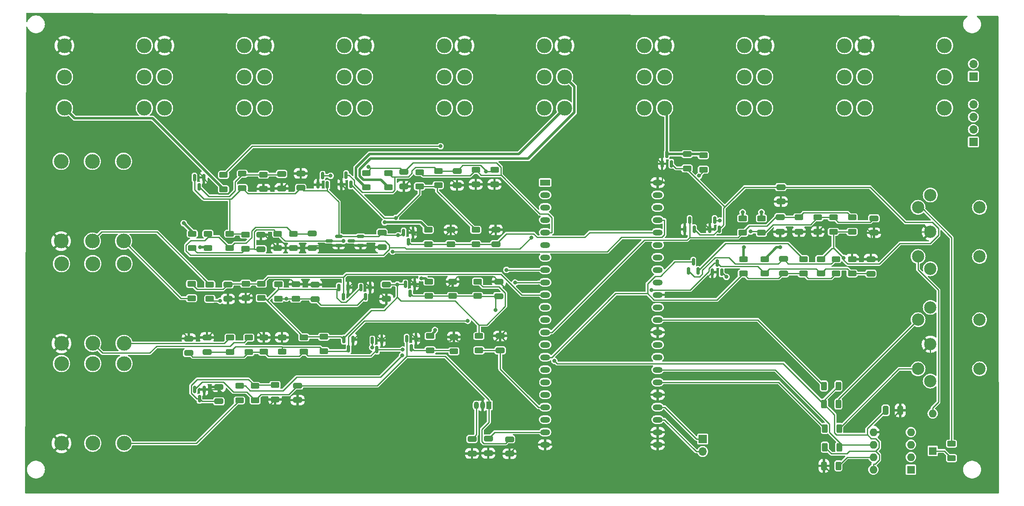
<source format=gtl>
G04 #@! TF.GenerationSoftware,KiCad,Pcbnew,7.0.11+dfsg-1build4*
G04 #@! TF.CreationDate,2024-10-20T23:49:44+01:00*
G04 #@! TF.ProjectId,edrumulus,65647275-6d75-46c7-9573-2e6b69636164,rev?*
G04 #@! TF.SameCoordinates,Original*
G04 #@! TF.FileFunction,Copper,L1,Top*
G04 #@! TF.FilePolarity,Positive*
%FSLAX46Y46*%
G04 Gerber Fmt 4.6, Leading zero omitted, Abs format (unit mm)*
G04 Created by KiCad (PCBNEW 7.0.11+dfsg-1build4) date 2024-10-20 23:49:44*
%MOMM*%
%LPD*%
G01*
G04 APERTURE LIST*
G04 Aperture macros list*
%AMRoundRect*
0 Rectangle with rounded corners*
0 $1 Rounding radius*
0 $2 $3 $4 $5 $6 $7 $8 $9 X,Y pos of 4 corners*
0 Add a 4 corners polygon primitive as box body*
4,1,4,$2,$3,$4,$5,$6,$7,$8,$9,$2,$3,0*
0 Add four circle primitives for the rounded corners*
1,1,$1+$1,$2,$3*
1,1,$1+$1,$4,$5*
1,1,$1+$1,$6,$7*
1,1,$1+$1,$8,$9*
0 Add four rect primitives between the rounded corners*
20,1,$1+$1,$2,$3,$4,$5,0*
20,1,$1+$1,$4,$5,$6,$7,0*
20,1,$1+$1,$6,$7,$8,$9,0*
20,1,$1+$1,$8,$9,$2,$3,0*%
G04 Aperture macros list end*
G04 #@! TA.AperFunction,SMDPad,CuDef*
%ADD10RoundRect,0.250000X-0.325000X-0.650000X0.325000X-0.650000X0.325000X0.650000X-0.325000X0.650000X0*%
G04 #@! TD*
G04 #@! TA.AperFunction,SMDPad,CuDef*
%ADD11RoundRect,0.250000X-0.312500X-0.625000X0.312500X-0.625000X0.312500X0.625000X-0.312500X0.625000X0*%
G04 #@! TD*
G04 #@! TA.AperFunction,SMDPad,CuDef*
%ADD12RoundRect,0.250000X0.625000X-0.312500X0.625000X0.312500X-0.625000X0.312500X-0.625000X-0.312500X0*%
G04 #@! TD*
G04 #@! TA.AperFunction,SMDPad,CuDef*
%ADD13RoundRect,0.250000X-0.625000X0.312500X-0.625000X-0.312500X0.625000X-0.312500X0.625000X0.312500X0*%
G04 #@! TD*
G04 #@! TA.AperFunction,SMDPad,CuDef*
%ADD14RoundRect,0.250000X0.312500X0.625000X-0.312500X0.625000X-0.312500X-0.625000X0.312500X-0.625000X0*%
G04 #@! TD*
G04 #@! TA.AperFunction,SMDPad,CuDef*
%ADD15RoundRect,0.150000X0.587500X0.150000X-0.587500X0.150000X-0.587500X-0.150000X0.587500X-0.150000X0*%
G04 #@! TD*
G04 #@! TA.AperFunction,SMDPad,CuDef*
%ADD16RoundRect,0.150000X-0.150000X0.587500X-0.150000X-0.587500X0.150000X-0.587500X0.150000X0.587500X0*%
G04 #@! TD*
G04 #@! TA.AperFunction,SMDPad,CuDef*
%ADD17RoundRect,0.150000X0.150000X-0.587500X0.150000X0.587500X-0.150000X0.587500X-0.150000X-0.587500X0*%
G04 #@! TD*
G04 #@! TA.AperFunction,SMDPad,CuDef*
%ADD18RoundRect,0.250000X-0.650000X0.325000X-0.650000X-0.325000X0.650000X-0.325000X0.650000X0.325000X0*%
G04 #@! TD*
G04 #@! TA.AperFunction,SMDPad,CuDef*
%ADD19RoundRect,0.250000X0.650000X-0.325000X0.650000X0.325000X-0.650000X0.325000X-0.650000X-0.325000X0*%
G04 #@! TD*
G04 #@! TA.AperFunction,ComponentPad*
%ADD20C,3.000000*%
G04 #@! TD*
G04 #@! TA.AperFunction,ComponentPad*
%ADD21R,1.050000X1.500000*%
G04 #@! TD*
G04 #@! TA.AperFunction,ComponentPad*
%ADD22O,1.050000X1.500000*%
G04 #@! TD*
G04 #@! TA.AperFunction,ComponentPad*
%ADD23R,1.600000X1.600000*%
G04 #@! TD*
G04 #@! TA.AperFunction,ComponentPad*
%ADD24O,1.600000X1.600000*%
G04 #@! TD*
G04 #@! TA.AperFunction,ComponentPad*
%ADD25R,1.700000X1.700000*%
G04 #@! TD*
G04 #@! TA.AperFunction,ComponentPad*
%ADD26O,1.700000X1.700000*%
G04 #@! TD*
G04 #@! TA.AperFunction,ComponentPad*
%ADD27C,2.500000*%
G04 #@! TD*
G04 #@! TA.AperFunction,ComponentPad*
%ADD28R,2.000000X1.200000*%
G04 #@! TD*
G04 #@! TA.AperFunction,ComponentPad*
%ADD29O,2.000000X1.200000*%
G04 #@! TD*
G04 #@! TA.AperFunction,ViaPad*
%ADD30C,0.800000*%
G04 #@! TD*
G04 #@! TA.AperFunction,Conductor*
%ADD31C,0.254000*%
G04 #@! TD*
G04 #@! TA.AperFunction,Conductor*
%ADD32C,0.508000*%
G04 #@! TD*
G04 APERTURE END LIST*
D10*
X201901000Y-112395000D03*
X204851000Y-112395000D03*
D11*
X189353000Y-107442000D03*
X192278000Y-107442000D03*
D12*
X73787000Y-110363000D03*
X73787000Y-107438000D03*
D13*
X77851000Y-107249500D03*
X77851000Y-110174500D03*
X70612000Y-107438000D03*
X70612000Y-110363000D03*
X87757000Y-100346500D03*
X87757000Y-97421500D03*
X83693000Y-100473500D03*
X83693000Y-97548500D03*
D12*
X79248000Y-97548500D03*
X79248000Y-100473500D03*
X75565000Y-97548500D03*
X75565000Y-100473500D03*
D13*
X68707000Y-100539000D03*
X68707000Y-97614000D03*
X72517000Y-100539000D03*
X72517000Y-97614000D03*
D12*
X75057000Y-86628000D03*
X75057000Y-89553000D03*
D13*
X78486000Y-89680000D03*
X78486000Y-86755000D03*
X71882000Y-89553000D03*
X71882000Y-86628000D03*
D12*
X82042000Y-89680000D03*
X82042000Y-86755000D03*
X60899000Y-89601000D03*
X60899000Y-86676000D03*
D13*
X64582000Y-86803000D03*
X64582000Y-89728000D03*
D11*
X189353000Y-123698000D03*
X192278000Y-123698000D03*
D14*
X192466500Y-119888000D03*
X189541500Y-119888000D03*
D11*
X189353000Y-111125000D03*
X192278000Y-111125000D03*
D12*
X215275000Y-122122500D03*
X215275000Y-119197500D03*
D14*
X192466500Y-116078000D03*
X189541500Y-116078000D03*
D12*
X71181000Y-67170000D03*
X71181000Y-64245000D03*
D13*
X118999000Y-89141500D03*
X118999000Y-86216500D03*
X118618000Y-78600500D03*
X118618000Y-75675500D03*
X119253000Y-100203000D03*
X119253000Y-97278000D03*
D12*
X161544000Y-63184500D03*
X161544000Y-60259500D03*
D13*
X75499000Y-64437500D03*
X75499000Y-67362500D03*
X67371000Y-64482500D03*
X67371000Y-67407500D03*
D12*
X113919000Y-86216500D03*
X113919000Y-89141500D03*
X109093000Y-86216500D03*
X109093000Y-89141500D03*
X113538000Y-75675500D03*
X113538000Y-78600500D03*
X108966000Y-75675500D03*
X108966000Y-78600500D03*
X114173000Y-97470500D03*
X114173000Y-100395500D03*
X109347000Y-97278000D03*
X109347000Y-100203000D03*
X164846000Y-63438500D03*
X164846000Y-60513500D03*
D13*
X185166000Y-81644500D03*
X185166000Y-84569500D03*
X188722000Y-81644500D03*
X188722000Y-84569500D03*
D12*
X195072000Y-76060500D03*
X195072000Y-73135500D03*
X191262000Y-76060500D03*
X191262000Y-73135500D03*
X107188000Y-63921000D03*
X107188000Y-66846000D03*
X110998000Y-63688500D03*
X110998000Y-66613500D03*
D13*
X71821000Y-76647000D03*
X71821000Y-79572000D03*
X68646000Y-76454500D03*
X68646000Y-79379500D03*
D12*
X191770000Y-84569500D03*
X191770000Y-81644500D03*
X195072000Y-84569500D03*
X195072000Y-81644500D03*
D13*
X184277000Y-73135500D03*
X184277000Y-76060500D03*
X188087000Y-73135500D03*
X188087000Y-76060500D03*
X118618000Y-66421000D03*
X118618000Y-63496000D03*
X122428000Y-66421000D03*
X122428000Y-63496000D03*
X78396000Y-76454500D03*
X78396000Y-79379500D03*
X81571000Y-76454500D03*
X81571000Y-79379500D03*
X172974000Y-81644500D03*
X172974000Y-84569500D03*
X177292000Y-81644500D03*
X177292000Y-84569500D03*
X172847000Y-73328000D03*
X172847000Y-76253000D03*
X176657000Y-73328000D03*
X176657000Y-76253000D03*
D12*
X96423000Y-64113500D03*
X96423000Y-67038500D03*
X100868000Y-64113500D03*
X100868000Y-67038500D03*
D13*
X61026000Y-76454500D03*
X61026000Y-79379500D03*
D12*
X64201000Y-79379500D03*
X64201000Y-76454500D03*
D15*
X90763500Y-78867000D03*
X90763500Y-76967000D03*
X88888500Y-77917000D03*
D16*
X63434000Y-108155500D03*
X61534000Y-108155500D03*
X62484000Y-110030500D03*
X92771000Y-99870000D03*
X91821000Y-97995000D03*
X93721000Y-97995000D03*
X98547000Y-100045500D03*
X97597000Y-98170500D03*
X99497000Y-98170500D03*
X91755000Y-89281500D03*
X90805000Y-87406500D03*
X92705000Y-87406500D03*
X97155000Y-87406500D03*
X95255000Y-87406500D03*
X96205000Y-89281500D03*
D17*
X157414000Y-60355000D03*
X158364000Y-62230000D03*
X156464000Y-62230000D03*
D16*
X106487000Y-97803000D03*
X104587000Y-97803000D03*
X105537000Y-99678000D03*
X63368000Y-65024000D03*
X61468000Y-65024000D03*
X62418000Y-66899000D03*
X105283000Y-88616500D03*
X104333000Y-86741500D03*
X106233000Y-86741500D03*
X104902000Y-78075500D03*
X103952000Y-76200500D03*
X105852000Y-76200500D03*
D17*
X161864000Y-84044500D03*
X163764000Y-84044500D03*
X162814000Y-82169500D03*
X166690000Y-84298500D03*
X168590000Y-84298500D03*
X167640000Y-82423500D03*
X161102000Y-75535500D03*
X163002000Y-75535500D03*
X162052000Y-73660500D03*
X166182000Y-75535500D03*
X168082000Y-75535500D03*
X167132000Y-73660500D03*
X87503000Y-64638500D03*
X88453000Y-66513500D03*
X86553000Y-66513500D03*
X92268000Y-64546000D03*
X93218000Y-66421000D03*
X91318000Y-66421000D03*
D15*
X95208500Y-78867000D03*
X95208500Y-76967000D03*
X93333500Y-77917000D03*
D18*
X100457000Y-86790000D03*
X100457000Y-89740000D03*
X82423000Y-107364000D03*
X82423000Y-110314000D03*
D19*
X83058000Y-64184000D03*
X83058000Y-67134000D03*
D18*
X180594000Y-66978000D03*
X180594000Y-69928000D03*
X99568000Y-76249000D03*
X99568000Y-79199000D03*
D19*
X66421000Y-110568000D03*
X66421000Y-107618000D03*
X60325000Y-100740000D03*
X60325000Y-97790000D03*
X64008000Y-97585000D03*
X64008000Y-100535000D03*
X85979000Y-89770500D03*
X85979000Y-86820500D03*
D18*
X68265000Y-89740500D03*
X68265000Y-86790500D03*
X117856000Y-118230000D03*
X117856000Y-121180000D03*
X79182000Y-64314500D03*
X79182000Y-67264500D03*
D19*
X123317000Y-86204000D03*
X123317000Y-89154000D03*
X122682000Y-75663000D03*
X122682000Y-78613000D03*
D18*
X125476000Y-118286000D03*
X125476000Y-121236000D03*
D19*
X123571000Y-97265500D03*
X123571000Y-100215500D03*
X198882000Y-84582000D03*
X198882000Y-81632000D03*
D18*
X121158000Y-118159000D03*
X121158000Y-121109000D03*
X199517000Y-73328000D03*
X199517000Y-76278000D03*
X114808000Y-66626000D03*
X114808000Y-63676000D03*
X85381000Y-76442000D03*
X85381000Y-79392000D03*
D19*
X181102000Y-84533000D03*
X181102000Y-81583000D03*
D18*
X180467000Y-73123000D03*
X180467000Y-76073000D03*
X104013000Y-66831000D03*
X104013000Y-63881000D03*
D19*
X74996000Y-79597000D03*
X74996000Y-76647000D03*
D20*
X197625000Y-44535000D03*
X213855000Y-44535000D03*
X197625000Y-38185000D03*
X213855000Y-38185000D03*
X197625000Y-50885000D03*
X213855000Y-50885000D03*
D21*
X121285000Y-111400000D03*
D22*
X120015000Y-111400000D03*
X118745000Y-111400000D03*
D23*
X211455000Y-120650000D03*
D24*
X211455000Y-113030000D03*
D20*
X96025000Y-44535000D03*
X112255000Y-44535000D03*
X96025000Y-38185000D03*
X112255000Y-38185000D03*
X96025000Y-50885000D03*
X112255000Y-50885000D03*
X116345000Y-44535000D03*
X132575000Y-44535000D03*
X116345000Y-38185000D03*
X132575000Y-38185000D03*
X116345000Y-50885000D03*
X132575000Y-50885000D03*
D25*
X164719000Y-118232000D03*
D26*
X164719000Y-120772000D03*
D27*
X210964700Y-68588800D03*
X210964700Y-76088800D03*
X210964700Y-83588800D03*
X208464700Y-71088800D03*
X208464700Y-81088800D03*
X220964700Y-81088800D03*
X220964700Y-71088800D03*
D20*
X177305000Y-44535000D03*
X193535000Y-44535000D03*
X177305000Y-38185000D03*
X193535000Y-38185000D03*
X177305000Y-50885000D03*
X193535000Y-50885000D03*
D28*
X132715000Y-66040000D03*
D29*
X132715000Y-68580000D03*
X132715000Y-71120000D03*
X132715000Y-73660000D03*
X132715000Y-76200000D03*
X132715000Y-78740000D03*
X132715000Y-81280000D03*
X132715000Y-83820000D03*
X132715000Y-86360000D03*
X132715000Y-88900000D03*
X132715000Y-91440000D03*
X132715000Y-93980000D03*
X132715000Y-96520000D03*
X132715000Y-99060000D03*
X132715000Y-101600000D03*
X132715000Y-104140000D03*
X132715000Y-106680000D03*
X132715000Y-109220000D03*
X132715000Y-111760000D03*
X132711320Y-114297280D03*
X132711320Y-116837280D03*
X132711320Y-119377280D03*
X155575000Y-119380000D03*
X155575000Y-116840000D03*
X155575000Y-114300000D03*
X155575000Y-111760000D03*
X155575000Y-109220000D03*
X155575000Y-106680000D03*
X155575000Y-104140000D03*
X155575000Y-101600000D03*
X155575000Y-99060000D03*
X155575000Y-96520000D03*
X155575000Y-93980000D03*
X155575000Y-91440000D03*
X155575000Y-88900000D03*
X155575000Y-86360000D03*
X155575000Y-83820000D03*
X155575000Y-81280000D03*
X155575000Y-78740000D03*
X155575000Y-76200000D03*
X155575000Y-73660000D03*
X155575000Y-71120000D03*
X155575000Y-68580000D03*
X155575000Y-66040000D03*
D24*
X199390000Y-124460000D03*
X199390000Y-121920000D03*
X199390000Y-119380000D03*
X199390000Y-116840000D03*
X207010000Y-116840000D03*
X207010000Y-119380000D03*
X207010000Y-121920000D03*
D23*
X207010000Y-124460000D03*
D20*
X40810000Y-98780000D03*
X40810000Y-82550000D03*
X34460000Y-98780000D03*
X34460000Y-82550000D03*
X47160000Y-98780000D03*
X47160000Y-82550000D03*
X136665000Y-44535000D03*
X152895000Y-44535000D03*
X136665000Y-38185000D03*
X152895000Y-38185000D03*
X136665000Y-50885000D03*
X152895000Y-50885000D03*
D25*
X219710000Y-57785000D03*
D26*
X219710000Y-55245000D03*
X219710000Y-52705000D03*
X219710000Y-50165000D03*
D20*
X40725000Y-77965000D03*
X40725000Y-61735000D03*
X34375000Y-77965000D03*
X34375000Y-61735000D03*
X47075000Y-77965000D03*
X47075000Y-61735000D03*
X75705000Y-44535000D03*
X91935000Y-44535000D03*
X75705000Y-38185000D03*
X91935000Y-38185000D03*
X75705000Y-50885000D03*
X91935000Y-50885000D03*
X55385000Y-44535000D03*
X71615000Y-44535000D03*
X55385000Y-38185000D03*
X71615000Y-38185000D03*
X55385000Y-50885000D03*
X71615000Y-50885000D03*
X156985000Y-44535000D03*
X173215000Y-44535000D03*
X156985000Y-38185000D03*
X173215000Y-38185000D03*
X156985000Y-50885000D03*
X173215000Y-50885000D03*
D25*
X219710000Y-44450000D03*
D26*
X219710000Y-41910000D03*
D20*
X40810000Y-119100000D03*
X40810000Y-102870000D03*
X34460000Y-119100000D03*
X34460000Y-102870000D03*
X47160000Y-119100000D03*
X47160000Y-102870000D03*
X35065000Y-44535000D03*
X51295000Y-44535000D03*
X35065000Y-38185000D03*
X51295000Y-38185000D03*
X35065000Y-50885000D03*
X51295000Y-50885000D03*
D27*
X210964700Y-91448800D03*
X210964700Y-98948800D03*
X210964700Y-106448800D03*
X208464700Y-93948800D03*
X208464700Y-103948800D03*
X220964700Y-103948800D03*
X220964700Y-93948800D03*
D30*
X134591700Y-102323600D03*
X102855300Y-76782000D03*
X102383700Y-73240900D03*
X169541300Y-85249800D03*
X193361600Y-81367900D03*
X102695200Y-86790000D03*
X97584600Y-99607300D03*
X99171800Y-74982500D03*
X97982000Y-79261600D03*
X163990500Y-64677800D03*
X103640700Y-101228300D03*
X124861500Y-83820000D03*
X103790200Y-100045500D03*
X126594200Y-86408700D03*
X117002500Y-94176100D03*
X66696100Y-90114000D03*
X80127000Y-89680000D03*
X110333300Y-96043700D03*
X107545200Y-85511000D03*
X100102200Y-74161500D03*
X180441500Y-79241800D03*
X173141300Y-79241800D03*
X176657000Y-72079700D03*
X172847000Y-72094600D03*
X62651900Y-79175300D03*
X59301800Y-74331200D03*
X111441700Y-58653700D03*
X122673900Y-92018500D03*
X154329900Y-87911700D03*
X174438900Y-76014800D03*
X168171800Y-73784400D03*
X120673900Y-63752400D03*
X129904500Y-77262300D03*
X96846400Y-62870500D03*
X89132300Y-64674400D03*
X101724900Y-80093700D03*
X91743000Y-77917000D03*
D31*
X175891000Y-93980000D02*
X189353000Y-107442000D01*
X155575000Y-93980000D02*
X175891000Y-93980000D01*
X199390000Y-124460000D02*
X199390000Y-123277100D01*
X200598300Y-121419600D02*
X199890600Y-120711900D01*
X200598300Y-122438500D02*
X200598300Y-121419600D01*
X199759700Y-123277100D02*
X200598300Y-122438500D01*
X199390000Y-123277100D02*
X199759700Y-123277100D01*
X190858800Y-121205300D02*
X189541500Y-119888000D01*
X194051700Y-121205300D02*
X190858800Y-121205300D01*
X194545100Y-120711900D02*
X194051700Y-121205300D01*
X199890600Y-120711900D02*
X194545100Y-120711900D01*
X198949800Y-118110000D02*
X198159600Y-117319800D01*
X199875000Y-118110000D02*
X198949800Y-118110000D01*
X200572900Y-118807900D02*
X199875000Y-118110000D01*
X200572900Y-120029600D02*
X200572900Y-118807900D01*
X199890600Y-120711900D02*
X200572900Y-120029600D01*
X198159600Y-116136400D02*
X201901000Y-112395000D01*
X198159600Y-117319800D02*
X198159600Y-116136400D01*
X192278000Y-107442000D02*
X188974000Y-110746000D01*
X181098000Y-102870000D02*
X188974000Y-110746000D01*
X135138100Y-102870000D02*
X181098000Y-102870000D01*
X134591700Y-102323600D02*
X135138100Y-102870000D01*
X188974000Y-110746000D02*
X189353000Y-111125000D01*
X191513900Y-113285900D02*
X189353000Y-111125000D01*
X191513900Y-116995400D02*
X191513900Y-113285900D01*
X191865400Y-117346900D02*
X191513900Y-116995400D01*
X198132500Y-117346900D02*
X191865400Y-117346900D01*
X198159600Y-117319800D02*
X198132500Y-117346900D01*
X191262000Y-76060500D02*
X195072000Y-76060500D01*
X90805000Y-87406500D02*
X90417900Y-87793600D01*
X92255000Y-90406500D02*
X95255000Y-87406500D01*
X91325400Y-90406500D02*
X92255000Y-90406500D01*
X90417900Y-89499000D02*
X91325400Y-90406500D01*
X90417900Y-87793600D02*
X90417900Y-89499000D01*
X71628500Y-76454500D02*
X71821000Y-76647000D01*
X68646000Y-76454500D02*
X71628500Y-76454500D01*
X68646000Y-69393600D02*
X68646000Y-76454500D01*
X63360300Y-69393600D02*
X68646000Y-69393600D01*
X61468000Y-67501300D02*
X63360300Y-69393600D01*
X61468000Y-65024000D02*
X61468000Y-67501300D01*
X68957400Y-69393600D02*
X71181000Y-67170000D01*
X68646000Y-69393600D02*
X68957400Y-69393600D01*
X90763500Y-76967000D02*
X95208500Y-76967000D01*
X88453000Y-67658400D02*
X88453000Y-66513500D01*
X90763500Y-69968900D02*
X88453000Y-67658400D01*
X90763500Y-76967000D02*
X90763500Y-69968900D01*
X110765500Y-67823000D02*
X118618000Y-75675500D01*
X110765500Y-66846000D02*
X110765500Y-67823000D01*
X107188000Y-66846000D02*
X110765500Y-66846000D01*
X110765500Y-66846000D02*
X110998000Y-66613500D01*
X164146900Y-76680400D02*
X163002000Y-75535500D01*
X166937100Y-76680400D02*
X164146900Y-76680400D01*
X168082000Y-75535500D02*
X166937100Y-76680400D01*
X159318500Y-63184500D02*
X161544000Y-63184500D01*
X158364000Y-62230000D02*
X159318500Y-63184500D01*
X161544000Y-63341200D02*
X169201800Y-70998900D01*
X161544000Y-63184500D02*
X161544000Y-63341200D01*
X168966600Y-71234100D02*
X169201800Y-70998900D01*
X168966600Y-74650900D02*
X168966600Y-71234100D01*
X168082000Y-75535500D02*
X168966600Y-74650900D01*
X173222700Y-66978000D02*
X180594000Y-66978000D01*
X169201800Y-70998900D02*
X173222700Y-66978000D01*
X191262000Y-76060500D02*
X191262000Y-79430700D01*
X190935800Y-79430700D02*
X188722000Y-81644500D01*
X191262000Y-79430700D02*
X190935800Y-79430700D01*
X83693000Y-97548500D02*
X76214500Y-90069900D01*
X75697500Y-89553000D02*
X75057000Y-89553000D01*
X76214500Y-90069900D02*
X75697500Y-89553000D01*
X78490800Y-86759800D02*
X78486000Y-86755000D01*
X78490800Y-87793600D02*
X78490800Y-86759800D01*
X90417900Y-87793600D02*
X78490800Y-87793600D01*
X78490800Y-87793600D02*
X76214500Y-90069900D01*
X83582400Y-67658400D02*
X88453000Y-67658400D01*
X83058000Y-67134000D02*
X83582400Y-67658400D01*
X72319900Y-68308900D02*
X71181000Y-67170000D01*
X81883100Y-68308900D02*
X72319900Y-68308900D01*
X83058000Y-67134000D02*
X81883100Y-68308900D01*
X98850000Y-76967000D02*
X99568000Y-76249000D01*
X95208500Y-76967000D02*
X98850000Y-76967000D01*
X107188000Y-68436600D02*
X107188000Y-66846000D01*
X102383700Y-73240900D02*
X107188000Y-68436600D01*
X103370500Y-76782000D02*
X102855300Y-76782000D01*
X103952000Y-76200500D02*
X103370500Y-76782000D01*
X100101000Y-76782000D02*
X99568000Y-76249000D01*
X102855300Y-76782000D02*
X100101000Y-76782000D01*
X100035800Y-73240900D02*
X102383700Y-73240900D01*
X93218000Y-66423100D02*
X100035800Y-73240900D01*
X93218000Y-66421000D02*
X93218000Y-66423100D01*
X169541300Y-85249800D02*
X168590000Y-84298500D01*
X191424400Y-79430700D02*
X193361600Y-81367900D01*
X191262000Y-79430700D02*
X191424400Y-79430700D01*
X198718200Y-66978000D02*
X180594000Y-66978000D01*
X205881600Y-74141400D02*
X198718200Y-66978000D01*
X211391700Y-74141400D02*
X205881600Y-74141400D01*
X212623400Y-75373100D02*
X211391700Y-74141400D01*
X212623400Y-76746000D02*
X212623400Y-75373100D01*
X210938700Y-78430700D02*
X212623400Y-76746000D01*
X204789000Y-78430700D02*
X210938700Y-78430700D01*
X200622100Y-82597600D02*
X204789000Y-78430700D01*
X194154700Y-82597600D02*
X200622100Y-82597600D01*
X193361600Y-81804500D02*
X194154700Y-82597600D01*
X193361600Y-81367900D02*
X193361600Y-81804500D01*
X121285000Y-114827200D02*
X121285000Y-111400000D01*
X119858400Y-116253800D02*
X121285000Y-114827200D01*
X119858400Y-118735100D02*
X119858400Y-116253800D01*
X120251700Y-119128400D02*
X119858400Y-118735100D01*
X124633600Y-119128400D02*
X120251700Y-119128400D01*
X125476000Y-118286000D02*
X124633600Y-119128400D01*
X121285000Y-111400000D02*
X121285000Y-110267100D01*
X83820000Y-97421500D02*
X87757000Y-97421500D01*
X83693000Y-97548500D02*
X83820000Y-97421500D01*
X75008300Y-109141700D02*
X73787000Y-110363000D01*
X80645300Y-109141700D02*
X75008300Y-109141700D01*
X82423000Y-107364000D02*
X80645300Y-109141700D01*
X102743700Y-86741500D02*
X102695200Y-86790000D01*
X104333000Y-86741500D02*
X102743700Y-86741500D01*
X102695200Y-86790000D02*
X100457000Y-86790000D01*
X91247500Y-97421500D02*
X91641800Y-97815800D01*
X87757000Y-97421500D02*
X91247500Y-97421500D01*
X91641800Y-97815800D02*
X91821000Y-97995000D01*
X119253000Y-97278000D02*
X119253000Y-95000400D01*
X120066300Y-87283800D02*
X118999000Y-86216500D01*
X123351400Y-87283800D02*
X120066300Y-87283800D01*
X124622300Y-88554700D02*
X123351400Y-87283800D01*
X124622300Y-91202900D02*
X124622300Y-88554700D01*
X120824800Y-95000400D02*
X124622300Y-91202900D01*
X119253000Y-95000400D02*
X120824800Y-95000400D01*
X103436300Y-90142200D02*
X102695200Y-89401100D01*
X114394800Y-90142200D02*
X103436300Y-90142200D01*
X119253000Y-95000400D02*
X114394800Y-90142200D01*
X100024600Y-92071700D02*
X102695200Y-89401100D01*
X97385900Y-92071700D02*
X100024600Y-92071700D01*
X91641800Y-97815800D02*
X97385900Y-92071700D01*
X102695200Y-89401100D02*
X102695200Y-86790000D01*
X112407100Y-101389200D02*
X104587000Y-101389200D01*
X121285000Y-110267100D02*
X112407100Y-101389200D01*
X98612200Y-107364000D02*
X104587000Y-101389200D01*
X82423000Y-107364000D02*
X98612200Y-107364000D01*
X104587000Y-101389200D02*
X104587000Y-97803000D01*
X97584600Y-98182900D02*
X97584600Y-99607300D01*
X97597000Y-98170500D02*
X97584600Y-98182900D01*
X72075900Y-108651900D02*
X73787000Y-110363000D01*
X69364700Y-108651900D02*
X72075900Y-108651900D01*
X67349400Y-106636600D02*
X69364700Y-108651900D01*
X63052900Y-106636600D02*
X67349400Y-106636600D01*
X61534000Y-108155500D02*
X63052900Y-106636600D01*
X122479700Y-116837300D02*
X121158000Y-118159000D01*
X132711300Y-116837300D02*
X122479700Y-116837300D01*
X118745000Y-117341000D02*
X117856000Y-118230000D01*
X118745000Y-111400000D02*
X118745000Y-117341000D01*
X182109900Y-82590900D02*
X181102000Y-81583000D01*
X190823600Y-82590900D02*
X182109900Y-82590900D01*
X191770000Y-81644500D02*
X190823600Y-82590900D01*
X162998800Y-85179300D02*
X161864000Y-84044500D01*
X164121200Y-85179300D02*
X162998800Y-85179300D01*
X164669000Y-84631500D02*
X164121200Y-85179300D01*
X164669000Y-83881600D02*
X164669000Y-84631500D01*
X167255100Y-81295500D02*
X164669000Y-83881600D01*
X170036500Y-81295500D02*
X167255100Y-81295500D01*
X171361100Y-82620100D02*
X170036500Y-81295500D01*
X180064900Y-82620100D02*
X171361100Y-82620100D01*
X181102000Y-81583000D02*
X180064900Y-82620100D01*
X175422100Y-36302100D02*
X177305000Y-38185000D01*
X158867900Y-36302100D02*
X175422100Y-36302100D01*
X156985000Y-38185000D02*
X158867900Y-36302100D01*
X179187900Y-36302100D02*
X177305000Y-38185000D01*
X195742100Y-36302100D02*
X179187900Y-36302100D01*
X197625000Y-38185000D02*
X195742100Y-36302100D01*
X79248000Y-97548500D02*
X75565000Y-97548500D01*
X85368500Y-79379500D02*
X85381000Y-79392000D01*
X81571000Y-79379500D02*
X85368500Y-79379500D01*
X198927500Y-76278000D02*
X199517000Y-76278000D01*
X125476000Y-121109000D02*
X121158000Y-121109000D01*
X127207700Y-119377300D02*
X125476000Y-121109000D01*
X132711300Y-119377300D02*
X127207700Y-119377300D01*
X125476000Y-121109000D02*
X125476000Y-121236000D01*
X120015000Y-111400000D02*
X120015000Y-110267100D01*
X122572300Y-98264200D02*
X123571000Y-97265500D01*
X114966700Y-98264200D02*
X122572300Y-98264200D01*
X114173000Y-97470500D02*
X114966700Y-98264200D01*
X112591600Y-76621900D02*
X113538000Y-75675500D01*
X106273400Y-76621900D02*
X112591600Y-76621900D01*
X105852000Y-76200500D02*
X106273400Y-76621900D01*
X197748500Y-75099000D02*
X198927500Y-76278000D01*
X189048500Y-75099000D02*
X197748500Y-75099000D01*
X188087000Y-76060500D02*
X189048500Y-75099000D01*
X53502100Y-36302100D02*
X55385000Y-38185000D01*
X36947900Y-36302100D02*
X53502100Y-36302100D01*
X35065000Y-38185000D02*
X36947900Y-36302100D01*
X85906000Y-78867000D02*
X90763500Y-78867000D01*
X85381000Y-79392000D02*
X85906000Y-78867000D01*
X122428000Y-66421000D02*
X118618000Y-66421000D01*
X115013000Y-66421000D02*
X114808000Y-66626000D01*
X118618000Y-66421000D02*
X115013000Y-66421000D01*
X113847600Y-65665600D02*
X114808000Y-66626000D01*
X105178400Y-65665600D02*
X113847600Y-65665600D01*
X104013000Y-66831000D02*
X105178400Y-65665600D01*
X121158000Y-121109000D02*
X119301700Y-121109000D01*
X117927000Y-121109000D02*
X117856000Y-121180000D01*
X119301700Y-121109000D02*
X117927000Y-121109000D01*
X161711900Y-70921900D02*
X161711900Y-72483400D01*
X156830000Y-66040000D02*
X161711900Y-70921900D01*
X163129900Y-72483400D02*
X161711900Y-72483400D01*
X166182000Y-75535500D02*
X163129900Y-72483400D01*
X161102000Y-73093300D02*
X161102000Y-75535500D01*
X161711900Y-72483400D02*
X161102000Y-73093300D01*
X155575000Y-66040000D02*
X156202500Y-66040000D01*
X156202500Y-66040000D02*
X156830000Y-66040000D01*
X155575000Y-119380000D02*
X156957900Y-119380000D01*
X199390000Y-116840000D02*
X200572900Y-116840000D01*
X161275900Y-123698000D02*
X156957900Y-119380000D01*
X189353000Y-123698000D02*
X161275900Y-123698000D01*
X201144100Y-117411200D02*
X200572900Y-116840000D01*
X201144100Y-124396200D02*
X201144100Y-117411200D01*
X199897400Y-125642900D02*
X201144100Y-124396200D01*
X191297900Y-125642900D02*
X199897400Y-125642900D01*
X189353000Y-123698000D02*
X191297900Y-125642900D01*
X132711300Y-119377300D02*
X133968200Y-119377300D01*
X75597000Y-67264500D02*
X75499000Y-67362500D01*
X79182000Y-67264500D02*
X75597000Y-67264500D01*
X71694500Y-89740500D02*
X71882000Y-89553000D01*
X68265000Y-89740500D02*
X71694500Y-89740500D01*
X82423000Y-110290500D02*
X82423000Y-110314000D01*
X82446400Y-110267100D02*
X82423000Y-110290500D01*
X120015000Y-110267100D02*
X82446400Y-110267100D01*
X77967000Y-110290500D02*
X77851000Y-110174500D01*
X82423000Y-110290500D02*
X77967000Y-110290500D01*
X66421000Y-107618000D02*
X66421000Y-108155500D01*
X66421000Y-108155500D02*
X63434000Y-108155500D01*
X86553000Y-64184000D02*
X83058000Y-64184000D01*
X86553000Y-64184000D02*
X86553000Y-66513500D01*
X83058000Y-64184000D02*
X80475900Y-64184000D01*
X80475900Y-65970600D02*
X79182000Y-67264500D01*
X80475900Y-64184000D02*
X80475900Y-65970600D01*
X91318000Y-65752900D02*
X91318000Y-66421000D01*
X89077300Y-63512200D02*
X91318000Y-65752900D01*
X87056700Y-63512200D02*
X89077300Y-63512200D01*
X86553000Y-64015900D02*
X87056700Y-63512200D01*
X86553000Y-64184000D02*
X86553000Y-64015900D01*
X119301700Y-113246200D02*
X120015000Y-112532900D01*
X119301700Y-121109000D02*
X119301700Y-113246200D01*
X120015000Y-111400000D02*
X120015000Y-112532900D01*
X122428000Y-75663000D02*
X122682000Y-75663000D01*
X121458900Y-76632100D02*
X122428000Y-75663000D01*
X114494600Y-76632100D02*
X121458900Y-76632100D01*
X113538000Y-75675500D02*
X114494600Y-76632100D01*
X122428000Y-75663000D02*
X122428000Y-66421000D01*
X162088500Y-88900000D02*
X155575000Y-88900000D01*
X166690000Y-84298500D02*
X162088500Y-88900000D01*
X156464000Y-65778500D02*
X156464000Y-62230000D01*
X156202500Y-66040000D02*
X156464000Y-65778500D01*
X198927500Y-81586500D02*
X198882000Y-81632000D01*
X198927500Y-76278000D02*
X198927500Y-81586500D01*
X195084500Y-81632000D02*
X195072000Y-81644500D01*
X198882000Y-81632000D02*
X195084500Y-81632000D01*
X198046300Y-69928000D02*
X180594000Y-69928000D01*
X200816600Y-72698300D02*
X198046300Y-69928000D01*
X200816600Y-76088800D02*
X200816600Y-72698300D01*
X210964700Y-76088800D02*
X200816600Y-76088800D01*
X199706200Y-76088800D02*
X199517000Y-76278000D01*
X200816600Y-76088800D02*
X199706200Y-76088800D01*
X200572900Y-116673100D02*
X204851000Y-112395000D01*
X200572900Y-116840000D02*
X200572900Y-116673100D01*
X210964700Y-103948800D02*
X210964700Y-98948800D01*
X204851000Y-110062500D02*
X210964700Y-103948800D01*
X204851000Y-112395000D02*
X204851000Y-110062500D01*
X122365500Y-85252500D02*
X123317000Y-86204000D01*
X114883000Y-85252500D02*
X122365500Y-85252500D01*
X113919000Y-86216500D02*
X114883000Y-85252500D01*
X99505400Y-79261600D02*
X99568000Y-79199000D01*
X97982000Y-79261600D02*
X99505400Y-79261600D01*
X104634000Y-74982500D02*
X99171800Y-74982500D01*
X105852000Y-76200500D02*
X104634000Y-74982500D01*
X99171800Y-74274800D02*
X99171800Y-74982500D01*
X91318000Y-66421000D02*
X99171800Y-74274800D01*
X90763500Y-78867000D02*
X95208500Y-78867000D01*
X97587400Y-78867000D02*
X97982000Y-79261600D01*
X95208500Y-78867000D02*
X97587400Y-78867000D01*
X112965100Y-87170400D02*
X113919000Y-86216500D01*
X106661900Y-87170400D02*
X112965100Y-87170400D01*
X106233000Y-86741500D02*
X106661900Y-87170400D01*
X106908400Y-98224400D02*
X106487000Y-97803000D01*
X113419100Y-98224400D02*
X106908400Y-98224400D01*
X114173000Y-97470500D02*
X113419100Y-98224400D01*
X98366000Y-97039500D02*
X99497000Y-98170500D01*
X94676500Y-97039500D02*
X98366000Y-97039500D01*
X93721000Y-97995000D02*
X94676500Y-97039500D01*
X100999600Y-96667900D02*
X99497000Y-98170500D01*
X105351900Y-96667900D02*
X100999600Y-96667900D01*
X106487000Y-97803000D02*
X105351900Y-96667900D01*
X155575000Y-116840000D02*
X154192100Y-116840000D01*
X134097900Y-116840000D02*
X154192100Y-116840000D01*
X134097900Y-119247600D02*
X134097900Y-116840000D01*
X133968200Y-119377300D02*
X134097900Y-119247600D01*
X131332100Y-105026600D02*
X123571000Y-97265500D01*
X131332100Y-109690900D02*
X131332100Y-105026600D01*
X131854400Y-110213200D02*
X131332100Y-109690900D01*
X133003600Y-110213200D02*
X131854400Y-110213200D01*
X134097900Y-111307500D02*
X133003600Y-110213200D01*
X134097900Y-116840000D02*
X134097900Y-111307500D01*
X138614800Y-40134800D02*
X136665000Y-38185000D01*
X155035200Y-40134800D02*
X138614800Y-40134800D01*
X155035200Y-60801200D02*
X155035200Y-40134800D01*
X156464000Y-62230000D02*
X155035200Y-60801200D01*
X155035200Y-40134800D02*
X156985000Y-38185000D01*
X80475900Y-63714800D02*
X80475900Y-64184000D01*
X80006900Y-63245800D02*
X80475900Y-63714800D01*
X70322400Y-63245800D02*
X80006900Y-63245800D01*
X68646600Y-64921600D02*
X70322400Y-63245800D01*
X68646600Y-65433800D02*
X68646600Y-64921600D01*
X64568100Y-47368100D02*
X55385000Y-38185000D01*
X66101800Y-47368100D02*
X64568100Y-47368100D01*
X66101800Y-65047100D02*
X66101800Y-47368100D01*
X66488500Y-65433800D02*
X66101800Y-65047100D01*
X68646600Y-65433800D02*
X66488500Y-65433800D01*
X75284900Y-38185000D02*
X75705000Y-38185000D01*
X66101800Y-47368100D02*
X75284900Y-38185000D01*
X99701100Y-85602700D02*
X98010400Y-87293400D01*
X105094200Y-85602700D02*
X99701100Y-85602700D01*
X106233000Y-86741500D02*
X105094200Y-85602700D01*
X98010400Y-87293400D02*
X100457000Y-89740000D01*
X188087000Y-76060500D02*
X184277000Y-76060500D01*
X180479500Y-76060500D02*
X180467000Y-76073000D01*
X184277000Y-76060500D02*
X180479500Y-76060500D01*
X77587900Y-36302100D02*
X75705000Y-38185000D01*
X94142100Y-36302100D02*
X77587900Y-36302100D01*
X96025000Y-38185000D02*
X94142100Y-36302100D01*
X118227900Y-36302100D02*
X116345000Y-38185000D01*
X134782100Y-36302100D02*
X118227900Y-36302100D01*
X136665000Y-38185000D02*
X134782100Y-36302100D01*
X114462100Y-36302100D02*
X116345000Y-38185000D01*
X97907900Y-36302100D02*
X114462100Y-36302100D01*
X96025000Y-38185000D02*
X97907900Y-36302100D01*
X67661300Y-109395800D02*
X67714300Y-109395800D01*
X66421000Y-108155500D02*
X67661300Y-109395800D01*
X76681800Y-111343700D02*
X77851000Y-110174500D01*
X72920300Y-111343700D02*
X76681800Y-111343700D01*
X72199500Y-110622900D02*
X72920300Y-111343700D01*
X72199500Y-110090200D02*
X72199500Y-110622900D01*
X71505100Y-109395800D02*
X72199500Y-110090200D01*
X67714300Y-109395800D02*
X71505100Y-109395800D01*
X67312900Y-111547400D02*
X38132600Y-111547400D01*
X67714300Y-111146000D02*
X67312900Y-111547400D01*
X67714300Y-109395800D02*
X67714300Y-111146000D01*
X38132600Y-115427400D02*
X34460000Y-119100000D01*
X38132600Y-111547400D02*
X38132600Y-115427400D01*
X38132600Y-102452600D02*
X38132600Y-111547400D01*
X34460000Y-98780000D02*
X38132600Y-102452600D01*
X60530000Y-97585000D02*
X64008000Y-97585000D01*
X60325000Y-97790000D02*
X60530000Y-97585000D01*
X71344500Y-93328000D02*
X75565000Y-97548500D01*
X68265000Y-93328000D02*
X71344500Y-93328000D01*
X64008000Y-97585000D02*
X68265000Y-93328000D01*
X68265000Y-93328000D02*
X68265000Y-89740500D01*
X97268100Y-87293400D02*
X98010400Y-87293400D01*
X97155000Y-87406500D02*
X97268100Y-87293400D01*
X93829000Y-86282500D02*
X92705000Y-87406500D01*
X96031000Y-86282500D02*
X93829000Y-86282500D01*
X97155000Y-87406500D02*
X96031000Y-86282500D01*
X125132200Y-88019200D02*
X123317000Y-86204000D01*
X125132200Y-95704300D02*
X125132200Y-88019200D01*
X123571000Y-97265500D02*
X125132200Y-95704300D01*
X34460000Y-98780000D02*
X36394000Y-96846000D01*
X59381000Y-96846000D02*
X60325000Y-97790000D01*
X36394000Y-96846000D02*
X59381000Y-96846000D01*
X68646600Y-68001100D02*
X68646600Y-65433800D01*
X68292500Y-68355200D02*
X68646600Y-68001100D01*
X66462700Y-68355200D02*
X68292500Y-68355200D01*
X63368000Y-65260500D02*
X66462700Y-68355200D01*
X63368000Y-65024000D02*
X63368000Y-65260500D01*
X52091900Y-63902500D02*
X36202200Y-79792200D01*
X62246500Y-63902500D02*
X52091900Y-63902500D01*
X63368000Y-65024000D02*
X62246500Y-63902500D01*
X36394000Y-79984000D02*
X36202200Y-79792200D01*
X36394000Y-96846000D02*
X36394000Y-79984000D01*
X36202200Y-79792200D02*
X34375000Y-77965000D01*
X78396000Y-79379500D02*
X81571000Y-79379500D01*
X75663500Y-76647000D02*
X74996000Y-76647000D01*
X78396000Y-79379500D02*
X75663500Y-76647000D01*
X81078100Y-85791100D02*
X82042000Y-86755000D01*
X77598400Y-85791100D02*
X81078100Y-85791100D01*
X76718700Y-86670800D02*
X77598400Y-85791100D01*
X76718700Y-86813000D02*
X76718700Y-86670800D01*
X75441200Y-88090500D02*
X76718700Y-86813000D01*
X73344500Y-88090500D02*
X75441200Y-88090500D01*
X71882000Y-89553000D02*
X73344500Y-88090500D01*
X82107500Y-86820500D02*
X82042000Y-86755000D01*
X85979000Y-86820500D02*
X82107500Y-86820500D01*
X169349600Y-78458900D02*
X163764000Y-84044500D01*
X181980400Y-78458900D02*
X169349600Y-78458900D01*
X185166000Y-81644500D02*
X181980400Y-78458900D01*
X63021500Y-110568000D02*
X66421000Y-110568000D01*
X62484000Y-110030500D02*
X63021500Y-110568000D01*
X73975500Y-107249500D02*
X73787000Y-107438000D01*
X77851000Y-107249500D02*
X73975500Y-107249500D01*
X61916700Y-110030500D02*
X62484000Y-110030500D01*
X60822900Y-108936700D02*
X61916700Y-110030500D01*
X60822900Y-107318800D02*
X60822900Y-108936700D01*
X62032100Y-106109600D02*
X60822900Y-107318800D01*
X72458600Y-106109600D02*
X62032100Y-106109600D01*
X73787000Y-107438000D02*
X72458600Y-106109600D01*
X79059000Y-64437500D02*
X79182000Y-64314500D01*
X75499000Y-64437500D02*
X79059000Y-64437500D01*
X71181000Y-64437500D02*
X75499000Y-64437500D01*
X71181000Y-64245000D02*
X71181000Y-64437500D01*
X69723900Y-65894600D02*
X71181000Y-64437500D01*
X69723900Y-67682400D02*
X69723900Y-65894600D01*
X68539800Y-68866500D02*
X69723900Y-67682400D01*
X64385500Y-68866500D02*
X68539800Y-68866500D01*
X62418000Y-66899000D02*
X64385500Y-68866500D01*
X163429900Y-120772000D02*
X164719000Y-120772000D01*
X156957900Y-114300000D02*
X163429900Y-120772000D01*
X155575000Y-114300000D02*
X156957900Y-114300000D01*
X157014100Y-111760000D02*
X163486100Y-118232000D01*
X155575000Y-111760000D02*
X157014100Y-111760000D01*
X164719000Y-118232000D02*
X163486100Y-118232000D01*
X194056000Y-121920000D02*
X199390000Y-121920000D01*
X192278000Y-123698000D02*
X194056000Y-121920000D01*
X164846000Y-63822300D02*
X164846000Y-63438500D01*
X163990500Y-64677800D02*
X164846000Y-63822300D01*
X61875000Y-119100000D02*
X70612000Y-110363000D01*
X47160000Y-119100000D02*
X61875000Y-119100000D01*
X42763200Y-100733200D02*
X40810000Y-98780000D01*
X52398200Y-100733200D02*
X42763200Y-100733200D01*
X53775700Y-99355700D02*
X52398200Y-100733200D01*
X68682100Y-99355700D02*
X53775700Y-99355700D01*
X69477400Y-98560400D02*
X68682100Y-99355700D01*
X71570600Y-98560400D02*
X69477400Y-98560400D01*
X72517000Y-97614000D02*
X71570600Y-98560400D01*
X67541000Y-98780000D02*
X47160000Y-98780000D01*
X68707000Y-97614000D02*
X67541000Y-98780000D01*
X53850800Y-76071800D02*
X64582000Y-86803000D01*
X42618200Y-76071800D02*
X53850800Y-76071800D01*
X40725000Y-77965000D02*
X42618200Y-76071800D01*
X58711000Y-89601000D02*
X60899000Y-89601000D01*
X47075000Y-77965000D02*
X58711000Y-89601000D01*
X208464700Y-83781800D02*
X208464700Y-81088800D01*
X212606300Y-87923400D02*
X208464700Y-83781800D01*
X212606300Y-110695800D02*
X212606300Y-87923400D01*
X211455000Y-111847100D02*
X212606300Y-110695800D01*
X211455000Y-113030000D02*
X211455000Y-111847100D01*
X213802500Y-120650000D02*
X215275000Y-122122500D01*
X211455000Y-120650000D02*
X213802500Y-120650000D01*
X99231300Y-105637700D02*
X103640700Y-101228300D01*
X82229800Y-105637700D02*
X99231300Y-105637700D01*
X79483100Y-108384400D02*
X82229800Y-105637700D01*
X72772000Y-108384400D02*
X79483100Y-108384400D01*
X71825600Y-107438000D02*
X72772000Y-108384400D01*
X70612000Y-107438000D02*
X71825600Y-107438000D01*
X76511700Y-101420200D02*
X75565000Y-100473500D01*
X82746300Y-101420200D02*
X76511700Y-101420200D01*
X83693000Y-100473500D02*
X82746300Y-101420200D01*
X84525300Y-101305800D02*
X83693000Y-100473500D01*
X97286700Y-101305800D02*
X84525300Y-101305800D01*
X98547000Y-100045500D02*
X97286700Y-101305800D01*
X132715000Y-83820000D02*
X131332100Y-83820000D01*
X98547000Y-100045500D02*
X103790200Y-100045500D01*
X131332100Y-83820000D02*
X124861500Y-83820000D01*
X75499500Y-100539000D02*
X72517000Y-100539000D01*
X75565000Y-100473500D02*
X75499500Y-100539000D01*
X61107400Y-101522400D02*
X60325000Y-100740000D01*
X71533600Y-101522400D02*
X61107400Y-101522400D01*
X72517000Y-100539000D02*
X71533600Y-101522400D01*
X92294500Y-100346500D02*
X87757000Y-100346500D01*
X92771000Y-99870000D02*
X92294500Y-100346500D01*
X79248000Y-100473500D02*
X79248000Y-99528800D01*
X86933400Y-99522900D02*
X87757000Y-100346500D01*
X79253900Y-99522900D02*
X86933400Y-99522900D01*
X79248000Y-99528800D02*
X79253900Y-99522900D01*
X69796200Y-99449800D02*
X68707000Y-100539000D01*
X79169000Y-99449800D02*
X69796200Y-99449800D01*
X79248000Y-99528800D02*
X79169000Y-99449800D01*
X64012000Y-100539000D02*
X64008000Y-100535000D01*
X68707000Y-100539000D02*
X64012000Y-100539000D01*
X132715000Y-86360000D02*
X131332100Y-86360000D01*
X131283400Y-86408700D02*
X126594200Y-86408700D01*
X131332100Y-86360000D02*
X131283400Y-86408700D01*
X96007000Y-94176100D02*
X117002500Y-94176100D01*
X92771000Y-97412100D02*
X96007000Y-94176100D01*
X92771000Y-99870000D02*
X92771000Y-97412100D01*
X179449900Y-104140000D02*
X155575000Y-104140000D01*
X190495600Y-115185700D02*
X179449900Y-104140000D01*
X190495600Y-116901100D02*
X190495600Y-115185700D01*
X192974500Y-119380000D02*
X190495600Y-116901100D01*
X199390000Y-119380000D02*
X192974500Y-119380000D01*
X192974500Y-119380000D02*
X192466500Y-119888000D01*
X180143500Y-106680000D02*
X189541500Y-116078000D01*
X155575000Y-106680000D02*
X180143500Y-106680000D01*
X85888500Y-89680000D02*
X85979000Y-89770500D01*
X82042000Y-89680000D02*
X85888500Y-89680000D01*
X82042000Y-89680000D02*
X80127000Y-89680000D01*
X80127000Y-89680000D02*
X78486000Y-89680000D01*
X64968000Y-90114000D02*
X66696100Y-90114000D01*
X64582000Y-89728000D02*
X64968000Y-90114000D01*
X87191400Y-90982900D02*
X85979000Y-89770500D01*
X94503600Y-90982900D02*
X87191400Y-90982900D01*
X96205000Y-89281500D02*
X94503600Y-90982900D01*
X192278000Y-110135500D02*
X192278000Y-111125000D01*
X208464700Y-93948800D02*
X192278000Y-110135500D01*
X204595700Y-103948800D02*
X192466500Y-116078000D01*
X208464700Y-103948800D02*
X204595700Y-103948800D01*
X215275000Y-77229000D02*
X215275000Y-119197500D01*
X209134800Y-71088800D02*
X215275000Y-77229000D01*
X208464700Y-71088800D02*
X209134800Y-71088800D01*
D32*
X67371000Y-67351400D02*
X67371000Y-67407500D01*
X52999300Y-52979700D02*
X67371000Y-67351400D01*
X37159700Y-52979700D02*
X52999300Y-52979700D01*
X35065000Y-50885000D02*
X37159700Y-52979700D01*
X110333300Y-96291700D02*
X109347000Y-97278000D01*
X110333300Y-96043700D02*
X110333300Y-96291700D01*
X108387500Y-85511000D02*
X107545200Y-85511000D01*
X109093000Y-86216500D02*
X108387500Y-85511000D01*
X107452000Y-74161500D02*
X108966000Y-75675500D01*
X100102200Y-74161500D02*
X107452000Y-74161500D01*
X179694700Y-79241800D02*
X177292000Y-81644500D01*
X180441500Y-79241800D02*
X179694700Y-79241800D01*
X172974000Y-79409100D02*
X173141300Y-79241800D01*
X172974000Y-81644500D02*
X172974000Y-79409100D01*
X176657000Y-72079700D02*
X176657000Y-73328000D01*
X172847000Y-72094600D02*
X172847000Y-73328000D01*
X63996800Y-79175300D02*
X64201000Y-79379500D01*
X62651900Y-79175300D02*
X63996800Y-79175300D01*
X61026000Y-76055400D02*
X61026000Y-76454500D01*
X59301800Y-74331200D02*
X61026000Y-76055400D01*
X138681400Y-46551400D02*
X136665000Y-44535000D01*
X138681400Y-51773600D02*
X138681400Y-46551400D01*
X129250200Y-61204800D02*
X138681400Y-51773600D01*
X97221600Y-61204800D02*
X129250200Y-61204800D01*
X95031200Y-63395200D02*
X97221600Y-61204800D01*
X95031200Y-64757900D02*
X95031200Y-63395200D01*
X95776100Y-65502800D02*
X95031200Y-64757900D01*
X99332300Y-65502800D02*
X95776100Y-65502800D01*
X100868000Y-67038500D02*
X99332300Y-65502800D01*
X127344400Y-60205600D02*
X136665000Y-50885000D01*
X97105200Y-60205600D02*
X127344400Y-60205600D01*
X94258600Y-63052200D02*
X97105200Y-60205600D01*
X94258600Y-65068900D02*
X94258600Y-63052200D01*
X96228200Y-67038500D02*
X94258600Y-65068900D01*
X96423000Y-67038500D02*
X96228200Y-67038500D01*
D31*
X62002200Y-87779200D02*
X60899000Y-86676000D01*
X67276300Y-87779200D02*
X62002200Y-87779200D01*
X68265000Y-86790500D02*
X67276300Y-87779200D01*
X132715000Y-88900000D02*
X131332100Y-88900000D01*
X76416100Y-85268900D02*
X91755000Y-85268900D01*
X75057000Y-86628000D02*
X76416100Y-85268900D01*
X91755000Y-85268900D02*
X91755000Y-89281500D01*
X75057000Y-86628000D02*
X71882000Y-86628000D01*
X68427500Y-86628000D02*
X68265000Y-86790500D01*
X71882000Y-86628000D02*
X68427500Y-86628000D01*
X92353100Y-84670800D02*
X91755000Y-85268900D01*
X123703900Y-84670800D02*
X92353100Y-84670800D01*
X127933100Y-88900000D02*
X123703900Y-84670800D01*
X131332100Y-88900000D02*
X127933100Y-88900000D01*
X73199800Y-58653700D02*
X67371000Y-64482500D01*
X111441700Y-58653700D02*
X73199800Y-58653700D01*
D32*
X157414000Y-60355000D02*
X157414000Y-60259500D01*
X157414000Y-51314000D02*
X156985000Y-50885000D01*
X157414000Y-60259500D02*
X157414000Y-51314000D01*
X157414000Y-60259500D02*
X161544000Y-60259500D01*
X164592000Y-60259500D02*
X164846000Y-60513500D01*
X161544000Y-60259500D02*
X164592000Y-60259500D01*
D31*
X105808000Y-89141500D02*
X105283000Y-88616500D01*
X109093000Y-89141500D02*
X105808000Y-89141500D01*
X109093000Y-89141500D02*
X113919000Y-89141500D01*
X113919000Y-89141500D02*
X118999000Y-89141500D01*
X122673900Y-89154000D02*
X122673900Y-92018500D01*
X119011500Y-89154000D02*
X122673900Y-89154000D01*
X118999000Y-89141500D02*
X119011500Y-89154000D01*
X122673900Y-89154000D02*
X123317000Y-89154000D01*
X105427000Y-78600500D02*
X104902000Y-78075500D01*
X108966000Y-78600500D02*
X105427000Y-78600500D01*
X118630500Y-78613000D02*
X122682000Y-78613000D01*
X118618000Y-78600500D02*
X118630500Y-78613000D01*
X108966000Y-78600500D02*
X113538000Y-78600500D01*
X113538000Y-78600500D02*
X118618000Y-78600500D01*
X124836700Y-76458300D02*
X122682000Y-78613000D01*
X130373000Y-76458300D02*
X124836700Y-76458300D01*
X131106100Y-77191400D02*
X130373000Y-76458300D01*
X140774500Y-77191400D02*
X131106100Y-77191400D01*
X141765900Y-76200000D02*
X140774500Y-77191400D01*
X155575000Y-76200000D02*
X141765900Y-76200000D01*
X106062000Y-100203000D02*
X109347000Y-100203000D01*
X105537000Y-99678000D02*
X106062000Y-100203000D01*
X123571000Y-103998900D02*
X123571000Y-100215500D01*
X131332100Y-111760000D02*
X123571000Y-103998900D01*
X132715000Y-111760000D02*
X131332100Y-111760000D01*
X119265500Y-100215500D02*
X119253000Y-100203000D01*
X123571000Y-100215500D02*
X119265500Y-100215500D01*
X113980500Y-100203000D02*
X114173000Y-100395500D01*
X109347000Y-100203000D02*
X113980500Y-100203000D01*
X194091400Y-83588900D02*
X195072000Y-84569500D01*
X189702600Y-83588900D02*
X194091400Y-83588900D01*
X188722000Y-84569500D02*
X189702600Y-83588900D01*
X198869500Y-84569500D02*
X198882000Y-84582000D01*
X195072000Y-84569500D02*
X198869500Y-84569500D01*
X178287400Y-83574100D02*
X177292000Y-84569500D01*
X187726600Y-83574100D02*
X178287400Y-83574100D01*
X188722000Y-84569500D02*
X187726600Y-83574100D01*
X167073000Y-82423500D02*
X167640000Y-82423500D01*
X165963900Y-83532600D02*
X167073000Y-82423500D01*
X165963900Y-84116600D02*
X165963900Y-83532600D01*
X162168800Y-87911700D02*
X165963900Y-84116600D01*
X154329900Y-87911700D02*
X162168800Y-87911700D01*
X175852500Y-83130000D02*
X177292000Y-84569500D01*
X168346500Y-83130000D02*
X175852500Y-83130000D01*
X167640000Y-82423500D02*
X168346500Y-83130000D01*
X186621500Y-74601000D02*
X188087000Y-73135500D01*
X179030000Y-74601000D02*
X186621500Y-74601000D01*
X177378000Y-76253000D02*
X179030000Y-74601000D01*
X176657000Y-76253000D02*
X177378000Y-76253000D01*
X176418800Y-76014800D02*
X176657000Y-76253000D01*
X174438900Y-76014800D02*
X176418800Y-76014800D01*
X167255900Y-73784400D02*
X167132000Y-73660500D01*
X168171800Y-73784400D02*
X167255900Y-73784400D01*
X188087000Y-73135500D02*
X191262000Y-73135500D01*
X198759100Y-74085900D02*
X199517000Y-73328000D01*
X192212400Y-74085900D02*
X198759100Y-74085900D01*
X191262000Y-73135500D02*
X192212400Y-74085900D01*
X104913900Y-64865900D02*
X102173000Y-64865900D01*
X105636900Y-64142900D02*
X104913900Y-64865900D01*
X105636900Y-63638300D02*
X105636900Y-64142900D01*
X106369600Y-62905600D02*
X105636900Y-63638300D01*
X110215100Y-62905600D02*
X106369600Y-62905600D01*
X110998000Y-63688500D02*
X110215100Y-62905600D01*
X101620400Y-64865900D02*
X100868000Y-64113500D01*
X102173000Y-64865900D02*
X101620400Y-64865900D01*
X92835000Y-64546000D02*
X92268000Y-64546000D01*
X93901500Y-65612500D02*
X92835000Y-64546000D01*
X93901500Y-66385500D02*
X93901500Y-65612500D01*
X95554200Y-68038200D02*
X93901500Y-66385500D01*
X101738000Y-68038200D02*
X95554200Y-68038200D01*
X102173000Y-67603200D02*
X101738000Y-68038200D01*
X102173000Y-64865900D02*
X102173000Y-67603200D01*
X122171600Y-63752400D02*
X122428000Y-63496000D01*
X120673900Y-63752400D02*
X122171600Y-63752400D01*
X111010500Y-63676000D02*
X110998000Y-63688500D01*
X114808000Y-63676000D02*
X111010500Y-63676000D01*
X120673900Y-63646100D02*
X120673900Y-63752400D01*
X119556600Y-62528800D02*
X120673900Y-63646100D01*
X115955200Y-62528800D02*
X119556600Y-62528800D01*
X114808000Y-63676000D02*
X115955200Y-62528800D01*
X85368500Y-76454500D02*
X81571000Y-76454500D01*
X85381000Y-76442000D02*
X85368500Y-76454500D01*
X69631600Y-78393900D02*
X68646000Y-79379500D01*
X71950200Y-78393900D02*
X69631600Y-78393900D01*
X73108700Y-77235400D02*
X71950200Y-78393900D01*
X73108700Y-75891100D02*
X73108700Y-77235400D01*
X73859500Y-75140300D02*
X73108700Y-75891100D01*
X80256800Y-75140300D02*
X73859500Y-75140300D01*
X81571000Y-76454500D02*
X80256800Y-75140300D01*
X64201000Y-77133800D02*
X64201000Y-76454500D01*
X66400300Y-77133800D02*
X68646000Y-79379500D01*
X64201000Y-77133800D02*
X66400300Y-77133800D01*
X104172400Y-79264700D02*
X101038800Y-79264700D01*
X104485500Y-79577800D02*
X104172400Y-79264700D01*
X127589000Y-79577800D02*
X104485500Y-79577800D01*
X129904500Y-77262300D02*
X127589000Y-79577800D01*
X101038800Y-78765300D02*
X101038800Y-79264700D01*
X100190500Y-77917000D02*
X101038800Y-78765300D01*
X93333500Y-77917000D02*
X100190500Y-77917000D01*
X63521700Y-77813100D02*
X64201000Y-77133800D01*
X60721800Y-77813100D02*
X63521700Y-77813100D01*
X59756900Y-78778000D02*
X60721800Y-77813100D01*
X59756900Y-79978400D02*
X59756900Y-78778000D01*
X60627000Y-80848500D02*
X59756900Y-79978400D01*
X99845400Y-80848500D02*
X60627000Y-80848500D01*
X101038800Y-79655100D02*
X99845400Y-80848500D01*
X101038800Y-79264700D02*
X101038800Y-79655100D01*
X186112400Y-85515900D02*
X185166000Y-84569500D01*
X190823600Y-85515900D02*
X186112400Y-85515900D01*
X191770000Y-84569500D02*
X190823600Y-85515900D01*
X181138500Y-84569500D02*
X181102000Y-84533000D01*
X185166000Y-84569500D02*
X181138500Y-84569500D01*
X132715000Y-101600000D02*
X134097900Y-101600000D01*
X147064800Y-88633100D02*
X153507700Y-88633100D01*
X134097900Y-101600000D02*
X147064800Y-88633100D01*
X153507700Y-86634900D02*
X153507700Y-88633100D01*
X155052600Y-85090000D02*
X153507700Y-86634900D01*
X156127100Y-85090000D02*
X155052600Y-85090000D01*
X159047600Y-82169500D02*
X156127100Y-85090000D01*
X162814000Y-82169500D02*
X159047600Y-82169500D01*
X173933200Y-85528700D02*
X172974000Y-84569500D01*
X180106300Y-85528700D02*
X173933200Y-85528700D01*
X181102000Y-84533000D02*
X180106300Y-85528700D01*
X154790600Y-89916000D02*
X153507700Y-88633100D01*
X167627500Y-89916000D02*
X154790600Y-89916000D01*
X172974000Y-84569500D02*
X167627500Y-89916000D01*
X132715000Y-96520000D02*
X134097900Y-96520000D01*
X162052000Y-73660500D02*
X162052000Y-77214300D01*
X171885700Y-77214300D02*
X172847000Y-76253000D01*
X162052000Y-77214300D02*
X171885700Y-77214300D01*
X194119000Y-72182500D02*
X195072000Y-73135500D01*
X185230000Y-72182500D02*
X194119000Y-72182500D01*
X184277000Y-73135500D02*
X185230000Y-72182500D01*
X161537600Y-77728700D02*
X162052000Y-77214300D01*
X152889200Y-77728700D02*
X161537600Y-77728700D01*
X134097900Y-96520000D02*
X152889200Y-77728700D01*
X179559500Y-73123000D02*
X180467000Y-73123000D01*
X177758200Y-74924300D02*
X179559500Y-73123000D01*
X174175700Y-74924300D02*
X177758200Y-74924300D01*
X172847000Y-76253000D02*
X174175700Y-74924300D01*
X184264500Y-73123000D02*
X184277000Y-73135500D01*
X180467000Y-73123000D02*
X184264500Y-73123000D01*
X87538900Y-64674400D02*
X87503000Y-64638500D01*
X89132300Y-64674400D02*
X87538900Y-64674400D01*
X97147000Y-63389500D02*
X96423000Y-64113500D01*
X97147000Y-63115900D02*
X97147000Y-63389500D01*
X96901600Y-62870500D02*
X96846400Y-62870500D01*
X97147000Y-63115900D02*
X96901600Y-62870500D01*
X132715000Y-76200000D02*
X134097900Y-76200000D01*
X103247900Y-63115900D02*
X97147000Y-63115900D01*
X104013000Y-63881000D02*
X103247900Y-63115900D01*
X131614500Y-72390000D02*
X123726000Y-64501500D01*
X133301500Y-72390000D02*
X131614500Y-72390000D01*
X134097900Y-73186400D02*
X133301500Y-72390000D01*
X134097900Y-76200000D02*
X134097900Y-73186400D01*
X105895900Y-61998100D02*
X104013000Y-63881000D01*
X122766600Y-61998100D02*
X105895900Y-61998100D01*
X123726000Y-62957500D02*
X122766600Y-61998100D01*
X123726000Y-64501500D02*
X123726000Y-62957500D01*
X107909900Y-64642900D02*
X107188000Y-63921000D01*
X117471100Y-64642900D02*
X107909900Y-64642900D01*
X118618000Y-63496000D02*
X117471100Y-64642900D01*
X123638000Y-64589500D02*
X123726000Y-64501500D01*
X119711500Y-64589500D02*
X123638000Y-64589500D01*
X118618000Y-63496000D02*
X119711500Y-64589500D01*
X73672400Y-79597000D02*
X74996000Y-79597000D01*
X73647400Y-79572000D02*
X73672400Y-79597000D01*
X73647400Y-79572000D02*
X71821000Y-79572000D01*
X61979700Y-80333200D02*
X61026000Y-79379500D01*
X71059800Y-80333200D02*
X61979700Y-80333200D01*
X71821000Y-79572000D02*
X71059800Y-80333200D01*
X77629000Y-75687500D02*
X78396000Y-76454500D01*
X74042600Y-75687500D02*
X77629000Y-75687500D01*
X73647400Y-76082700D02*
X74042600Y-75687500D01*
X73647400Y-79572000D02*
X73647400Y-76082700D01*
X79858500Y-77917000D02*
X78396000Y-76454500D01*
X88888500Y-77917000D02*
X79858500Y-77917000D01*
X91743000Y-77917000D02*
X88888500Y-77917000D01*
X155575000Y-73660000D02*
X156957900Y-73660000D01*
X156957900Y-76677100D02*
X156957900Y-73660000D01*
X156435000Y-77200000D02*
X156957900Y-76677100D01*
X148239400Y-77200000D02*
X156435000Y-77200000D01*
X145345700Y-80093700D02*
X148239400Y-77200000D01*
X101724900Y-80093700D02*
X145345700Y-80093700D01*
G04 #@! TA.AperFunction,Conductor*
G36*
X167993139Y-83408297D02*
G01*
X168046591Y-83453293D01*
X168067231Y-83520045D01*
X168053731Y-83578107D01*
X168050501Y-83584445D01*
X168050500Y-83584447D01*
X168035500Y-83679160D01*
X168035500Y-84917839D01*
X168050500Y-85012552D01*
X168061510Y-85034160D01*
X168108674Y-85126723D01*
X168108676Y-85126725D01*
X168108678Y-85126728D01*
X168199271Y-85217321D01*
X168199273Y-85217322D01*
X168199277Y-85217326D01*
X168313445Y-85275498D01*
X168313446Y-85275498D01*
X168313448Y-85275499D01*
X168313447Y-85275499D01*
X168408161Y-85290500D01*
X168776706Y-85290500D01*
X168776706Y-85292879D01*
X168835466Y-85305078D01*
X168885338Y-85354011D01*
X168900171Y-85399520D01*
X168901149Y-85407577D01*
X168901150Y-85407579D01*
X168901150Y-85407581D01*
X168901151Y-85407582D01*
X168952734Y-85543595D01*
X168957514Y-85556197D01*
X169003968Y-85623497D01*
X169047802Y-85687001D01*
X169047804Y-85687003D01*
X169047806Y-85687005D01*
X169166769Y-85792398D01*
X169172988Y-85795662D01*
X169307507Y-85866263D01*
X169375602Y-85883047D01*
X169461828Y-85904300D01*
X169461829Y-85904300D01*
X169620772Y-85904300D01*
X169673287Y-85891356D01*
X169775093Y-85866263D01*
X169915829Y-85792399D01*
X170034798Y-85687001D01*
X170125087Y-85556195D01*
X170181449Y-85407582D01*
X170200607Y-85249800D01*
X170181449Y-85092018D01*
X170125087Y-84943405D01*
X170034798Y-84812599D01*
X170034794Y-84812595D01*
X170034791Y-84812592D01*
X169915830Y-84707201D01*
X169785494Y-84638796D01*
X169775093Y-84633337D01*
X169775092Y-84633336D01*
X169775091Y-84633336D01*
X169620772Y-84595300D01*
X169620771Y-84595300D01*
X169477684Y-84595300D01*
X169410645Y-84575615D01*
X169390003Y-84558981D01*
X169180819Y-84349796D01*
X169147334Y-84288473D01*
X169144500Y-84262115D01*
X169144500Y-83679161D01*
X169140657Y-83654899D01*
X169149611Y-83585605D01*
X169194607Y-83532153D01*
X169261359Y-83511513D01*
X169263130Y-83511500D01*
X172228986Y-83511500D01*
X172296025Y-83531185D01*
X172341780Y-83583989D01*
X172351724Y-83653147D01*
X172322699Y-83716703D01*
X172263921Y-83754477D01*
X172242238Y-83758790D01*
X172240655Y-83758960D01*
X172104738Y-83809655D01*
X172104730Y-83809660D01*
X171988595Y-83896595D01*
X171905115Y-84008115D01*
X171901658Y-84012733D01*
X171850961Y-84148656D01*
X171850959Y-84148662D01*
X171844500Y-84208728D01*
X171844500Y-84930251D01*
X171844501Y-84930257D01*
X171850959Y-84990342D01*
X171867303Y-85034160D01*
X171872287Y-85103851D01*
X171838802Y-85165174D01*
X167505796Y-89498181D01*
X167444473Y-89531666D01*
X167418115Y-89534500D01*
X157092963Y-89534500D01*
X157025924Y-89514815D01*
X156980169Y-89462011D01*
X156970225Y-89392853D01*
X156978487Y-89364711D01*
X156978215Y-89364617D01*
X157048855Y-89160517D01*
X157048855Y-89160515D01*
X157050368Y-89150000D01*
X155890686Y-89150000D01*
X155902641Y-89138045D01*
X155960165Y-89025148D01*
X155979986Y-88900000D01*
X155960165Y-88774852D01*
X155902641Y-88661955D01*
X155890686Y-88650000D01*
X157046257Y-88650000D01*
X157019229Y-88538587D01*
X156987318Y-88468710D01*
X156977375Y-88399552D01*
X157006401Y-88335996D01*
X157065179Y-88298222D01*
X157100113Y-88293200D01*
X162116373Y-88293200D01*
X162141818Y-88295839D01*
X162145761Y-88296665D01*
X162152817Y-88298145D01*
X162184850Y-88294152D01*
X162200188Y-88293200D01*
X162200408Y-88293200D01*
X162200411Y-88293200D01*
X162200414Y-88293199D01*
X162200419Y-88293199D01*
X162206973Y-88292104D01*
X162221287Y-88289715D01*
X162226310Y-88288983D01*
X162279160Y-88282396D01*
X162279161Y-88282395D01*
X162286813Y-88280116D01*
X162294380Y-88277518D01*
X162294386Y-88277518D01*
X162341199Y-88252183D01*
X162345702Y-88249864D01*
X162393546Y-88226476D01*
X162393549Y-88226472D01*
X162393551Y-88226472D01*
X162400063Y-88221822D01*
X162406357Y-88216923D01*
X162406357Y-88216922D01*
X162406362Y-88216920D01*
X162442438Y-88177729D01*
X162445940Y-88174080D01*
X165685802Y-84934219D01*
X165747121Y-84900737D01*
X165816813Y-84905721D01*
X165872746Y-84947593D01*
X165892555Y-84987308D01*
X165938715Y-85146193D01*
X165938717Y-85146196D01*
X166022314Y-85287552D01*
X166022321Y-85287561D01*
X166138438Y-85403678D01*
X166138447Y-85403685D01*
X166279801Y-85487281D01*
X166437514Y-85533100D01*
X166437511Y-85533100D01*
X166439998Y-85533295D01*
X166440000Y-85533295D01*
X166440000Y-84548500D01*
X166940000Y-84548500D01*
X166940000Y-85533295D01*
X166940001Y-85533295D01*
X166942486Y-85533100D01*
X167100198Y-85487281D01*
X167241552Y-85403685D01*
X167241561Y-85403678D01*
X167357678Y-85287561D01*
X167357685Y-85287552D01*
X167441282Y-85146196D01*
X167441283Y-85146193D01*
X167487099Y-84988495D01*
X167487100Y-84988489D01*
X167489999Y-84951649D01*
X167490000Y-84951634D01*
X167490000Y-84548500D01*
X166940000Y-84548500D01*
X166440000Y-84548500D01*
X166440000Y-84172500D01*
X166459685Y-84105461D01*
X166512489Y-84059706D01*
X166564000Y-84048500D01*
X167490000Y-84048500D01*
X167490000Y-83645365D01*
X167489999Y-83645350D01*
X167487100Y-83608510D01*
X167487099Y-83608507D01*
X167477102Y-83574096D01*
X167477301Y-83504226D01*
X167515243Y-83445556D01*
X167578881Y-83416712D01*
X167596178Y-83415500D01*
X167821838Y-83415500D01*
X167884183Y-83405625D01*
X167916555Y-83400498D01*
X167916555Y-83400497D01*
X167923845Y-83399343D01*
X167993139Y-83408297D01*
G37*
G04 #@! TD.AperFunction*
G04 #@! TA.AperFunction,Conductor*
G36*
X77209539Y-76088685D02*
G01*
X77255294Y-76141489D01*
X77266500Y-76193000D01*
X77266500Y-76815251D01*
X77266501Y-76815257D01*
X77272960Y-76875344D01*
X77323655Y-77011261D01*
X77323656Y-77011264D01*
X77323658Y-77011267D01*
X77342698Y-77036702D01*
X77410595Y-77127404D01*
X77450896Y-77157572D01*
X77526733Y-77214342D01*
X77662658Y-77265040D01*
X77722745Y-77271500D01*
X78622115Y-77271499D01*
X78689154Y-77291183D01*
X78709796Y-77307818D01*
X79551662Y-78149684D01*
X79567789Y-78169543D01*
X79573936Y-78178952D01*
X79573938Y-78178954D01*
X79573939Y-78178955D01*
X79573940Y-78178956D01*
X79597681Y-78197434D01*
X79599417Y-78198785D01*
X79610936Y-78208958D01*
X79611091Y-78209113D01*
X79628325Y-78221417D01*
X79632406Y-78224461D01*
X79674415Y-78257158D01*
X79674417Y-78257158D01*
X79681439Y-78260959D01*
X79688625Y-78264471D01*
X79688630Y-78264475D01*
X79712090Y-78271459D01*
X79739616Y-78279654D01*
X79744499Y-78281218D01*
X79794839Y-78298500D01*
X79802722Y-78299815D01*
X79810657Y-78300804D01*
X79810658Y-78300805D01*
X79810658Y-78300804D01*
X79810659Y-78300805D01*
X79863822Y-78298606D01*
X79868947Y-78298500D01*
X80354477Y-78298500D01*
X80421516Y-78318185D01*
X80467271Y-78370989D01*
X80477215Y-78440147D01*
X80448190Y-78503703D01*
X80442158Y-78510181D01*
X80353684Y-78598654D01*
X80261643Y-78747875D01*
X80261641Y-78747880D01*
X80206494Y-78914302D01*
X80206493Y-78914309D01*
X80196000Y-79017013D01*
X80196000Y-79129500D01*
X82945999Y-79129500D01*
X82945999Y-79017028D01*
X82945998Y-79017013D01*
X82935505Y-78914302D01*
X82880358Y-78747880D01*
X82880356Y-78747875D01*
X82788315Y-78598654D01*
X82699842Y-78510181D01*
X82666357Y-78448858D01*
X82671341Y-78379166D01*
X82713213Y-78323233D01*
X82778677Y-78298816D01*
X82787523Y-78298500D01*
X84139477Y-78298500D01*
X84206516Y-78318185D01*
X84252271Y-78370989D01*
X84262215Y-78440147D01*
X84233190Y-78503703D01*
X84227158Y-78510181D01*
X84138684Y-78598654D01*
X84046643Y-78747875D01*
X84046641Y-78747880D01*
X83991494Y-78914302D01*
X83991493Y-78914309D01*
X83981000Y-79017013D01*
X83981000Y-79142000D01*
X86780999Y-79142000D01*
X86780999Y-79117001D01*
X89528704Y-79117001D01*
X89528899Y-79119486D01*
X89574718Y-79277198D01*
X89658314Y-79418552D01*
X89658321Y-79418561D01*
X89774438Y-79534678D01*
X89774447Y-79534685D01*
X89915803Y-79618282D01*
X89915806Y-79618283D01*
X90073504Y-79664099D01*
X90073510Y-79664100D01*
X90110350Y-79666999D01*
X90110366Y-79667000D01*
X90513500Y-79667000D01*
X90513500Y-79117000D01*
X91013500Y-79117000D01*
X91013500Y-79667000D01*
X91416634Y-79667000D01*
X91416649Y-79666999D01*
X91453489Y-79664100D01*
X91453495Y-79664099D01*
X91611193Y-79618283D01*
X91611196Y-79618282D01*
X91752552Y-79534685D01*
X91752561Y-79534678D01*
X91868678Y-79418561D01*
X91868685Y-79418552D01*
X91952281Y-79277198D01*
X91998100Y-79119486D01*
X91998295Y-79117001D01*
X93973704Y-79117001D01*
X93973899Y-79119486D01*
X94019718Y-79277198D01*
X94103314Y-79418552D01*
X94103321Y-79418561D01*
X94219438Y-79534678D01*
X94219447Y-79534685D01*
X94360803Y-79618282D01*
X94360806Y-79618283D01*
X94518504Y-79664099D01*
X94518510Y-79664100D01*
X94555350Y-79666999D01*
X94555366Y-79667000D01*
X94958500Y-79667000D01*
X94958500Y-79117000D01*
X95458500Y-79117000D01*
X95458500Y-79667000D01*
X95861634Y-79667000D01*
X95861649Y-79666999D01*
X95898489Y-79664100D01*
X95898495Y-79664099D01*
X96056193Y-79618283D01*
X96056196Y-79618282D01*
X96197552Y-79534685D01*
X96197561Y-79534678D01*
X96313678Y-79418561D01*
X96313685Y-79418552D01*
X96397281Y-79277198D01*
X96443100Y-79119486D01*
X96443295Y-79117001D01*
X96443295Y-79117000D01*
X95458500Y-79117000D01*
X94958500Y-79117000D01*
X93973705Y-79117000D01*
X93973704Y-79117001D01*
X91998295Y-79117001D01*
X91998295Y-79117000D01*
X91013500Y-79117000D01*
X90513500Y-79117000D01*
X89528705Y-79117000D01*
X89528704Y-79117001D01*
X86780999Y-79117001D01*
X86780999Y-79017028D01*
X86780998Y-79017013D01*
X86770505Y-78914302D01*
X86715358Y-78747880D01*
X86715356Y-78747875D01*
X86623315Y-78598654D01*
X86534842Y-78510181D01*
X86501357Y-78448858D01*
X86506341Y-78379166D01*
X86548213Y-78323233D01*
X86613677Y-78298816D01*
X86622523Y-78298500D01*
X87909088Y-78298500D01*
X87976127Y-78318185D01*
X87996769Y-78334819D01*
X88060271Y-78398321D01*
X88060273Y-78398322D01*
X88060277Y-78398326D01*
X88174445Y-78456498D01*
X88174446Y-78456498D01*
X88174448Y-78456499D01*
X88174447Y-78456499D01*
X88269161Y-78471500D01*
X89406321Y-78471500D01*
X89473360Y-78491185D01*
X89519115Y-78543989D01*
X89528334Y-78608108D01*
X89529397Y-78608192D01*
X89529025Y-78612913D01*
X89529059Y-78613147D01*
X89528958Y-78613759D01*
X89528704Y-78616999D01*
X89528705Y-78617000D01*
X91998295Y-78617000D01*
X91998295Y-78616998D01*
X91997603Y-78608191D01*
X92000410Y-78607970D01*
X92006372Y-78550703D01*
X92050030Y-78496152D01*
X92063462Y-78487975D01*
X92117529Y-78459599D01*
X92236498Y-78354201D01*
X92243717Y-78343741D01*
X92297998Y-78299751D01*
X92367446Y-78292090D01*
X92430012Y-78323191D01*
X92433449Y-78326499D01*
X92505271Y-78398321D01*
X92505273Y-78398322D01*
X92505277Y-78398326D01*
X92619445Y-78456498D01*
X92619446Y-78456498D01*
X92619448Y-78456499D01*
X92619447Y-78456499D01*
X92714161Y-78471500D01*
X93851321Y-78471500D01*
X93918360Y-78491185D01*
X93964115Y-78543989D01*
X93973334Y-78608108D01*
X93974397Y-78608192D01*
X93974025Y-78612913D01*
X93974059Y-78613147D01*
X93973958Y-78613759D01*
X93973704Y-78616999D01*
X93973705Y-78617000D01*
X96443295Y-78617000D01*
X96443295Y-78616998D01*
X96443100Y-78614511D01*
X96397367Y-78457094D01*
X96397567Y-78387225D01*
X96435510Y-78328555D01*
X96499148Y-78299712D01*
X96516444Y-78298500D01*
X98169603Y-78298500D01*
X98236642Y-78318185D01*
X98282397Y-78370989D01*
X98292341Y-78440147D01*
X98275142Y-78487597D01*
X98233643Y-78554875D01*
X98233641Y-78554880D01*
X98178494Y-78721302D01*
X98178493Y-78721309D01*
X98168000Y-78824013D01*
X98168000Y-78949000D01*
X99694000Y-78949000D01*
X99761039Y-78968685D01*
X99806794Y-79021489D01*
X99818000Y-79073000D01*
X99818000Y-79325000D01*
X99798315Y-79392039D01*
X99745511Y-79437794D01*
X99694000Y-79449000D01*
X98168001Y-79449000D01*
X98168001Y-79573986D01*
X98178494Y-79676697D01*
X98233641Y-79843119D01*
X98233643Y-79843124D01*
X98325684Y-79992345D01*
X98449654Y-80116315D01*
X98598875Y-80208356D01*
X98598880Y-80208358D01*
X98649989Y-80225294D01*
X98707434Y-80265066D01*
X98734257Y-80329582D01*
X98721942Y-80398358D01*
X98674399Y-80449558D01*
X98610985Y-80467000D01*
X86641023Y-80467000D01*
X86573984Y-80447315D01*
X86528229Y-80394511D01*
X86518285Y-80325353D01*
X86547310Y-80261797D01*
X86553342Y-80255319D01*
X86623315Y-80185345D01*
X86715356Y-80036124D01*
X86715358Y-80036119D01*
X86770505Y-79869697D01*
X86770506Y-79869690D01*
X86780999Y-79766986D01*
X86781000Y-79766973D01*
X86781000Y-79642000D01*
X83981001Y-79642000D01*
X83981001Y-79766986D01*
X83991494Y-79869697D01*
X84046641Y-80036119D01*
X84046643Y-80036124D01*
X84138684Y-80185345D01*
X84208658Y-80255319D01*
X84242143Y-80316642D01*
X84237159Y-80386334D01*
X84195287Y-80442267D01*
X84129823Y-80466684D01*
X84120977Y-80467000D01*
X82781023Y-80467000D01*
X82713984Y-80447315D01*
X82668229Y-80394511D01*
X82658285Y-80325353D01*
X82687310Y-80261797D01*
X82693342Y-80255319D01*
X82788315Y-80160345D01*
X82880356Y-80011124D01*
X82880358Y-80011119D01*
X82935505Y-79844697D01*
X82935506Y-79844690D01*
X82945999Y-79741986D01*
X82946000Y-79741973D01*
X82946000Y-79629500D01*
X80196001Y-79629500D01*
X80196001Y-79741986D01*
X80206494Y-79844697D01*
X80261641Y-80011119D01*
X80261643Y-80011124D01*
X80353684Y-80160345D01*
X80448658Y-80255319D01*
X80482143Y-80316642D01*
X80477159Y-80386334D01*
X80435287Y-80442267D01*
X80369823Y-80466684D01*
X80360977Y-80467000D01*
X79606023Y-80467000D01*
X79538984Y-80447315D01*
X79493229Y-80394511D01*
X79483285Y-80325353D01*
X79512310Y-80261797D01*
X79518342Y-80255319D01*
X79613315Y-80160345D01*
X79705356Y-80011124D01*
X79705358Y-80011119D01*
X79760505Y-79844697D01*
X79760506Y-79844690D01*
X79770999Y-79741986D01*
X79771000Y-79741973D01*
X79771000Y-79629500D01*
X77021001Y-79629500D01*
X77021001Y-79741986D01*
X77031494Y-79844697D01*
X77086641Y-80011119D01*
X77086643Y-80011124D01*
X77178684Y-80160345D01*
X77273658Y-80255319D01*
X77307143Y-80316642D01*
X77302159Y-80386334D01*
X77260287Y-80442267D01*
X77194823Y-80466684D01*
X77185977Y-80467000D01*
X76115938Y-80467000D01*
X76048899Y-80447315D01*
X76003144Y-80394511D01*
X75993200Y-80325353D01*
X76016670Y-80268691D01*
X76055975Y-80216184D01*
X76093342Y-80166267D01*
X76144040Y-80030342D01*
X76149366Y-79980805D01*
X76150499Y-79970271D01*
X76150499Y-79970264D01*
X76150500Y-79970255D01*
X76150499Y-79223746D01*
X76144040Y-79163658D01*
X76143314Y-79161711D01*
X76131300Y-79129500D01*
X77021000Y-79129500D01*
X78146000Y-79129500D01*
X78146000Y-78317000D01*
X78646000Y-78317000D01*
X78646000Y-79129500D01*
X79770999Y-79129500D01*
X79770999Y-79017028D01*
X79770998Y-79017013D01*
X79760505Y-78914302D01*
X79705358Y-78747880D01*
X79705356Y-78747875D01*
X79613315Y-78598654D01*
X79489345Y-78474684D01*
X79340124Y-78382643D01*
X79340119Y-78382641D01*
X79173697Y-78327494D01*
X79173690Y-78327493D01*
X79070986Y-78317000D01*
X78646000Y-78317000D01*
X78146000Y-78317000D01*
X77721028Y-78317000D01*
X77721012Y-78317001D01*
X77618302Y-78327494D01*
X77451880Y-78382641D01*
X77451875Y-78382643D01*
X77302654Y-78474684D01*
X77178684Y-78598654D01*
X77086643Y-78747875D01*
X77086641Y-78747880D01*
X77031494Y-78914302D01*
X77031493Y-78914309D01*
X77021000Y-79017013D01*
X77021000Y-79129500D01*
X76131300Y-79129500D01*
X76093344Y-79027738D01*
X76093343Y-79027737D01*
X76093342Y-79027733D01*
X76041632Y-78958656D01*
X76006404Y-78911595D01*
X75911296Y-78840400D01*
X75890267Y-78824658D01*
X75754342Y-78773960D01*
X75754338Y-78773959D01*
X75694262Y-78767500D01*
X74297748Y-78767500D01*
X74297742Y-78767501D01*
X74237655Y-78773960D01*
X74196232Y-78789410D01*
X74126541Y-78794394D01*
X74065218Y-78760908D01*
X74031734Y-78699585D01*
X74028900Y-78673228D01*
X74028900Y-77828747D01*
X74048585Y-77761708D01*
X74101389Y-77715953D01*
X74170547Y-77706009D01*
X74191914Y-77711044D01*
X74193309Y-77711506D01*
X74296019Y-77721999D01*
X74745999Y-77721999D01*
X74746000Y-77721998D01*
X74746000Y-76897000D01*
X75246000Y-76897000D01*
X75246000Y-77721999D01*
X75695972Y-77721999D01*
X75695986Y-77721998D01*
X75798697Y-77711505D01*
X75965119Y-77656358D01*
X75965124Y-77656356D01*
X76114345Y-77564315D01*
X76238315Y-77440345D01*
X76330356Y-77291124D01*
X76330358Y-77291119D01*
X76385505Y-77124697D01*
X76385506Y-77124690D01*
X76395999Y-77021986D01*
X76396000Y-77021973D01*
X76396000Y-76897000D01*
X75246000Y-76897000D01*
X74746000Y-76897000D01*
X74746000Y-76521000D01*
X74765685Y-76453961D01*
X74818489Y-76408206D01*
X74870000Y-76397000D01*
X76395999Y-76397000D01*
X76395999Y-76272028D01*
X76395998Y-76272013D01*
X76389214Y-76205602D01*
X76401984Y-76136909D01*
X76449864Y-76086025D01*
X76512572Y-76069000D01*
X77142500Y-76069000D01*
X77209539Y-76088685D01*
G37*
G04 #@! TD.AperFunction*
G04 #@! TA.AperFunction,Conductor*
G36*
X106906569Y-85071985D02*
G01*
X106952324Y-85124789D01*
X106962268Y-85193947D01*
X106955473Y-85220265D01*
X106937904Y-85266592D01*
X106905050Y-85353218D01*
X106887781Y-85495449D01*
X106860159Y-85559627D01*
X106802225Y-85598684D01*
X106732372Y-85600219D01*
X106701565Y-85587236D01*
X106643194Y-85552716D01*
X106485494Y-85506900D01*
X106485497Y-85506900D01*
X106483000Y-85506703D01*
X106483000Y-86491500D01*
X107033000Y-86491500D01*
X107033000Y-86186464D01*
X107052685Y-86119425D01*
X107105489Y-86073670D01*
X107174647Y-86063726D01*
X107214624Y-86076667D01*
X107311407Y-86127463D01*
X107311406Y-86127463D01*
X107465728Y-86165500D01*
X107465729Y-86165500D01*
X107624672Y-86165500D01*
X107655535Y-86157892D01*
X107778993Y-86127463D01*
X107781869Y-86125953D01*
X107784210Y-86125484D01*
X107786001Y-86124805D01*
X107786113Y-86125102D01*
X107850373Y-86112224D01*
X107915428Y-86137711D01*
X107956377Y-86194323D01*
X107963500Y-86235746D01*
X107963500Y-86577250D01*
X107963501Y-86577257D01*
X107969960Y-86637344D01*
X108020655Y-86773261D01*
X108020656Y-86773264D01*
X108020658Y-86773267D01*
X108040497Y-86799769D01*
X108107595Y-86889404D01*
X108165443Y-86932707D01*
X108223733Y-86976342D01*
X108359658Y-87027040D01*
X108419745Y-87033500D01*
X109766254Y-87033499D01*
X109826342Y-87027040D01*
X109962267Y-86976342D01*
X110078404Y-86889404D01*
X110165342Y-86773267D01*
X110216040Y-86637342D01*
X110221446Y-86587059D01*
X110222499Y-86577271D01*
X110222499Y-86577264D01*
X110222500Y-86577255D01*
X110222500Y-86466500D01*
X112544001Y-86466500D01*
X112544001Y-86578986D01*
X112554494Y-86681697D01*
X112609641Y-86848119D01*
X112609643Y-86848124D01*
X112701684Y-86997345D01*
X112825654Y-87121315D01*
X112974875Y-87213356D01*
X112974880Y-87213358D01*
X113141302Y-87268505D01*
X113141309Y-87268506D01*
X113244019Y-87278999D01*
X113668999Y-87278999D01*
X113669000Y-87278998D01*
X113669000Y-86466500D01*
X114169000Y-86466500D01*
X114169000Y-87278999D01*
X114593972Y-87278999D01*
X114593986Y-87278998D01*
X114696697Y-87268505D01*
X114863119Y-87213358D01*
X114863124Y-87213356D01*
X115012345Y-87121315D01*
X115136315Y-86997345D01*
X115228356Y-86848124D01*
X115228358Y-86848119D01*
X115283505Y-86681697D01*
X115283506Y-86681690D01*
X115293999Y-86578986D01*
X115294000Y-86578973D01*
X115294000Y-86466500D01*
X114169000Y-86466500D01*
X113669000Y-86466500D01*
X112544001Y-86466500D01*
X110222500Y-86466500D01*
X110222499Y-85855746D01*
X110216040Y-85795658D01*
X110215004Y-85792880D01*
X110165344Y-85659738D01*
X110165343Y-85659737D01*
X110165342Y-85659733D01*
X110111072Y-85587236D01*
X110078404Y-85543595D01*
X109991156Y-85478284D01*
X109962267Y-85456658D01*
X109826342Y-85405960D01*
X109826338Y-85405959D01*
X109766271Y-85399500D01*
X109766255Y-85399500D01*
X109046490Y-85399500D01*
X108979451Y-85379815D01*
X108958809Y-85363181D01*
X108859609Y-85263981D01*
X108826124Y-85202658D01*
X108831108Y-85132966D01*
X108872980Y-85077033D01*
X108938444Y-85052616D01*
X108947290Y-85052300D01*
X112808945Y-85052300D01*
X112875984Y-85071985D01*
X112921739Y-85124789D01*
X112931683Y-85193947D01*
X112902658Y-85257503D01*
X112874041Y-85281839D01*
X112825656Y-85311682D01*
X112701684Y-85435654D01*
X112609643Y-85584875D01*
X112609641Y-85584880D01*
X112554494Y-85751302D01*
X112554493Y-85751309D01*
X112544000Y-85854013D01*
X112544000Y-85966500D01*
X115293999Y-85966500D01*
X115293999Y-85854028D01*
X115293998Y-85854013D01*
X115283505Y-85751302D01*
X115228358Y-85584880D01*
X115228356Y-85584875D01*
X115136315Y-85435654D01*
X115012343Y-85311682D01*
X114963959Y-85281839D01*
X114917234Y-85229891D01*
X114906011Y-85160929D01*
X114933855Y-85096846D01*
X114991923Y-85057990D01*
X115029055Y-85052300D01*
X122141413Y-85052300D01*
X122208452Y-85071985D01*
X122254207Y-85124789D01*
X122264151Y-85193947D01*
X122235126Y-85257503D01*
X122206510Y-85281838D01*
X122198659Y-85286680D01*
X122198655Y-85286683D01*
X122074684Y-85410654D01*
X121982643Y-85559875D01*
X121982641Y-85559880D01*
X121927494Y-85726302D01*
X121927493Y-85726309D01*
X121917000Y-85829013D01*
X121917000Y-85954000D01*
X123443000Y-85954000D01*
X123510039Y-85973685D01*
X123555794Y-86026489D01*
X123567000Y-86078000D01*
X123567000Y-86330000D01*
X123547315Y-86397039D01*
X123494511Y-86442794D01*
X123443000Y-86454000D01*
X121917001Y-86454000D01*
X121917001Y-86578986D01*
X121927493Y-86681695D01*
X121946581Y-86739295D01*
X121948983Y-86809124D01*
X121913252Y-86869166D01*
X121850732Y-86900359D01*
X121828875Y-86902300D01*
X120275684Y-86902300D01*
X120208645Y-86882615D01*
X120188003Y-86865981D01*
X120134196Y-86812174D01*
X120100711Y-86750851D01*
X120105694Y-86681164D01*
X120122040Y-86637342D01*
X120124454Y-86614880D01*
X120128499Y-86577271D01*
X120128499Y-86577264D01*
X120128500Y-86577255D01*
X120128499Y-85855746D01*
X120122040Y-85795658D01*
X120121004Y-85792880D01*
X120071344Y-85659738D01*
X120071343Y-85659737D01*
X120071342Y-85659733D01*
X120017072Y-85587236D01*
X119984404Y-85543595D01*
X119897156Y-85478284D01*
X119868267Y-85456658D01*
X119732342Y-85405960D01*
X119732338Y-85405959D01*
X119672262Y-85399500D01*
X118325748Y-85399500D01*
X118325742Y-85399501D01*
X118265655Y-85405960D01*
X118129738Y-85456655D01*
X118129730Y-85456660D01*
X118013595Y-85543595D01*
X117933408Y-85650716D01*
X117926658Y-85659733D01*
X117875960Y-85795658D01*
X117875959Y-85795662D01*
X117869500Y-85855728D01*
X117869500Y-86577251D01*
X117869501Y-86577257D01*
X117875960Y-86637344D01*
X117926655Y-86773261D01*
X117926656Y-86773264D01*
X117926658Y-86773267D01*
X117946497Y-86799769D01*
X118013595Y-86889404D01*
X118071443Y-86932707D01*
X118129733Y-86976342D01*
X118265658Y-87027040D01*
X118325745Y-87033500D01*
X119225115Y-87033499D01*
X119292154Y-87053183D01*
X119312796Y-87069818D01*
X119759462Y-87516484D01*
X119775589Y-87536343D01*
X119781736Y-87545752D01*
X119781738Y-87545754D01*
X119781739Y-87545755D01*
X119781740Y-87545756D01*
X119803695Y-87562844D01*
X119807217Y-87565585D01*
X119818736Y-87575758D01*
X119818891Y-87575913D01*
X119836125Y-87588217D01*
X119840206Y-87591261D01*
X119882215Y-87623958D01*
X119882217Y-87623958D01*
X119889239Y-87627759D01*
X119896425Y-87631271D01*
X119896430Y-87631275D01*
X119910881Y-87635577D01*
X119947416Y-87646454D01*
X119952299Y-87648018D01*
X120002639Y-87665300D01*
X120010522Y-87666615D01*
X120018457Y-87667604D01*
X120018458Y-87667605D01*
X120018458Y-87667604D01*
X120018459Y-87667605D01*
X120071622Y-87665406D01*
X120076747Y-87665300D01*
X123142016Y-87665300D01*
X123209055Y-87684985D01*
X123229697Y-87701619D01*
X123640896Y-88112819D01*
X123674381Y-88174142D01*
X123669397Y-88243834D01*
X123627525Y-88299767D01*
X123562061Y-88324184D01*
X123553215Y-88324500D01*
X122618748Y-88324500D01*
X122618742Y-88324501D01*
X122558655Y-88330960D01*
X122422738Y-88381655D01*
X122422730Y-88381660D01*
X122306595Y-88468595D01*
X122219660Y-88584730D01*
X122219658Y-88584733D01*
X122179711Y-88691835D01*
X122137840Y-88747767D01*
X122072376Y-88772184D01*
X122063530Y-88772500D01*
X120227471Y-88772500D01*
X120160432Y-88752815D01*
X120114677Y-88700011D01*
X120111290Y-88691835D01*
X120092307Y-88640941D01*
X120071342Y-88584733D01*
X120016660Y-88511685D01*
X119984404Y-88468595D01*
X119892171Y-88399552D01*
X119868267Y-88381658D01*
X119732342Y-88330960D01*
X119732338Y-88330959D01*
X119672262Y-88324500D01*
X118325748Y-88324500D01*
X118325742Y-88324501D01*
X118265655Y-88330960D01*
X118129738Y-88381655D01*
X118129730Y-88381660D01*
X118013595Y-88468595D01*
X117926660Y-88584730D01*
X117926658Y-88584733D01*
X117891372Y-88679336D01*
X117849502Y-88735267D01*
X117784037Y-88759684D01*
X117775192Y-88760000D01*
X115142808Y-88760000D01*
X115075769Y-88740315D01*
X115030014Y-88687511D01*
X115026633Y-88679352D01*
X114991342Y-88584733D01*
X114936660Y-88511685D01*
X114904404Y-88468595D01*
X114812171Y-88399552D01*
X114788267Y-88381658D01*
X114652342Y-88330960D01*
X114652338Y-88330959D01*
X114592262Y-88324500D01*
X113245748Y-88324500D01*
X113245742Y-88324501D01*
X113185655Y-88330960D01*
X113049738Y-88381655D01*
X113049730Y-88381660D01*
X112933595Y-88468595D01*
X112846660Y-88584730D01*
X112846658Y-88584733D01*
X112811372Y-88679336D01*
X112769502Y-88735267D01*
X112704037Y-88759684D01*
X112695192Y-88760000D01*
X110316808Y-88760000D01*
X110249769Y-88740315D01*
X110204014Y-88687511D01*
X110200633Y-88679352D01*
X110165342Y-88584733D01*
X110110660Y-88511685D01*
X110078404Y-88468595D01*
X109986171Y-88399552D01*
X109962267Y-88381658D01*
X109826342Y-88330960D01*
X109826338Y-88330959D01*
X109766262Y-88324500D01*
X108419748Y-88324500D01*
X108419742Y-88324501D01*
X108359655Y-88330960D01*
X108223738Y-88381655D01*
X108223730Y-88381660D01*
X108107595Y-88468595D01*
X108020660Y-88584730D01*
X108020658Y-88584733D01*
X107985372Y-88679336D01*
X107943502Y-88735267D01*
X107878037Y-88759684D01*
X107869192Y-88760000D01*
X106017385Y-88760000D01*
X105950346Y-88740315D01*
X105929703Y-88723680D01*
X105873818Y-88667794D01*
X105840334Y-88606471D01*
X105837500Y-88580114D01*
X105837500Y-88098679D01*
X105857185Y-88031640D01*
X105909989Y-87985885D01*
X105974108Y-87976665D01*
X105974192Y-87975603D01*
X105978913Y-87975974D01*
X105979147Y-87975941D01*
X105979759Y-87976041D01*
X105983000Y-87976295D01*
X105983000Y-86991500D01*
X106483000Y-86991500D01*
X106483000Y-87976295D01*
X106483001Y-87976295D01*
X106485486Y-87976100D01*
X106643198Y-87930281D01*
X106784552Y-87846685D01*
X106784561Y-87846678D01*
X106900678Y-87730561D01*
X106900685Y-87730552D01*
X106984282Y-87589196D01*
X106984283Y-87589193D01*
X107030099Y-87431495D01*
X107030100Y-87431489D01*
X107032999Y-87394649D01*
X107033000Y-87394634D01*
X107033000Y-86991500D01*
X106483000Y-86991500D01*
X105983000Y-86991500D01*
X105433000Y-86991500D01*
X105433000Y-87394649D01*
X105435899Y-87431489D01*
X105435900Y-87431492D01*
X105445898Y-87465904D01*
X105445699Y-87535774D01*
X105407757Y-87594444D01*
X105344119Y-87623288D01*
X105326822Y-87624500D01*
X105101159Y-87624500D01*
X104999152Y-87640656D01*
X104929859Y-87631701D01*
X104876407Y-87586705D01*
X104855768Y-87519953D01*
X104869272Y-87461885D01*
X104872498Y-87455555D01*
X104872498Y-87455553D01*
X104872499Y-87455552D01*
X104887500Y-87360839D01*
X104887500Y-86491500D01*
X105433000Y-86491500D01*
X105983000Y-86491500D01*
X105983000Y-85506703D01*
X105980503Y-85506900D01*
X105822806Y-85552716D01*
X105822803Y-85552717D01*
X105681447Y-85636314D01*
X105681438Y-85636321D01*
X105565321Y-85752438D01*
X105565314Y-85752447D01*
X105481717Y-85893803D01*
X105481716Y-85893806D01*
X105435900Y-86051504D01*
X105435899Y-86051510D01*
X105433000Y-86088350D01*
X105433000Y-86491500D01*
X104887500Y-86491500D01*
X104887500Y-86122160D01*
X104872499Y-86027447D01*
X104867767Y-86018160D01*
X104814326Y-85913277D01*
X104814322Y-85913273D01*
X104814321Y-85913271D01*
X104723728Y-85822678D01*
X104723725Y-85822676D01*
X104723723Y-85822674D01*
X104609555Y-85764502D01*
X104609554Y-85764501D01*
X104609551Y-85764500D01*
X104609552Y-85764500D01*
X104514839Y-85749500D01*
X104514834Y-85749500D01*
X104151166Y-85749500D01*
X104151161Y-85749500D01*
X104056447Y-85764500D01*
X103991334Y-85797678D01*
X103942277Y-85822674D01*
X103942276Y-85822675D01*
X103942271Y-85822678D01*
X103851678Y-85913271D01*
X103851675Y-85913276D01*
X103851674Y-85913277D01*
X103835786Y-85944459D01*
X103793500Y-86027447D01*
X103778500Y-86122160D01*
X103778500Y-86236000D01*
X103758815Y-86303039D01*
X103706011Y-86348794D01*
X103654500Y-86360000D01*
X103243853Y-86360000D01*
X103176814Y-86340315D01*
X103161630Y-86328819D01*
X103069729Y-86247401D01*
X102928993Y-86173537D01*
X102928992Y-86173536D01*
X102928991Y-86173536D01*
X102774672Y-86135500D01*
X102774671Y-86135500D01*
X102615729Y-86135500D01*
X102615728Y-86135500D01*
X102461408Y-86173536D01*
X102320669Y-86247401D01*
X102201706Y-86352794D01*
X102201701Y-86352800D01*
X102200223Y-86354942D01*
X102198737Y-86356145D01*
X102196729Y-86358413D01*
X102196351Y-86358078D01*
X102145939Y-86398931D01*
X102098174Y-86408500D01*
X101710471Y-86408500D01*
X101643432Y-86388815D01*
X101597677Y-86336011D01*
X101594290Y-86327835D01*
X101580104Y-86289802D01*
X101554342Y-86220733D01*
X101510707Y-86162443D01*
X101467404Y-86104595D01*
X101370860Y-86032325D01*
X101351267Y-86017658D01*
X101215342Y-85966960D01*
X101215338Y-85966959D01*
X101155262Y-85960500D01*
X99758748Y-85960500D01*
X99758742Y-85960501D01*
X99698655Y-85966960D01*
X99562738Y-86017655D01*
X99562730Y-86017660D01*
X99446595Y-86104595D01*
X99359660Y-86220730D01*
X99359658Y-86220733D01*
X99308960Y-86356658D01*
X99308959Y-86356662D01*
X99302500Y-86416728D01*
X99302500Y-87163251D01*
X99302501Y-87163257D01*
X99308960Y-87223344D01*
X99359655Y-87359261D01*
X99359656Y-87359264D01*
X99359658Y-87359267D01*
X99381047Y-87387840D01*
X99446595Y-87475404D01*
X99499276Y-87514839D01*
X99562733Y-87562342D01*
X99698658Y-87613040D01*
X99758745Y-87619500D01*
X101155254Y-87619499D01*
X101215342Y-87613040D01*
X101351267Y-87562342D01*
X101467404Y-87475404D01*
X101554342Y-87359267D01*
X101594290Y-87252163D01*
X101636160Y-87196233D01*
X101701624Y-87171816D01*
X101710470Y-87171500D01*
X102098174Y-87171500D01*
X102165213Y-87191185D01*
X102196680Y-87221630D01*
X102196729Y-87221587D01*
X102197290Y-87222220D01*
X102200222Y-87225057D01*
X102201702Y-87227201D01*
X102271928Y-87289416D01*
X102309054Y-87348604D01*
X102313700Y-87382230D01*
X102313700Y-89191714D01*
X102294015Y-89258753D01*
X102277381Y-89279395D01*
X102068680Y-89488096D01*
X102007357Y-89521581D01*
X101937665Y-89516597D01*
X101881732Y-89474725D01*
X101857315Y-89409261D01*
X101856999Y-89400415D01*
X101856999Y-89365028D01*
X101856998Y-89365013D01*
X101846505Y-89262302D01*
X101791358Y-89095880D01*
X101791356Y-89095875D01*
X101699315Y-88946654D01*
X101575345Y-88822684D01*
X101426124Y-88730643D01*
X101426119Y-88730641D01*
X101259697Y-88675494D01*
X101259690Y-88675493D01*
X101156986Y-88665000D01*
X100707000Y-88665000D01*
X100707000Y-90798414D01*
X100687315Y-90865453D01*
X100670681Y-90886095D01*
X99902896Y-91653881D01*
X99841573Y-91687366D01*
X99815215Y-91690200D01*
X97438327Y-91690200D01*
X97412882Y-91687561D01*
X97401884Y-91685255D01*
X97401881Y-91685255D01*
X97369850Y-91689248D01*
X97354512Y-91690200D01*
X97354289Y-91690200D01*
X97333415Y-91693682D01*
X97328353Y-91694419D01*
X97275545Y-91701002D01*
X97267866Y-91703288D01*
X97260313Y-91705881D01*
X97213527Y-91731201D01*
X97208973Y-91733545D01*
X97161155Y-91756923D01*
X97154642Y-91761572D01*
X97148337Y-91766480D01*
X97112284Y-91805643D01*
X97108737Y-91809339D01*
X91951396Y-96966681D01*
X91890073Y-97000166D01*
X91863715Y-97003000D01*
X91639161Y-97003000D01*
X91544447Y-97018000D01*
X91544444Y-97018001D01*
X91472345Y-97054738D01*
X91403676Y-97067634D01*
X91380670Y-97063098D01*
X91366364Y-97058839D01*
X91361481Y-97057275D01*
X91311160Y-97039999D01*
X91303279Y-97038684D01*
X91295339Y-97037694D01*
X91242178Y-97039894D01*
X91237053Y-97040000D01*
X88980808Y-97040000D01*
X88913769Y-97020315D01*
X88868014Y-96967511D01*
X88864633Y-96959352D01*
X88829342Y-96864733D01*
X88777366Y-96795300D01*
X88742404Y-96748595D01*
X88661401Y-96687959D01*
X88626267Y-96661658D01*
X88490342Y-96610960D01*
X88490338Y-96610959D01*
X88430262Y-96604500D01*
X87083748Y-96604500D01*
X87083742Y-96604501D01*
X87023655Y-96610960D01*
X86887738Y-96661655D01*
X86887730Y-96661660D01*
X86771595Y-96748595D01*
X86687835Y-96860489D01*
X86684658Y-96864733D01*
X86649372Y-96959336D01*
X86607502Y-97015267D01*
X86542037Y-97039684D01*
X86533192Y-97040000D01*
X84863544Y-97040000D01*
X84796505Y-97020315D01*
X84764276Y-96990309D01*
X84678404Y-96875595D01*
X84601126Y-96817747D01*
X84562267Y-96788658D01*
X84426342Y-96737960D01*
X84426338Y-96737959D01*
X84366271Y-96731500D01*
X84366255Y-96731500D01*
X83466893Y-96731500D01*
X83399854Y-96711815D01*
X83379211Y-96695181D01*
X76841698Y-90157580D01*
X76808215Y-90096258D01*
X76813200Y-90026567D01*
X76841698Y-89982222D01*
X77144821Y-89679099D01*
X77206142Y-89645616D01*
X77275834Y-89650600D01*
X77331767Y-89692472D01*
X77356184Y-89757936D01*
X77356500Y-89766782D01*
X77356500Y-90040750D01*
X77356501Y-90040757D01*
X77362960Y-90100844D01*
X77413655Y-90236761D01*
X77413656Y-90236764D01*
X77413658Y-90236767D01*
X77429926Y-90258499D01*
X77500595Y-90352904D01*
X77542422Y-90384214D01*
X77616733Y-90439842D01*
X77752658Y-90490540D01*
X77812745Y-90497000D01*
X79159254Y-90496999D01*
X79219342Y-90490540D01*
X79355267Y-90439842D01*
X79471404Y-90352904D01*
X79558342Y-90236767D01*
X79558343Y-90236762D01*
X79561426Y-90232645D01*
X79617358Y-90190773D01*
X79687050Y-90185787D01*
X79742919Y-90214137D01*
X79752471Y-90222599D01*
X79893207Y-90296463D01*
X79959647Y-90312839D01*
X80047528Y-90334500D01*
X80047529Y-90334500D01*
X80206472Y-90334500D01*
X80285139Y-90315110D01*
X80360793Y-90296463D01*
X80501529Y-90222599D01*
X80620498Y-90117201D01*
X80621977Y-90115057D01*
X80623462Y-90113854D01*
X80625471Y-90111587D01*
X80625848Y-90111921D01*
X80676261Y-90071069D01*
X80724026Y-90061500D01*
X80818192Y-90061500D01*
X80885231Y-90081185D01*
X80930986Y-90133989D01*
X80934366Y-90142147D01*
X80969658Y-90236767D01*
X80985926Y-90258499D01*
X81056595Y-90352904D01*
X81098422Y-90384214D01*
X81172733Y-90439842D01*
X81308658Y-90490540D01*
X81368745Y-90497000D01*
X82715254Y-90496999D01*
X82775342Y-90490540D01*
X82911267Y-90439842D01*
X83027404Y-90352904D01*
X83114342Y-90236767D01*
X83149627Y-90142163D01*
X83191498Y-90086233D01*
X83256963Y-90061816D01*
X83265808Y-90061500D01*
X84704274Y-90061500D01*
X84771313Y-90081185D01*
X84817068Y-90133989D01*
X84827563Y-90172247D01*
X84828220Y-90178356D01*
X84830960Y-90203844D01*
X84881655Y-90339761D01*
X84881656Y-90339764D01*
X84881658Y-90339767D01*
X84900825Y-90365371D01*
X84968595Y-90455904D01*
X85026443Y-90499207D01*
X85084733Y-90542842D01*
X85220658Y-90593540D01*
X85280745Y-90600000D01*
X86217614Y-90599999D01*
X86284653Y-90619683D01*
X86305295Y-90636318D01*
X86884565Y-91215588D01*
X86900693Y-91235448D01*
X86906837Y-91244853D01*
X86906839Y-91244854D01*
X86906840Y-91244856D01*
X86932318Y-91264685D01*
X86943829Y-91274852D01*
X86943992Y-91275015D01*
X86961211Y-91287308D01*
X86965304Y-91290359D01*
X87007315Y-91323058D01*
X87007319Y-91323059D01*
X87014350Y-91326864D01*
X87021528Y-91330373D01*
X87021531Y-91330375D01*
X87072533Y-91345559D01*
X87077384Y-91347112D01*
X87127739Y-91364400D01*
X87127742Y-91364400D01*
X87135620Y-91365715D01*
X87143557Y-91366704D01*
X87143559Y-91366705D01*
X87143560Y-91366704D01*
X87143561Y-91366705D01*
X87196732Y-91364506D01*
X87201856Y-91364400D01*
X94451173Y-91364400D01*
X94476618Y-91367039D01*
X94480561Y-91367865D01*
X94487617Y-91369345D01*
X94519650Y-91365352D01*
X94534988Y-91364400D01*
X94535208Y-91364400D01*
X94535211Y-91364400D01*
X94535214Y-91364399D01*
X94535219Y-91364399D01*
X94541773Y-91363304D01*
X94556087Y-91360915D01*
X94561110Y-91360183D01*
X94613960Y-91353596D01*
X94613961Y-91353595D01*
X94621613Y-91351316D01*
X94629180Y-91348718D01*
X94629186Y-91348718D01*
X94675999Y-91323383D01*
X94680502Y-91321064D01*
X94728346Y-91297676D01*
X94728349Y-91297672D01*
X94728351Y-91297672D01*
X94734863Y-91293022D01*
X94741157Y-91288123D01*
X94741157Y-91288122D01*
X94741162Y-91288120D01*
X94777238Y-91248929D01*
X94780740Y-91245280D01*
X95758139Y-90267882D01*
X95819460Y-90234399D01*
X95889152Y-90239383D01*
X95902101Y-90245075D01*
X95928445Y-90258498D01*
X95928447Y-90258498D01*
X95928449Y-90258499D01*
X95928447Y-90258499D01*
X96023161Y-90273500D01*
X96023166Y-90273500D01*
X96386839Y-90273500D01*
X96481552Y-90258499D01*
X96481553Y-90258498D01*
X96481555Y-90258498D01*
X96595723Y-90200326D01*
X96686326Y-90109723D01*
X96744498Y-89995555D01*
X96744498Y-89995553D01*
X96744499Y-89995552D01*
X96745378Y-89990000D01*
X99057001Y-89990000D01*
X99057001Y-90114986D01*
X99067494Y-90217697D01*
X99122641Y-90384119D01*
X99122643Y-90384124D01*
X99214684Y-90533345D01*
X99338654Y-90657315D01*
X99487875Y-90749356D01*
X99487880Y-90749358D01*
X99654302Y-90804505D01*
X99654309Y-90804506D01*
X99757019Y-90814999D01*
X100206999Y-90814999D01*
X100207000Y-90814998D01*
X100207000Y-89990000D01*
X99057001Y-89990000D01*
X96745378Y-89990000D01*
X96759500Y-89900839D01*
X96759500Y-89490000D01*
X99057000Y-89490000D01*
X100207000Y-89490000D01*
X100207000Y-88665000D01*
X99757028Y-88665000D01*
X99757012Y-88665001D01*
X99654302Y-88675494D01*
X99487880Y-88730641D01*
X99487875Y-88730643D01*
X99338654Y-88822684D01*
X99214684Y-88946654D01*
X99122643Y-89095875D01*
X99122641Y-89095880D01*
X99067494Y-89262302D01*
X99067493Y-89262309D01*
X99057000Y-89365013D01*
X99057000Y-89490000D01*
X96759500Y-89490000D01*
X96759500Y-88763679D01*
X96779185Y-88696640D01*
X96831989Y-88650885D01*
X96896108Y-88641665D01*
X96896192Y-88640603D01*
X96900913Y-88640974D01*
X96901147Y-88640941D01*
X96901759Y-88641041D01*
X96904999Y-88641295D01*
X96905000Y-88641295D01*
X96905000Y-87656500D01*
X97405000Y-87656500D01*
X97405000Y-88641295D01*
X97405001Y-88641295D01*
X97407486Y-88641100D01*
X97565198Y-88595281D01*
X97706552Y-88511685D01*
X97706561Y-88511678D01*
X97822678Y-88395561D01*
X97822685Y-88395552D01*
X97906282Y-88254196D01*
X97906283Y-88254193D01*
X97952099Y-88096495D01*
X97952100Y-88096489D01*
X97954999Y-88059649D01*
X97955000Y-88059634D01*
X97955000Y-87656500D01*
X97405000Y-87656500D01*
X96905000Y-87656500D01*
X96355000Y-87656500D01*
X96355000Y-88059649D01*
X96357899Y-88096489D01*
X96357900Y-88096492D01*
X96367898Y-88130904D01*
X96367699Y-88200774D01*
X96329757Y-88259444D01*
X96266119Y-88288288D01*
X96248822Y-88289500D01*
X96023159Y-88289500D01*
X95921152Y-88305656D01*
X95851859Y-88296701D01*
X95798407Y-88251705D01*
X95777768Y-88184953D01*
X95791272Y-88126885D01*
X95794498Y-88120555D01*
X95794498Y-88120553D01*
X95794499Y-88120552D01*
X95809500Y-88025839D01*
X95809500Y-87156500D01*
X96355000Y-87156500D01*
X96905000Y-87156500D01*
X96905000Y-86171703D01*
X97405000Y-86171703D01*
X97405000Y-87156500D01*
X97955000Y-87156500D01*
X97955000Y-86753365D01*
X97954999Y-86753350D01*
X97952100Y-86716510D01*
X97952099Y-86716504D01*
X97906283Y-86558806D01*
X97906282Y-86558803D01*
X97822685Y-86417447D01*
X97822678Y-86417438D01*
X97706561Y-86301321D01*
X97706552Y-86301314D01*
X97565196Y-86217717D01*
X97565193Y-86217716D01*
X97407494Y-86171900D01*
X97407497Y-86171900D01*
X97405000Y-86171703D01*
X96905000Y-86171703D01*
X96902503Y-86171900D01*
X96744806Y-86217716D01*
X96744803Y-86217717D01*
X96603447Y-86301314D01*
X96603438Y-86301321D01*
X96487321Y-86417438D01*
X96487314Y-86417447D01*
X96403717Y-86558803D01*
X96403716Y-86558806D01*
X96357900Y-86716504D01*
X96357899Y-86716510D01*
X96355000Y-86753350D01*
X96355000Y-87156500D01*
X95809500Y-87156500D01*
X95809500Y-86787160D01*
X95794499Y-86692447D01*
X95794498Y-86692445D01*
X95736326Y-86578277D01*
X95736322Y-86578273D01*
X95736321Y-86578271D01*
X95645728Y-86487678D01*
X95645725Y-86487676D01*
X95645723Y-86487674D01*
X95531555Y-86429502D01*
X95531554Y-86429501D01*
X95531551Y-86429500D01*
X95531552Y-86429500D01*
X95436839Y-86414500D01*
X95436834Y-86414500D01*
X95073166Y-86414500D01*
X95073161Y-86414500D01*
X94978447Y-86429500D01*
X94922815Y-86457847D01*
X94864277Y-86487674D01*
X94864276Y-86487675D01*
X94864271Y-86487678D01*
X94773678Y-86578271D01*
X94773675Y-86578276D01*
X94773674Y-86578277D01*
X94769198Y-86587062D01*
X94715500Y-86692447D01*
X94700500Y-86787160D01*
X94700500Y-87370115D01*
X94680815Y-87437154D01*
X94664181Y-87457796D01*
X92521181Y-89600796D01*
X92459858Y-89634281D01*
X92390166Y-89629297D01*
X92334233Y-89587425D01*
X92309816Y-89521961D01*
X92309500Y-89513115D01*
X92309500Y-88763679D01*
X92329185Y-88696640D01*
X92381989Y-88650885D01*
X92446108Y-88641665D01*
X92446192Y-88640603D01*
X92450913Y-88640974D01*
X92451147Y-88640941D01*
X92451759Y-88641041D01*
X92454999Y-88641295D01*
X92455000Y-88641295D01*
X92455000Y-87656500D01*
X92955000Y-87656500D01*
X92955000Y-88641295D01*
X92955001Y-88641295D01*
X92957486Y-88641100D01*
X93115198Y-88595281D01*
X93256552Y-88511685D01*
X93256561Y-88511678D01*
X93372678Y-88395561D01*
X93372685Y-88395552D01*
X93456282Y-88254196D01*
X93456283Y-88254193D01*
X93502099Y-88096495D01*
X93502100Y-88096489D01*
X93504999Y-88059649D01*
X93505000Y-88059634D01*
X93505000Y-87656500D01*
X92955000Y-87656500D01*
X92455000Y-87656500D01*
X92455000Y-86171703D01*
X92955000Y-86171703D01*
X92955000Y-87156500D01*
X93505000Y-87156500D01*
X93505000Y-86753365D01*
X93504999Y-86753350D01*
X93502100Y-86716510D01*
X93502099Y-86716504D01*
X93456283Y-86558806D01*
X93456282Y-86558803D01*
X93372685Y-86417447D01*
X93372678Y-86417438D01*
X93256561Y-86301321D01*
X93256552Y-86301314D01*
X93115196Y-86217717D01*
X93115193Y-86217716D01*
X92957494Y-86171900D01*
X92957497Y-86171900D01*
X92955000Y-86171703D01*
X92455000Y-86171703D01*
X92452503Y-86171900D01*
X92295095Y-86217632D01*
X92225225Y-86217433D01*
X92166555Y-86179491D01*
X92137712Y-86115852D01*
X92136500Y-86098556D01*
X92136500Y-85478284D01*
X92156185Y-85411245D01*
X92172819Y-85390603D01*
X92474803Y-85088619D01*
X92536126Y-85055134D01*
X92562484Y-85052300D01*
X106839530Y-85052300D01*
X106906569Y-85071985D01*
G37*
G04 #@! TD.AperFunction*
G04 #@! TA.AperFunction,Conductor*
G36*
X218402264Y-32110459D02*
G01*
X218469235Y-32130358D01*
X218514819Y-32183308D01*
X218524540Y-32252499D01*
X218495311Y-32315961D01*
X218471712Y-32336910D01*
X218326478Y-32435929D01*
X218127993Y-32620097D01*
X218127991Y-32620099D01*
X217959172Y-32831791D01*
X217823789Y-33066279D01*
X217724870Y-33318322D01*
X217724864Y-33318341D01*
X217664616Y-33582307D01*
X217664615Y-33582312D01*
X217644383Y-33852306D01*
X217644383Y-33852315D01*
X217664615Y-34122309D01*
X217664616Y-34122314D01*
X217724864Y-34386280D01*
X217724866Y-34386289D01*
X217724868Y-34386294D01*
X217823789Y-34638342D01*
X217959172Y-34872831D01*
X218127991Y-35084523D01*
X218326475Y-35268690D01*
X218550192Y-35421217D01*
X218794142Y-35538698D01*
X219052877Y-35618507D01*
X219052878Y-35618507D01*
X219052881Y-35618508D01*
X219320610Y-35658861D01*
X219320615Y-35658861D01*
X219320618Y-35658862D01*
X219320619Y-35658862D01*
X219591381Y-35658862D01*
X219591382Y-35658862D01*
X219591389Y-35658861D01*
X219859118Y-35618508D01*
X219859119Y-35618507D01*
X219859123Y-35618507D01*
X220117858Y-35538698D01*
X220361809Y-35421217D01*
X220585525Y-35268690D01*
X220784009Y-35084523D01*
X220952828Y-34872831D01*
X221088211Y-34638342D01*
X221187132Y-34386294D01*
X221247383Y-34122319D01*
X221267617Y-33852311D01*
X221247383Y-33582303D01*
X221187132Y-33318328D01*
X221088211Y-33066280D01*
X220952828Y-32831791D01*
X220784009Y-32620099D01*
X220585525Y-32435932D01*
X220450276Y-32343721D01*
X220405976Y-32289694D01*
X220397917Y-32220291D01*
X220428660Y-32157548D01*
X220488444Y-32121386D01*
X220520521Y-32117270D01*
X224666560Y-32130603D01*
X224733536Y-32150503D01*
X224779120Y-32203454D01*
X224790161Y-32254440D01*
X224857377Y-83674657D01*
X224916837Y-129161677D01*
X224916838Y-129161838D01*
X224897241Y-129228903D01*
X224844497Y-129274727D01*
X224792838Y-129286000D01*
X27175324Y-129286000D01*
X27108285Y-129266315D01*
X27062530Y-129213511D01*
X27051324Y-129161677D01*
X27063568Y-124460004D01*
X27458132Y-124460004D01*
X27478364Y-124729998D01*
X27478365Y-124730003D01*
X27538613Y-124993969D01*
X27538615Y-124993978D01*
X27538617Y-124993983D01*
X27637538Y-125246031D01*
X27772921Y-125480520D01*
X27941740Y-125692212D01*
X28140224Y-125876379D01*
X28363941Y-126028906D01*
X28607891Y-126146387D01*
X28866626Y-126226196D01*
X28866627Y-126226196D01*
X28866630Y-126226197D01*
X29134359Y-126266550D01*
X29134364Y-126266550D01*
X29134367Y-126266551D01*
X29134368Y-126266551D01*
X29405130Y-126266551D01*
X29405131Y-126266551D01*
X29405138Y-126266550D01*
X29672867Y-126226197D01*
X29672868Y-126226196D01*
X29672872Y-126226196D01*
X29931607Y-126146387D01*
X30175558Y-126028906D01*
X30399274Y-125876379D01*
X30597758Y-125692212D01*
X30766577Y-125480520D01*
X30901960Y-125246031D01*
X31000881Y-124993983D01*
X31061132Y-124730008D01*
X31061423Y-124726123D01*
X31081366Y-124460004D01*
X31081366Y-124459995D01*
X31061133Y-124190001D01*
X31061132Y-124189996D01*
X31061132Y-124189992D01*
X31005899Y-123948000D01*
X188290501Y-123948000D01*
X188290501Y-124372986D01*
X188300994Y-124475697D01*
X188356141Y-124642119D01*
X188356143Y-124642124D01*
X188448184Y-124791345D01*
X188572154Y-124915315D01*
X188721375Y-125007356D01*
X188721380Y-125007358D01*
X188887802Y-125062505D01*
X188887809Y-125062506D01*
X188990519Y-125072999D01*
X189102999Y-125072999D01*
X189103000Y-125072998D01*
X189103000Y-123948000D01*
X189603000Y-123948000D01*
X189603000Y-125072999D01*
X189715472Y-125072999D01*
X189715486Y-125072998D01*
X189818197Y-125062505D01*
X189984619Y-125007358D01*
X189984624Y-125007356D01*
X190133845Y-124915315D01*
X190257815Y-124791345D01*
X190349856Y-124642124D01*
X190349858Y-124642119D01*
X190405005Y-124475697D01*
X190405006Y-124475690D01*
X190415499Y-124372986D01*
X190415500Y-124372973D01*
X190415500Y-123948000D01*
X189603000Y-123948000D01*
X189103000Y-123948000D01*
X188290501Y-123948000D01*
X31005899Y-123948000D01*
X31000881Y-123926017D01*
X30901960Y-123673969D01*
X30771496Y-123448000D01*
X188290500Y-123448000D01*
X189103000Y-123448000D01*
X189103000Y-122323000D01*
X189603000Y-122323000D01*
X189603000Y-123448000D01*
X190415499Y-123448000D01*
X190415499Y-123023028D01*
X190415498Y-123023013D01*
X190405005Y-122920302D01*
X190349858Y-122753880D01*
X190349856Y-122753875D01*
X190257815Y-122604654D01*
X190133845Y-122480684D01*
X189984624Y-122388643D01*
X189984619Y-122388641D01*
X189818197Y-122333494D01*
X189818190Y-122333493D01*
X189715486Y-122323000D01*
X189603000Y-122323000D01*
X189103000Y-122323000D01*
X188990527Y-122323000D01*
X188990512Y-122323001D01*
X188887802Y-122333494D01*
X188721380Y-122388641D01*
X188721375Y-122388643D01*
X188572154Y-122480684D01*
X188448184Y-122604654D01*
X188356143Y-122753875D01*
X188356141Y-122753880D01*
X188300994Y-122920302D01*
X188300993Y-122920309D01*
X188290500Y-123023013D01*
X188290500Y-123448000D01*
X30771496Y-123448000D01*
X30766577Y-123439480D01*
X30597758Y-123227788D01*
X30399274Y-123043621D01*
X30175558Y-122891094D01*
X30175554Y-122891092D01*
X30175553Y-122891091D01*
X29931607Y-122773613D01*
X29672873Y-122693804D01*
X29672867Y-122693802D01*
X29405138Y-122653449D01*
X29405131Y-122653449D01*
X29134367Y-122653449D01*
X29134359Y-122653449D01*
X28866630Y-122693802D01*
X28866624Y-122693804D01*
X28707006Y-122743040D01*
X28607891Y-122773613D01*
X28607889Y-122773614D01*
X28607885Y-122773615D01*
X28363944Y-122891092D01*
X28363940Y-122891094D01*
X28140226Y-123043619D01*
X27941742Y-123227786D01*
X27941740Y-123227788D01*
X27772921Y-123439480D01*
X27637538Y-123673968D01*
X27538619Y-123926011D01*
X27538613Y-123926030D01*
X27478365Y-124189996D01*
X27478364Y-124190001D01*
X27458132Y-124459995D01*
X27458132Y-124460004D01*
X27063568Y-124460004D01*
X27071458Y-121430000D01*
X116456001Y-121430000D01*
X116456001Y-121554986D01*
X116466494Y-121657697D01*
X116521641Y-121824119D01*
X116521643Y-121824124D01*
X116613684Y-121973345D01*
X116737654Y-122097315D01*
X116886875Y-122189356D01*
X116886880Y-122189358D01*
X117053302Y-122244505D01*
X117053309Y-122244506D01*
X117156019Y-122254999D01*
X117605999Y-122254999D01*
X117606000Y-122254998D01*
X117606000Y-121430000D01*
X118106000Y-121430000D01*
X118106000Y-122254999D01*
X118555972Y-122254999D01*
X118555986Y-122254998D01*
X118658697Y-122244505D01*
X118825119Y-122189358D01*
X118825124Y-122189356D01*
X118974345Y-122097315D01*
X119098315Y-121973345D01*
X119190356Y-121824124D01*
X119190358Y-121824119D01*
X119245505Y-121657697D01*
X119245506Y-121657690D01*
X119255999Y-121554986D01*
X119256000Y-121554973D01*
X119256000Y-121430000D01*
X118106000Y-121430000D01*
X117606000Y-121430000D01*
X116456001Y-121430000D01*
X27071458Y-121430000D01*
X27071643Y-121359000D01*
X119758001Y-121359000D01*
X119758001Y-121483986D01*
X119768494Y-121586697D01*
X119823641Y-121753119D01*
X119823643Y-121753124D01*
X119915684Y-121902345D01*
X120039654Y-122026315D01*
X120188875Y-122118356D01*
X120188880Y-122118358D01*
X120355302Y-122173505D01*
X120355309Y-122173506D01*
X120458019Y-122183999D01*
X120907999Y-122183999D01*
X120908000Y-122183998D01*
X120908000Y-121359000D01*
X121408000Y-121359000D01*
X121408000Y-122183999D01*
X121857972Y-122183999D01*
X121857986Y-122183998D01*
X121960697Y-122173505D01*
X122127119Y-122118358D01*
X122127124Y-122118356D01*
X122276345Y-122026315D01*
X122400315Y-121902345D01*
X122492356Y-121753124D01*
X122492358Y-121753119D01*
X122547505Y-121586697D01*
X122547506Y-121586690D01*
X122557793Y-121486000D01*
X124076001Y-121486000D01*
X124076001Y-121610986D01*
X124086494Y-121713697D01*
X124141641Y-121880119D01*
X124141643Y-121880124D01*
X124233684Y-122029345D01*
X124357654Y-122153315D01*
X124506875Y-122245356D01*
X124506880Y-122245358D01*
X124673302Y-122300505D01*
X124673309Y-122300506D01*
X124776019Y-122310999D01*
X125225999Y-122310999D01*
X125226000Y-122310998D01*
X125226000Y-121486000D01*
X125726000Y-121486000D01*
X125726000Y-122310999D01*
X126175972Y-122310999D01*
X126175986Y-122310998D01*
X126278697Y-122300505D01*
X126445119Y-122245358D01*
X126445124Y-122245356D01*
X126594345Y-122153315D01*
X126718315Y-122029345D01*
X126810356Y-121880124D01*
X126810358Y-121880119D01*
X126865505Y-121713697D01*
X126865506Y-121713690D01*
X126875999Y-121610986D01*
X126876000Y-121610973D01*
X126876000Y-121486000D01*
X125726000Y-121486000D01*
X125226000Y-121486000D01*
X124076001Y-121486000D01*
X122557793Y-121486000D01*
X122557999Y-121483986D01*
X122558000Y-121483973D01*
X122558000Y-121359000D01*
X121408000Y-121359000D01*
X120908000Y-121359000D01*
X119758001Y-121359000D01*
X27071643Y-121359000D01*
X27077526Y-119100001D01*
X32454891Y-119100001D01*
X32475300Y-119385362D01*
X32536109Y-119664895D01*
X32636091Y-119932958D01*
X32773191Y-120184038D01*
X32773196Y-120184046D01*
X32879882Y-120326561D01*
X32879883Y-120326562D01*
X33819859Y-119386586D01*
X33879680Y-119500566D01*
X33992405Y-119627806D01*
X34132305Y-119724371D01*
X34173542Y-119740010D01*
X33233436Y-120680115D01*
X33375960Y-120786807D01*
X33375961Y-120786808D01*
X33627042Y-120923908D01*
X33627041Y-120923908D01*
X33895104Y-121023890D01*
X34174637Y-121084699D01*
X34459999Y-121105109D01*
X34460001Y-121105109D01*
X34745362Y-121084699D01*
X35024895Y-121023890D01*
X35126482Y-120986000D01*
X124076000Y-120986000D01*
X125226000Y-120986000D01*
X125226000Y-120161000D01*
X125726000Y-120161000D01*
X125726000Y-120986000D01*
X126875999Y-120986000D01*
X126875999Y-120861028D01*
X126875998Y-120861013D01*
X126865505Y-120758302D01*
X126810358Y-120591880D01*
X126810356Y-120591875D01*
X126718315Y-120442654D01*
X126594345Y-120318684D01*
X126445124Y-120226643D01*
X126445119Y-120226641D01*
X126278697Y-120171494D01*
X126278690Y-120171493D01*
X126175986Y-120161000D01*
X125726000Y-120161000D01*
X125226000Y-120161000D01*
X124776028Y-120161000D01*
X124776012Y-120161001D01*
X124673302Y-120171494D01*
X124506880Y-120226641D01*
X124506875Y-120226643D01*
X124357654Y-120318684D01*
X124233684Y-120442654D01*
X124141643Y-120591875D01*
X124141641Y-120591880D01*
X124086494Y-120758302D01*
X124086493Y-120758309D01*
X124076000Y-120861013D01*
X124076000Y-120986000D01*
X35126482Y-120986000D01*
X35276625Y-120930000D01*
X116456000Y-120930000D01*
X117606000Y-120930000D01*
X117606000Y-120105000D01*
X118106000Y-120105000D01*
X118106000Y-120930000D01*
X119255999Y-120930000D01*
X119255999Y-120859000D01*
X119758000Y-120859000D01*
X120908000Y-120859000D01*
X120908000Y-120034000D01*
X121408000Y-120034000D01*
X121408000Y-120859000D01*
X122557999Y-120859000D01*
X122557999Y-120734028D01*
X122557998Y-120734013D01*
X122547505Y-120631302D01*
X122492358Y-120464880D01*
X122492356Y-120464875D01*
X122400315Y-120315654D01*
X122276345Y-120191684D01*
X122127124Y-120099643D01*
X122127119Y-120099641D01*
X121960697Y-120044494D01*
X121960690Y-120044493D01*
X121857986Y-120034000D01*
X121408000Y-120034000D01*
X120908000Y-120034000D01*
X120458028Y-120034000D01*
X120458012Y-120034001D01*
X120355302Y-120044494D01*
X120188880Y-120099641D01*
X120188875Y-120099643D01*
X120039654Y-120191684D01*
X119915684Y-120315654D01*
X119823643Y-120464875D01*
X119823641Y-120464880D01*
X119768494Y-120631302D01*
X119768493Y-120631309D01*
X119758000Y-120734013D01*
X119758000Y-120859000D01*
X119255999Y-120859000D01*
X119255999Y-120805028D01*
X119255998Y-120805013D01*
X119245505Y-120702302D01*
X119190358Y-120535880D01*
X119190356Y-120535875D01*
X119098315Y-120386654D01*
X118974345Y-120262684D01*
X118825124Y-120170643D01*
X118825119Y-120170641D01*
X118658697Y-120115494D01*
X118658690Y-120115493D01*
X118555986Y-120105000D01*
X118106000Y-120105000D01*
X117606000Y-120105000D01*
X117156028Y-120105000D01*
X117156012Y-120105001D01*
X117053302Y-120115494D01*
X116886880Y-120170641D01*
X116886875Y-120170643D01*
X116737654Y-120262684D01*
X116613684Y-120386654D01*
X116521643Y-120535875D01*
X116521641Y-120535880D01*
X116466494Y-120702302D01*
X116466493Y-120702309D01*
X116456000Y-120805013D01*
X116456000Y-120930000D01*
X35276625Y-120930000D01*
X35292958Y-120923908D01*
X35544047Y-120786803D01*
X35686561Y-120680116D01*
X35686562Y-120680115D01*
X34746458Y-119740010D01*
X34787695Y-119724371D01*
X34927595Y-119627806D01*
X35040320Y-119500566D01*
X35100140Y-119386587D01*
X36040115Y-120326562D01*
X36040116Y-120326561D01*
X36146803Y-120184047D01*
X36283908Y-119932958D01*
X36383890Y-119664895D01*
X36444699Y-119385362D01*
X36465109Y-119100004D01*
X39050580Y-119100004D01*
X39070229Y-119362218D01*
X39070230Y-119362223D01*
X39070230Y-119362227D01*
X39070231Y-119362228D01*
X39072046Y-119370181D01*
X39128742Y-119618584D01*
X39128743Y-119618586D01*
X39128746Y-119618598D01*
X39224817Y-119863384D01*
X39356299Y-120091117D01*
X39520254Y-120296710D01*
X39713020Y-120475570D01*
X39930290Y-120623702D01*
X39930293Y-120623703D01*
X39930294Y-120623704D01*
X39946086Y-120631309D01*
X40167212Y-120737798D01*
X40418492Y-120815308D01*
X40418493Y-120815308D01*
X40418496Y-120815309D01*
X40678510Y-120854499D01*
X40678515Y-120854499D01*
X40678518Y-120854500D01*
X40678519Y-120854500D01*
X40941481Y-120854500D01*
X40941482Y-120854500D01*
X40941489Y-120854499D01*
X41201503Y-120815309D01*
X41201504Y-120815308D01*
X41201508Y-120815308D01*
X41452788Y-120737798D01*
X41689710Y-120623702D01*
X41906980Y-120475570D01*
X42099746Y-120296710D01*
X42263701Y-120091117D01*
X42395183Y-119863384D01*
X42491254Y-119618598D01*
X42549769Y-119362228D01*
X42551697Y-119336499D01*
X42569420Y-119100004D01*
X45400580Y-119100004D01*
X45420229Y-119362218D01*
X45420230Y-119362223D01*
X45420230Y-119362227D01*
X45420231Y-119362228D01*
X45422046Y-119370181D01*
X45478742Y-119618584D01*
X45478743Y-119618586D01*
X45478746Y-119618598D01*
X45574817Y-119863384D01*
X45706299Y-120091117D01*
X45870254Y-120296710D01*
X46063020Y-120475570D01*
X46280290Y-120623702D01*
X46280293Y-120623703D01*
X46280294Y-120623704D01*
X46296086Y-120631309D01*
X46517212Y-120737798D01*
X46768492Y-120815308D01*
X46768493Y-120815308D01*
X46768496Y-120815309D01*
X47028510Y-120854499D01*
X47028515Y-120854499D01*
X47028518Y-120854500D01*
X47028519Y-120854500D01*
X47291481Y-120854500D01*
X47291482Y-120854500D01*
X47291489Y-120854499D01*
X47551503Y-120815309D01*
X47551504Y-120815308D01*
X47551508Y-120815308D01*
X47802788Y-120737798D01*
X48039710Y-120623702D01*
X48256980Y-120475570D01*
X48449746Y-120296710D01*
X48613701Y-120091117D01*
X48745183Y-119863384D01*
X48841254Y-119618598D01*
X48846965Y-119593573D01*
X48850542Y-119577907D01*
X48884651Y-119516929D01*
X48946313Y-119484071D01*
X48971433Y-119481500D01*
X61822573Y-119481500D01*
X61848018Y-119484139D01*
X61851961Y-119484965D01*
X61859017Y-119486445D01*
X61891050Y-119482452D01*
X61906388Y-119481500D01*
X61906608Y-119481500D01*
X61906611Y-119481500D01*
X61906614Y-119481499D01*
X61906619Y-119481499D01*
X61913173Y-119480404D01*
X61927487Y-119478015D01*
X61932510Y-119477283D01*
X61985360Y-119470696D01*
X61985361Y-119470695D01*
X61993013Y-119468416D01*
X62000580Y-119465818D01*
X62000586Y-119465818D01*
X62047399Y-119440483D01*
X62051902Y-119438164D01*
X62099746Y-119414776D01*
X62099749Y-119414772D01*
X62099751Y-119414772D01*
X62106263Y-119410122D01*
X62112557Y-119405223D01*
X62112557Y-119405222D01*
X62112562Y-119405220D01*
X62148638Y-119366029D01*
X62152140Y-119362380D01*
X70298204Y-111216318D01*
X70359527Y-111182833D01*
X70385885Y-111179999D01*
X71285251Y-111179999D01*
X71285254Y-111179999D01*
X71345342Y-111173540D01*
X71481267Y-111122842D01*
X71597404Y-111035904D01*
X71684342Y-110919767D01*
X71735040Y-110783842D01*
X71739362Y-110743641D01*
X71741499Y-110723771D01*
X71741499Y-110723764D01*
X71741500Y-110723755D01*
X71741499Y-110002246D01*
X71735040Y-109942158D01*
X71721300Y-109905320D01*
X71684344Y-109806238D01*
X71684343Y-109806237D01*
X71684342Y-109806233D01*
X71633638Y-109738500D01*
X71597404Y-109690095D01*
X71507252Y-109622610D01*
X71481267Y-109603158D01*
X71345342Y-109552460D01*
X71345338Y-109552459D01*
X71285262Y-109546000D01*
X69938748Y-109546000D01*
X69938742Y-109546001D01*
X69878655Y-109552460D01*
X69742738Y-109603155D01*
X69742730Y-109603160D01*
X69626595Y-109690095D01*
X69539660Y-109806230D01*
X69539658Y-109806233D01*
X69488961Y-109942156D01*
X69488959Y-109942162D01*
X69482500Y-110002228D01*
X69482500Y-110723751D01*
X69482501Y-110723757D01*
X69488959Y-110783842D01*
X69505303Y-110827660D01*
X69510287Y-110897351D01*
X69476802Y-110958674D01*
X61753296Y-118682181D01*
X61691973Y-118715666D01*
X61665615Y-118718500D01*
X48971433Y-118718500D01*
X48904394Y-118698815D01*
X48858639Y-118646011D01*
X48850542Y-118622093D01*
X48844279Y-118594654D01*
X48841254Y-118581402D01*
X48745183Y-118336616D01*
X48613701Y-118108883D01*
X48449746Y-117903290D01*
X48256980Y-117724430D01*
X48039710Y-117576298D01*
X48039707Y-117576297D01*
X48039705Y-117576295D01*
X47802788Y-117462202D01*
X47551509Y-117384692D01*
X47551503Y-117384690D01*
X47291489Y-117345500D01*
X47291482Y-117345500D01*
X47028518Y-117345500D01*
X47028510Y-117345500D01*
X46768496Y-117384690D01*
X46768490Y-117384692D01*
X46517211Y-117462202D01*
X46280294Y-117576295D01*
X46063019Y-117724430D01*
X45870256Y-117903288D01*
X45870254Y-117903290D01*
X45706299Y-118108883D01*
X45574817Y-118336615D01*
X45478748Y-118581396D01*
X45478742Y-118581415D01*
X45420230Y-118837776D01*
X45420229Y-118837781D01*
X45400580Y-119099995D01*
X45400580Y-119100004D01*
X42569420Y-119100004D01*
X42569420Y-119099995D01*
X42549770Y-118837781D01*
X42549769Y-118837776D01*
X42549769Y-118837772D01*
X42491254Y-118581402D01*
X42395183Y-118336616D01*
X42263701Y-118108883D01*
X42099746Y-117903290D01*
X41906980Y-117724430D01*
X41689710Y-117576298D01*
X41689707Y-117576297D01*
X41689705Y-117576295D01*
X41452788Y-117462202D01*
X41201509Y-117384692D01*
X41201503Y-117384690D01*
X40941489Y-117345500D01*
X40941482Y-117345500D01*
X40678518Y-117345500D01*
X40678510Y-117345500D01*
X40418496Y-117384690D01*
X40418490Y-117384692D01*
X40167211Y-117462202D01*
X39930294Y-117576295D01*
X39713019Y-117724430D01*
X39520256Y-117903288D01*
X39520254Y-117903290D01*
X39356299Y-118108883D01*
X39224817Y-118336615D01*
X39128748Y-118581396D01*
X39128742Y-118581415D01*
X39070230Y-118837776D01*
X39070229Y-118837781D01*
X39050580Y-119099995D01*
X39050580Y-119100004D01*
X36465109Y-119100004D01*
X36465109Y-119100001D01*
X36465109Y-119099998D01*
X36444699Y-118814637D01*
X36383890Y-118535104D01*
X36283908Y-118267041D01*
X36146808Y-118015961D01*
X36146807Y-118015960D01*
X36040115Y-117873436D01*
X35100139Y-118813412D01*
X35040320Y-118699434D01*
X34927595Y-118572194D01*
X34787695Y-118475629D01*
X34746457Y-118459989D01*
X35686562Y-117519883D01*
X35686561Y-117519882D01*
X35544046Y-117413196D01*
X35544038Y-117413191D01*
X35292957Y-117276091D01*
X35292958Y-117276091D01*
X35024895Y-117176109D01*
X34745362Y-117115300D01*
X34460001Y-117094891D01*
X34459999Y-117094891D01*
X34174637Y-117115300D01*
X33895104Y-117176109D01*
X33627041Y-117276091D01*
X33375961Y-117413191D01*
X33375953Y-117413196D01*
X33233437Y-117519882D01*
X33233436Y-117519883D01*
X34173543Y-118459989D01*
X34132305Y-118475629D01*
X33992405Y-118572194D01*
X33879680Y-118699434D01*
X33819859Y-118813412D01*
X32879883Y-117873436D01*
X32879882Y-117873437D01*
X32773196Y-118015953D01*
X32773191Y-118015961D01*
X32636091Y-118267041D01*
X32536109Y-118535104D01*
X32475300Y-118814637D01*
X32454891Y-119099998D01*
X32454891Y-119100001D01*
X27077526Y-119100001D01*
X27095192Y-112316453D01*
X27119792Y-102870004D01*
X32700580Y-102870004D01*
X32720229Y-103132218D01*
X32720230Y-103132223D01*
X32778742Y-103388584D01*
X32778744Y-103388593D01*
X32778746Y-103388598D01*
X32874817Y-103633384D01*
X33006299Y-103861117D01*
X33170254Y-104066710D01*
X33363020Y-104245570D01*
X33580290Y-104393702D01*
X33817212Y-104507798D01*
X34068492Y-104585308D01*
X34068493Y-104585308D01*
X34068496Y-104585309D01*
X34328510Y-104624499D01*
X34328515Y-104624499D01*
X34328518Y-104624500D01*
X34328519Y-104624500D01*
X34591481Y-104624500D01*
X34591482Y-104624500D01*
X34591489Y-104624499D01*
X34851503Y-104585309D01*
X34851504Y-104585308D01*
X34851508Y-104585308D01*
X35102788Y-104507798D01*
X35339710Y-104393702D01*
X35556980Y-104245570D01*
X35749746Y-104066710D01*
X35913701Y-103861117D01*
X36045183Y-103633384D01*
X36141254Y-103388598D01*
X36199769Y-103132228D01*
X36199770Y-103132218D01*
X36219420Y-102870004D01*
X39050580Y-102870004D01*
X39070229Y-103132218D01*
X39070230Y-103132223D01*
X39128742Y-103388584D01*
X39128744Y-103388593D01*
X39128746Y-103388598D01*
X39224817Y-103633384D01*
X39356299Y-103861117D01*
X39520254Y-104066710D01*
X39713020Y-104245570D01*
X39930290Y-104393702D01*
X40167212Y-104507798D01*
X40418492Y-104585308D01*
X40418493Y-104585308D01*
X40418496Y-104585309D01*
X40678510Y-104624499D01*
X40678515Y-104624499D01*
X40678518Y-104624500D01*
X40678519Y-104624500D01*
X40941481Y-104624500D01*
X40941482Y-104624500D01*
X40941489Y-104624499D01*
X41201503Y-104585309D01*
X41201504Y-104585308D01*
X41201508Y-104585308D01*
X41452788Y-104507798D01*
X41689710Y-104393702D01*
X41906980Y-104245570D01*
X42099746Y-104066710D01*
X42263701Y-103861117D01*
X42395183Y-103633384D01*
X42491254Y-103388598D01*
X42549769Y-103132228D01*
X42549770Y-103132218D01*
X42569420Y-102870004D01*
X42569420Y-102869995D01*
X42549770Y-102607781D01*
X42549769Y-102607776D01*
X42549769Y-102607772D01*
X42491254Y-102351402D01*
X42395183Y-102106616D01*
X42263701Y-101878883D01*
X42099746Y-101673290D01*
X41906980Y-101494430D01*
X41689710Y-101346298D01*
X41689707Y-101346297D01*
X41689705Y-101346295D01*
X41452788Y-101232202D01*
X41201509Y-101154692D01*
X41201503Y-101154690D01*
X40941489Y-101115500D01*
X40941482Y-101115500D01*
X40678518Y-101115500D01*
X40678510Y-101115500D01*
X40418496Y-101154690D01*
X40418490Y-101154692D01*
X40167211Y-101232202D01*
X39930294Y-101346295D01*
X39713019Y-101494430D01*
X39520256Y-101673288D01*
X39520254Y-101673290D01*
X39356299Y-101878883D01*
X39224817Y-102106615D01*
X39128748Y-102351396D01*
X39128742Y-102351415D01*
X39070230Y-102607776D01*
X39070229Y-102607781D01*
X39050580Y-102869995D01*
X39050580Y-102870004D01*
X36219420Y-102870004D01*
X36219420Y-102869995D01*
X36199770Y-102607781D01*
X36199769Y-102607776D01*
X36199769Y-102607772D01*
X36141254Y-102351402D01*
X36045183Y-102106616D01*
X35913701Y-101878883D01*
X35749746Y-101673290D01*
X35556980Y-101494430D01*
X35339710Y-101346298D01*
X35339707Y-101346297D01*
X35339705Y-101346295D01*
X35102788Y-101232202D01*
X34851509Y-101154692D01*
X34851503Y-101154690D01*
X34591489Y-101115500D01*
X34591482Y-101115500D01*
X34328518Y-101115500D01*
X34328510Y-101115500D01*
X34068496Y-101154690D01*
X34068490Y-101154692D01*
X33817211Y-101232202D01*
X33580294Y-101346295D01*
X33363019Y-101494430D01*
X33170256Y-101673288D01*
X33170254Y-101673290D01*
X33006299Y-101878883D01*
X32874817Y-102106615D01*
X32778748Y-102351396D01*
X32778742Y-102351415D01*
X32720230Y-102607776D01*
X32720229Y-102607781D01*
X32700580Y-102869995D01*
X32700580Y-102870004D01*
X27119792Y-102870004D01*
X27130443Y-98780001D01*
X32454891Y-98780001D01*
X32475300Y-99065362D01*
X32536109Y-99344895D01*
X32636091Y-99612958D01*
X32773191Y-99864038D01*
X32773196Y-99864046D01*
X32879882Y-100006561D01*
X32879883Y-100006562D01*
X33819859Y-99066586D01*
X33879680Y-99180566D01*
X33992405Y-99307806D01*
X34132305Y-99404371D01*
X34173542Y-99420010D01*
X33233436Y-100360115D01*
X33375960Y-100466807D01*
X33375961Y-100466808D01*
X33627042Y-100603908D01*
X33627041Y-100603908D01*
X33895104Y-100703890D01*
X34174637Y-100764699D01*
X34459999Y-100785109D01*
X34460001Y-100785109D01*
X34745362Y-100764699D01*
X35024895Y-100703890D01*
X35292958Y-100603908D01*
X35544047Y-100466803D01*
X35686561Y-100360116D01*
X35686562Y-100360115D01*
X34746458Y-99420010D01*
X34787695Y-99404371D01*
X34927595Y-99307806D01*
X35040320Y-99180566D01*
X35100140Y-99066587D01*
X36040115Y-100006562D01*
X36040116Y-100006561D01*
X36146803Y-99864047D01*
X36283908Y-99612958D01*
X36383890Y-99344895D01*
X36444699Y-99065362D01*
X36465109Y-98780001D01*
X36465109Y-98779998D01*
X36444699Y-98494637D01*
X36383890Y-98215104D01*
X36283908Y-97947041D01*
X36146808Y-97695961D01*
X36146807Y-97695960D01*
X36040115Y-97553436D01*
X35100139Y-98493412D01*
X35040320Y-98379434D01*
X34927595Y-98252194D01*
X34787695Y-98155629D01*
X34746457Y-98139989D01*
X35686562Y-97199883D01*
X35686561Y-97199882D01*
X35544046Y-97093196D01*
X35544038Y-97093191D01*
X35292957Y-96956091D01*
X35292958Y-96956091D01*
X35024895Y-96856109D01*
X34745362Y-96795300D01*
X34460001Y-96774891D01*
X34459999Y-96774891D01*
X34174637Y-96795300D01*
X33895104Y-96856109D01*
X33627041Y-96956091D01*
X33375961Y-97093191D01*
X33375953Y-97093196D01*
X33233437Y-97199882D01*
X33233436Y-97199883D01*
X34173543Y-98139989D01*
X34132305Y-98155629D01*
X33992405Y-98252194D01*
X33879680Y-98379434D01*
X33819859Y-98493412D01*
X32879883Y-97553436D01*
X32879882Y-97553437D01*
X32773196Y-97695953D01*
X32773191Y-97695961D01*
X32636091Y-97947041D01*
X32536109Y-98215104D01*
X32475300Y-98494637D01*
X32454891Y-98779998D01*
X32454891Y-98780001D01*
X27130443Y-98780001D01*
X27172709Y-82550004D01*
X32700580Y-82550004D01*
X32720229Y-82812218D01*
X32720230Y-82812223D01*
X32778742Y-83068584D01*
X32778744Y-83068593D01*
X32778746Y-83068598D01*
X32874817Y-83313384D01*
X33006299Y-83541117D01*
X33170254Y-83746710D01*
X33363020Y-83925570D01*
X33580290Y-84073702D01*
X33817212Y-84187798D01*
X34068492Y-84265308D01*
X34068493Y-84265308D01*
X34068496Y-84265309D01*
X34328510Y-84304499D01*
X34328515Y-84304499D01*
X34328518Y-84304500D01*
X34328519Y-84304500D01*
X34591481Y-84304500D01*
X34591482Y-84304500D01*
X34591489Y-84304499D01*
X34851503Y-84265309D01*
X34851504Y-84265308D01*
X34851508Y-84265308D01*
X35102788Y-84187798D01*
X35339710Y-84073702D01*
X35556980Y-83925570D01*
X35749746Y-83746710D01*
X35913701Y-83541117D01*
X36045183Y-83313384D01*
X36141254Y-83068598D01*
X36199769Y-82812228D01*
X36204545Y-82748500D01*
X36219420Y-82550004D01*
X39050580Y-82550004D01*
X39070229Y-82812218D01*
X39070230Y-82812223D01*
X39128742Y-83068584D01*
X39128744Y-83068593D01*
X39128746Y-83068598D01*
X39224817Y-83313384D01*
X39356299Y-83541117D01*
X39520254Y-83746710D01*
X39713020Y-83925570D01*
X39930290Y-84073702D01*
X40167212Y-84187798D01*
X40418492Y-84265308D01*
X40418493Y-84265308D01*
X40418496Y-84265309D01*
X40678510Y-84304499D01*
X40678515Y-84304499D01*
X40678518Y-84304500D01*
X40678519Y-84304500D01*
X40941481Y-84304500D01*
X40941482Y-84304500D01*
X40941489Y-84304499D01*
X41201503Y-84265309D01*
X41201504Y-84265308D01*
X41201508Y-84265308D01*
X41452788Y-84187798D01*
X41689710Y-84073702D01*
X41906980Y-83925570D01*
X42099746Y-83746710D01*
X42263701Y-83541117D01*
X42395183Y-83313384D01*
X42491254Y-83068598D01*
X42549769Y-82812228D01*
X42554545Y-82748500D01*
X42569420Y-82550004D01*
X45400580Y-82550004D01*
X45420229Y-82812218D01*
X45420230Y-82812223D01*
X45478742Y-83068584D01*
X45478744Y-83068593D01*
X45478746Y-83068598D01*
X45574817Y-83313384D01*
X45706299Y-83541117D01*
X45870254Y-83746710D01*
X46063020Y-83925570D01*
X46280290Y-84073702D01*
X46517212Y-84187798D01*
X46768492Y-84265308D01*
X46768493Y-84265308D01*
X46768496Y-84265309D01*
X47028510Y-84304499D01*
X47028515Y-84304499D01*
X47028518Y-84304500D01*
X47028519Y-84304500D01*
X47291481Y-84304500D01*
X47291482Y-84304500D01*
X47291489Y-84304499D01*
X47551503Y-84265309D01*
X47551504Y-84265308D01*
X47551508Y-84265308D01*
X47802788Y-84187798D01*
X48039710Y-84073702D01*
X48256980Y-83925570D01*
X48449746Y-83746710D01*
X48613701Y-83541117D01*
X48745183Y-83313384D01*
X48841254Y-83068598D01*
X48899769Y-82812228D01*
X48904545Y-82748500D01*
X48919420Y-82550004D01*
X48919420Y-82549995D01*
X48899770Y-82287781D01*
X48899769Y-82287776D01*
X48899769Y-82287772D01*
X48841254Y-82031402D01*
X48745183Y-81786616D01*
X48613701Y-81558883D01*
X48449746Y-81353290D01*
X48256980Y-81174430D01*
X48039710Y-81026298D01*
X48039707Y-81026297D01*
X48039705Y-81026295D01*
X47802788Y-80912202D01*
X47551509Y-80834692D01*
X47551503Y-80834690D01*
X47291489Y-80795500D01*
X47291482Y-80795500D01*
X47028518Y-80795500D01*
X47028510Y-80795500D01*
X46768496Y-80834690D01*
X46768490Y-80834692D01*
X46517211Y-80912202D01*
X46280294Y-81026295D01*
X46063019Y-81174430D01*
X45870256Y-81353288D01*
X45870254Y-81353290D01*
X45706299Y-81558883D01*
X45574817Y-81786615D01*
X45478748Y-82031396D01*
X45478742Y-82031415D01*
X45420230Y-82287776D01*
X45420229Y-82287781D01*
X45400580Y-82549995D01*
X45400580Y-82550004D01*
X42569420Y-82550004D01*
X42569420Y-82549995D01*
X42549770Y-82287781D01*
X42549769Y-82287776D01*
X42549769Y-82287772D01*
X42491254Y-82031402D01*
X42395183Y-81786616D01*
X42263701Y-81558883D01*
X42099746Y-81353290D01*
X41906980Y-81174430D01*
X41689710Y-81026298D01*
X41689707Y-81026297D01*
X41689705Y-81026295D01*
X41452788Y-80912202D01*
X41201509Y-80834692D01*
X41201503Y-80834690D01*
X40941489Y-80795500D01*
X40941482Y-80795500D01*
X40678518Y-80795500D01*
X40678510Y-80795500D01*
X40418496Y-80834690D01*
X40418490Y-80834692D01*
X40167211Y-80912202D01*
X39930294Y-81026295D01*
X39713019Y-81174430D01*
X39520256Y-81353288D01*
X39520254Y-81353290D01*
X39356299Y-81558883D01*
X39224817Y-81786615D01*
X39128748Y-82031396D01*
X39128742Y-82031415D01*
X39070230Y-82287776D01*
X39070229Y-82287781D01*
X39050580Y-82549995D01*
X39050580Y-82550004D01*
X36219420Y-82550004D01*
X36219420Y-82549995D01*
X36199770Y-82287781D01*
X36199769Y-82287776D01*
X36199769Y-82287772D01*
X36141254Y-82031402D01*
X36045183Y-81786616D01*
X35913701Y-81558883D01*
X35749746Y-81353290D01*
X35556980Y-81174430D01*
X35339710Y-81026298D01*
X35339707Y-81026297D01*
X35339705Y-81026295D01*
X35102788Y-80912202D01*
X34851509Y-80834692D01*
X34851503Y-80834690D01*
X34591489Y-80795500D01*
X34591482Y-80795500D01*
X34328518Y-80795500D01*
X34328510Y-80795500D01*
X34068496Y-80834690D01*
X34068490Y-80834692D01*
X33817211Y-80912202D01*
X33580294Y-81026295D01*
X33363019Y-81174430D01*
X33170256Y-81353288D01*
X33170254Y-81353290D01*
X33006299Y-81558883D01*
X32874817Y-81786615D01*
X32778748Y-82031396D01*
X32778742Y-82031415D01*
X32720230Y-82287776D01*
X32720229Y-82287781D01*
X32700580Y-82549995D01*
X32700580Y-82550004D01*
X27172709Y-82550004D01*
X27184649Y-77965001D01*
X32369891Y-77965001D01*
X32390300Y-78250362D01*
X32451109Y-78529895D01*
X32551091Y-78797958D01*
X32688191Y-79049038D01*
X32688196Y-79049046D01*
X32794882Y-79191561D01*
X32794883Y-79191562D01*
X33734859Y-78251586D01*
X33794680Y-78365566D01*
X33907405Y-78492806D01*
X34047305Y-78589371D01*
X34088542Y-78605010D01*
X33148436Y-79545115D01*
X33290960Y-79651807D01*
X33290961Y-79651808D01*
X33542042Y-79788908D01*
X33542041Y-79788908D01*
X33810104Y-79888890D01*
X34089637Y-79949699D01*
X34374999Y-79970109D01*
X34375001Y-79970109D01*
X34660362Y-79949699D01*
X34939895Y-79888890D01*
X35207958Y-79788908D01*
X35459047Y-79651803D01*
X35601561Y-79545116D01*
X35601562Y-79545115D01*
X34661458Y-78605010D01*
X34702695Y-78589371D01*
X34842595Y-78492806D01*
X34955320Y-78365566D01*
X35015140Y-78251587D01*
X35955115Y-79191562D01*
X35955116Y-79191561D01*
X36061803Y-79049047D01*
X36198908Y-78797958D01*
X36298890Y-78529895D01*
X36359699Y-78250362D01*
X36380109Y-77965004D01*
X38965580Y-77965004D01*
X38985229Y-78227218D01*
X38985230Y-78227223D01*
X39043742Y-78483584D01*
X39043744Y-78483593D01*
X39043746Y-78483598D01*
X39139817Y-78728384D01*
X39271299Y-78956117D01*
X39435254Y-79161710D01*
X39628020Y-79340570D01*
X39845290Y-79488702D01*
X40082212Y-79602798D01*
X40333492Y-79680308D01*
X40333493Y-79680308D01*
X40333496Y-79680309D01*
X40593510Y-79719499D01*
X40593515Y-79719499D01*
X40593518Y-79719500D01*
X40593519Y-79719500D01*
X40856481Y-79719500D01*
X40856482Y-79719500D01*
X40856489Y-79719499D01*
X41116503Y-79680309D01*
X41116504Y-79680308D01*
X41116508Y-79680308D01*
X41367788Y-79602798D01*
X41604710Y-79488702D01*
X41821980Y-79340570D01*
X42014746Y-79161710D01*
X42178701Y-78956117D01*
X42310183Y-78728384D01*
X42406254Y-78483598D01*
X42464769Y-78227228D01*
X42464770Y-78227218D01*
X42484420Y-77965004D01*
X42484420Y-77964995D01*
X42464770Y-77702781D01*
X42464769Y-77702776D01*
X42464769Y-77702772D01*
X42406254Y-77446402D01*
X42310183Y-77201616D01*
X42254436Y-77105060D01*
X42237963Y-77037160D01*
X42260815Y-76971133D01*
X42274138Y-76955384D01*
X42739904Y-76489619D01*
X42801227Y-76456134D01*
X42827585Y-76453300D01*
X45808786Y-76453300D01*
X45875825Y-76472985D01*
X45921580Y-76525789D01*
X45931524Y-76594947D01*
X45902499Y-76658503D01*
X45893127Y-76668199D01*
X45785256Y-76768288D01*
X45785254Y-76768290D01*
X45621299Y-76973883D01*
X45489817Y-77201615D01*
X45393748Y-77446396D01*
X45393742Y-77446415D01*
X45335230Y-77702776D01*
X45335229Y-77702781D01*
X45315580Y-77964995D01*
X45315580Y-77965004D01*
X45335229Y-78227218D01*
X45335230Y-78227223D01*
X45393742Y-78483584D01*
X45393744Y-78483593D01*
X45393746Y-78483598D01*
X45489817Y-78728384D01*
X45621299Y-78956117D01*
X45785254Y-79161710D01*
X45978020Y-79340570D01*
X46195290Y-79488702D01*
X46432212Y-79602798D01*
X46683492Y-79680308D01*
X46683493Y-79680308D01*
X46683496Y-79680309D01*
X46943510Y-79719499D01*
X46943515Y-79719499D01*
X46943518Y-79719500D01*
X46943519Y-79719500D01*
X47206481Y-79719500D01*
X47206482Y-79719500D01*
X47206489Y-79719499D01*
X47466503Y-79680309D01*
X47466504Y-79680308D01*
X47466508Y-79680308D01*
X47717788Y-79602798D01*
X47945953Y-79492918D01*
X48014895Y-79481567D01*
X48079029Y-79509289D01*
X48087435Y-79516957D01*
X53263939Y-84693462D01*
X58404165Y-89833688D01*
X58420293Y-89853548D01*
X58426437Y-89862953D01*
X58426439Y-89862954D01*
X58426440Y-89862956D01*
X58451918Y-89882785D01*
X58463429Y-89892952D01*
X58463593Y-89893116D01*
X58480802Y-89905402D01*
X58484905Y-89908460D01*
X58526915Y-89941158D01*
X58526922Y-89941160D01*
X58533952Y-89944965D01*
X58541127Y-89948473D01*
X58541130Y-89948475D01*
X58592158Y-89963666D01*
X58596997Y-89965217D01*
X58647339Y-89982500D01*
X58647342Y-89982500D01*
X58655219Y-89983815D01*
X58663158Y-89984804D01*
X58663159Y-89984805D01*
X58663159Y-89984804D01*
X58663160Y-89984805D01*
X58716322Y-89982606D01*
X58721447Y-89982500D01*
X59675192Y-89982500D01*
X59742231Y-90002185D01*
X59787986Y-90054989D01*
X59791366Y-90063147D01*
X59826658Y-90157767D01*
X59841769Y-90177953D01*
X59913595Y-90273904D01*
X59965608Y-90312839D01*
X60029733Y-90360842D01*
X60165658Y-90411540D01*
X60225745Y-90418000D01*
X61572254Y-90417999D01*
X61632342Y-90411540D01*
X61768267Y-90360842D01*
X61884404Y-90273904D01*
X61971342Y-90157767D01*
X61997084Y-90088751D01*
X63452500Y-90088751D01*
X63452501Y-90088757D01*
X63458960Y-90148844D01*
X63509655Y-90284761D01*
X63509656Y-90284764D01*
X63509658Y-90284767D01*
X63532372Y-90315110D01*
X63596595Y-90400904D01*
X63641227Y-90434314D01*
X63712733Y-90487842D01*
X63848658Y-90538540D01*
X63908745Y-90545000D01*
X65255254Y-90544999D01*
X65315342Y-90538540D01*
X65348949Y-90526005D01*
X65409775Y-90503318D01*
X65453109Y-90495500D01*
X66099074Y-90495500D01*
X66166113Y-90515185D01*
X66197580Y-90545630D01*
X66197629Y-90545587D01*
X66198190Y-90546220D01*
X66201122Y-90549057D01*
X66202602Y-90551201D01*
X66202604Y-90551203D01*
X66202606Y-90551205D01*
X66321569Y-90656598D01*
X66321571Y-90656599D01*
X66462307Y-90730463D01*
X66538959Y-90749356D01*
X66616628Y-90768500D01*
X66616629Y-90768500D01*
X66775572Y-90768500D01*
X66853241Y-90749356D01*
X66929893Y-90730463D01*
X67048065Y-90668441D01*
X67116570Y-90654716D01*
X67170785Y-90672700D01*
X67295869Y-90749853D01*
X67295880Y-90749858D01*
X67462302Y-90805005D01*
X67462309Y-90805006D01*
X67565019Y-90815499D01*
X68014999Y-90815499D01*
X68015000Y-90815498D01*
X68015000Y-89990500D01*
X68515000Y-89990500D01*
X68515000Y-90815499D01*
X68964972Y-90815499D01*
X68964986Y-90815498D01*
X69067697Y-90805005D01*
X69234119Y-90749858D01*
X69234124Y-90749856D01*
X69383345Y-90657815D01*
X69507315Y-90533845D01*
X69599356Y-90384624D01*
X69599358Y-90384619D01*
X69654505Y-90218197D01*
X69654506Y-90218190D01*
X69664999Y-90115486D01*
X69665000Y-90115473D01*
X69665000Y-89990500D01*
X68515000Y-89990500D01*
X68015000Y-89990500D01*
X68015000Y-89803000D01*
X70507001Y-89803000D01*
X70507001Y-89915486D01*
X70517494Y-90018197D01*
X70572641Y-90184619D01*
X70572643Y-90184624D01*
X70664684Y-90333845D01*
X70788654Y-90457815D01*
X70937875Y-90549856D01*
X70937880Y-90549858D01*
X71104302Y-90605005D01*
X71104309Y-90605006D01*
X71207019Y-90615499D01*
X71631999Y-90615499D01*
X71632000Y-90615498D01*
X71632000Y-89803000D01*
X72132000Y-89803000D01*
X72132000Y-90615499D01*
X72556972Y-90615499D01*
X72556986Y-90615498D01*
X72659697Y-90605005D01*
X72826119Y-90549858D01*
X72826124Y-90549856D01*
X72975345Y-90457815D01*
X73099315Y-90333845D01*
X73191356Y-90184624D01*
X73191358Y-90184619D01*
X73246505Y-90018197D01*
X73246506Y-90018190D01*
X73256999Y-89915486D01*
X73257000Y-89915473D01*
X73257000Y-89803000D01*
X72132000Y-89803000D01*
X71632000Y-89803000D01*
X70507001Y-89803000D01*
X68015000Y-89803000D01*
X68015000Y-88665500D01*
X68515000Y-88665500D01*
X68515000Y-89490500D01*
X69664999Y-89490500D01*
X69664999Y-89365528D01*
X69664998Y-89365513D01*
X69658612Y-89303000D01*
X70507000Y-89303000D01*
X71632000Y-89303000D01*
X71632000Y-88490500D01*
X72132000Y-88490500D01*
X72132000Y-89303000D01*
X73256999Y-89303000D01*
X73256999Y-89190528D01*
X73256998Y-89190513D01*
X73246505Y-89087802D01*
X73191358Y-88921380D01*
X73191356Y-88921375D01*
X73099315Y-88772154D01*
X72975345Y-88648184D01*
X72826124Y-88556143D01*
X72826119Y-88556141D01*
X72659697Y-88500994D01*
X72659690Y-88500993D01*
X72556986Y-88490500D01*
X72132000Y-88490500D01*
X71632000Y-88490500D01*
X71207028Y-88490500D01*
X71207012Y-88490501D01*
X71104302Y-88500994D01*
X70937880Y-88556141D01*
X70937875Y-88556143D01*
X70788654Y-88648184D01*
X70664684Y-88772154D01*
X70572643Y-88921375D01*
X70572641Y-88921380D01*
X70517494Y-89087802D01*
X70517493Y-89087809D01*
X70507000Y-89190513D01*
X70507000Y-89303000D01*
X69658612Y-89303000D01*
X69654505Y-89262802D01*
X69599358Y-89096380D01*
X69599356Y-89096375D01*
X69507315Y-88947154D01*
X69383345Y-88823184D01*
X69234124Y-88731143D01*
X69234119Y-88731141D01*
X69067697Y-88675994D01*
X69067690Y-88675993D01*
X68964986Y-88665500D01*
X68515000Y-88665500D01*
X68015000Y-88665500D01*
X67565028Y-88665500D01*
X67565012Y-88665501D01*
X67462302Y-88675994D01*
X67295880Y-88731141D01*
X67295875Y-88731143D01*
X67146654Y-88823184D01*
X67022684Y-88947154D01*
X66930643Y-89096375D01*
X66930641Y-89096380D01*
X66875494Y-89262802D01*
X66875493Y-89262810D01*
X66866779Y-89348103D01*
X66840382Y-89412795D01*
X66783201Y-89452946D01*
X66743421Y-89459500D01*
X66616628Y-89459500D01*
X66462308Y-89497536D01*
X66321569Y-89571401D01*
X66202606Y-89676794D01*
X66202601Y-89676800D01*
X66201123Y-89678942D01*
X66199637Y-89680145D01*
X66197629Y-89682413D01*
X66197251Y-89682078D01*
X66146839Y-89722931D01*
X66099074Y-89732500D01*
X65835500Y-89732500D01*
X65768461Y-89712815D01*
X65722706Y-89660011D01*
X65711500Y-89608501D01*
X65711499Y-89367249D01*
X65711498Y-89367241D01*
X65711314Y-89365528D01*
X65705040Y-89307158D01*
X65703346Y-89302615D01*
X65654344Y-89171238D01*
X65654343Y-89171237D01*
X65654342Y-89171233D01*
X65610707Y-89112943D01*
X65567404Y-89055095D01*
X65488767Y-88996230D01*
X65451267Y-88968158D01*
X65315342Y-88917460D01*
X65315338Y-88917459D01*
X65255262Y-88911000D01*
X63908748Y-88911000D01*
X63908742Y-88911001D01*
X63848655Y-88917460D01*
X63712738Y-88968155D01*
X63712730Y-88968160D01*
X63596595Y-89055095D01*
X63513279Y-89166396D01*
X63509658Y-89171233D01*
X63458960Y-89307158D01*
X63458959Y-89307162D01*
X63452500Y-89367228D01*
X63452500Y-90088751D01*
X61997084Y-90088751D01*
X62022040Y-90021842D01*
X62026022Y-89984805D01*
X62028499Y-89961771D01*
X62028499Y-89961764D01*
X62028500Y-89961755D01*
X62028499Y-89240246D01*
X62022040Y-89180158D01*
X62014714Y-89160517D01*
X61971344Y-89044238D01*
X61971343Y-89044237D01*
X61971342Y-89044233D01*
X61914395Y-88968160D01*
X61884404Y-88928095D01*
X61807126Y-88870247D01*
X61768267Y-88841158D01*
X61632342Y-88790460D01*
X61632338Y-88790459D01*
X61572262Y-88784000D01*
X60225748Y-88784000D01*
X60225742Y-88784001D01*
X60165655Y-88790460D01*
X60029738Y-88841155D01*
X60029730Y-88841160D01*
X59913595Y-88928095D01*
X59834105Y-89034285D01*
X59826658Y-89044233D01*
X59791372Y-89138836D01*
X59749502Y-89194767D01*
X59684037Y-89219184D01*
X59675192Y-89219500D01*
X58920384Y-89219500D01*
X58853345Y-89199815D01*
X58832703Y-89183181D01*
X48624142Y-78974619D01*
X48590657Y-78913296D01*
X48595641Y-78843604D01*
X48604437Y-78824937D01*
X48604971Y-78824013D01*
X48654639Y-78737987D01*
X48660181Y-78728388D01*
X48660182Y-78728385D01*
X48660183Y-78728384D01*
X48756254Y-78483598D01*
X48814769Y-78227228D01*
X48814770Y-78227218D01*
X48834420Y-77965004D01*
X48834420Y-77964995D01*
X48814770Y-77702781D01*
X48814769Y-77702776D01*
X48814769Y-77702772D01*
X48756254Y-77446402D01*
X48660183Y-77201616D01*
X48528701Y-76973883D01*
X48364746Y-76768290D01*
X48256872Y-76668198D01*
X48221118Y-76608170D01*
X48223493Y-76538341D01*
X48263244Y-76480881D01*
X48327749Y-76454033D01*
X48341214Y-76453300D01*
X53641416Y-76453300D01*
X53708455Y-76472985D01*
X53729097Y-76489619D01*
X63446802Y-86207325D01*
X63480287Y-86268648D01*
X63475303Y-86338339D01*
X63458961Y-86382153D01*
X63458959Y-86382160D01*
X63452500Y-86442228D01*
X63452500Y-87163751D01*
X63452501Y-87163757D01*
X63458960Y-87223843D01*
X63461392Y-87230363D01*
X63466379Y-87300054D01*
X63432896Y-87361379D01*
X63371574Y-87394865D01*
X63345212Y-87397700D01*
X62211584Y-87397700D01*
X62144545Y-87378015D01*
X62123903Y-87361381D01*
X62034196Y-87271674D01*
X62000711Y-87210351D01*
X62005694Y-87140664D01*
X62022040Y-87096842D01*
X62027201Y-87048842D01*
X62028499Y-87036771D01*
X62028499Y-87036764D01*
X62028500Y-87036755D01*
X62028499Y-86315246D01*
X62022040Y-86255158D01*
X62019147Y-86247401D01*
X61971344Y-86119238D01*
X61971343Y-86119237D01*
X61971342Y-86119233D01*
X61914395Y-86043160D01*
X61884404Y-86003095D01*
X61807126Y-85945247D01*
X61768267Y-85916158D01*
X61632342Y-85865460D01*
X61632338Y-85865459D01*
X61572262Y-85859000D01*
X60225748Y-85859000D01*
X60225742Y-85859001D01*
X60165655Y-85865460D01*
X60029738Y-85916155D01*
X60029730Y-85916160D01*
X59913595Y-86003095D01*
X59829189Y-86115852D01*
X59826658Y-86119233D01*
X59775960Y-86255158D01*
X59775959Y-86255162D01*
X59769500Y-86315228D01*
X59769500Y-87036751D01*
X59769501Y-87036757D01*
X59775960Y-87096844D01*
X59826655Y-87232761D01*
X59826656Y-87232764D01*
X59826658Y-87232767D01*
X59844948Y-87257200D01*
X59913595Y-87348904D01*
X59952484Y-87378015D01*
X60029733Y-87435842D01*
X60165658Y-87486540D01*
X60225745Y-87493000D01*
X61125115Y-87492999D01*
X61192154Y-87512683D01*
X61212796Y-87529318D01*
X61695362Y-88011884D01*
X61711489Y-88031743D01*
X61717636Y-88041152D01*
X61717638Y-88041154D01*
X61717639Y-88041155D01*
X61717640Y-88041156D01*
X61742567Y-88060557D01*
X61743117Y-88060985D01*
X61754636Y-88071158D01*
X61754791Y-88071313D01*
X61772025Y-88083617D01*
X61776106Y-88086661D01*
X61818115Y-88119358D01*
X61818117Y-88119358D01*
X61825139Y-88123159D01*
X61832325Y-88126671D01*
X61832330Y-88126675D01*
X61852850Y-88132784D01*
X61883316Y-88141854D01*
X61888199Y-88143418D01*
X61938539Y-88160700D01*
X61946422Y-88162015D01*
X61954357Y-88163004D01*
X61954358Y-88163005D01*
X61954358Y-88163004D01*
X61954359Y-88163005D01*
X62007522Y-88160806D01*
X62012647Y-88160700D01*
X67223873Y-88160700D01*
X67249318Y-88163339D01*
X67253261Y-88164165D01*
X67260317Y-88165645D01*
X67292350Y-88161652D01*
X67307688Y-88160700D01*
X67307908Y-88160700D01*
X67307911Y-88160700D01*
X67307914Y-88160699D01*
X67307919Y-88160699D01*
X67314473Y-88159604D01*
X67328787Y-88157215D01*
X67333810Y-88156483D01*
X67386660Y-88149896D01*
X67386661Y-88149895D01*
X67394313Y-88147616D01*
X67401880Y-88145018D01*
X67401886Y-88145018D01*
X67448699Y-88119683D01*
X67453202Y-88117364D01*
X67501046Y-88093976D01*
X67501049Y-88093972D01*
X67501051Y-88093972D01*
X67507563Y-88089322D01*
X67513857Y-88084423D01*
X67513857Y-88084422D01*
X67513862Y-88084420D01*
X67549938Y-88045229D01*
X67553440Y-88041580D01*
X67938703Y-87656318D01*
X68000026Y-87622833D01*
X68026384Y-87619999D01*
X68963251Y-87619999D01*
X68963254Y-87619999D01*
X69023342Y-87613540D01*
X69159267Y-87562842D01*
X69275404Y-87475904D01*
X69362342Y-87359767D01*
X69413040Y-87223842D01*
X69417241Y-87184767D01*
X69419499Y-87163771D01*
X69419500Y-87163754D01*
X69419500Y-87133500D01*
X69439185Y-87066461D01*
X69491989Y-87020706D01*
X69543500Y-87009500D01*
X70658192Y-87009500D01*
X70725231Y-87029185D01*
X70770986Y-87081989D01*
X70774366Y-87090147D01*
X70809658Y-87184767D01*
X70820644Y-87199443D01*
X70896595Y-87300904D01*
X70948303Y-87339611D01*
X71012733Y-87387842D01*
X71148658Y-87438540D01*
X71208745Y-87445000D01*
X72555254Y-87444999D01*
X72615342Y-87438540D01*
X72751267Y-87387842D01*
X72867404Y-87300904D01*
X72954342Y-87184767D01*
X72989627Y-87090163D01*
X73031498Y-87034233D01*
X73096963Y-87009816D01*
X73105808Y-87009500D01*
X73833192Y-87009500D01*
X73900231Y-87029185D01*
X73945986Y-87081989D01*
X73949366Y-87090147D01*
X73984658Y-87184767D01*
X73995644Y-87199443D01*
X74071595Y-87300904D01*
X74123303Y-87339611D01*
X74187733Y-87387842D01*
X74323658Y-87438540D01*
X74383745Y-87445000D01*
X75730254Y-87444999D01*
X75790342Y-87438540D01*
X75926267Y-87387842D01*
X76042404Y-87300904D01*
X76129342Y-87184767D01*
X76180040Y-87048842D01*
X76184270Y-87009500D01*
X76186499Y-86988771D01*
X76186499Y-86988764D01*
X76186500Y-86988755D01*
X76186499Y-86267246D01*
X76180040Y-86207158D01*
X76176713Y-86198238D01*
X76163697Y-86163340D01*
X76158712Y-86093648D01*
X76192196Y-86032325D01*
X76192197Y-86032324D01*
X76246022Y-85978500D01*
X76450122Y-85774400D01*
X76537804Y-85686719D01*
X76599127Y-85653234D01*
X76625485Y-85650400D01*
X80849077Y-85650400D01*
X80916116Y-85670085D01*
X80961871Y-85722889D01*
X80971815Y-85792047D01*
X80942790Y-85855603D01*
X80936758Y-85862081D01*
X80824684Y-85974154D01*
X80732643Y-86123375D01*
X80732641Y-86123380D01*
X80677494Y-86289802D01*
X80677493Y-86289809D01*
X80667000Y-86392513D01*
X80667000Y-86505000D01*
X83416999Y-86505000D01*
X83416999Y-86392528D01*
X83416998Y-86392513D01*
X83406505Y-86289802D01*
X83351358Y-86123380D01*
X83351356Y-86123375D01*
X83259315Y-85974154D01*
X83147242Y-85862081D01*
X83113757Y-85800758D01*
X83118741Y-85731066D01*
X83160613Y-85675133D01*
X83226077Y-85650716D01*
X83234923Y-85650400D01*
X84833244Y-85650400D01*
X84900283Y-85670085D01*
X84946038Y-85722889D01*
X84955982Y-85792047D01*
X84926957Y-85855603D01*
X84898341Y-85879938D01*
X84860659Y-85903180D01*
X84860655Y-85903183D01*
X84736684Y-86027154D01*
X84644643Y-86176375D01*
X84644641Y-86176380D01*
X84589494Y-86342802D01*
X84589493Y-86342809D01*
X84579000Y-86445513D01*
X84579000Y-86570500D01*
X87378999Y-86570500D01*
X87378999Y-86445528D01*
X87378998Y-86445513D01*
X87368505Y-86342802D01*
X87313358Y-86176380D01*
X87313356Y-86176375D01*
X87221315Y-86027154D01*
X87097344Y-85903183D01*
X87097340Y-85903180D01*
X87059659Y-85879938D01*
X87012934Y-85827990D01*
X87001713Y-85759028D01*
X87029556Y-85694946D01*
X87087625Y-85656090D01*
X87124756Y-85650400D01*
X91249500Y-85650400D01*
X91316539Y-85670085D01*
X91362294Y-85722889D01*
X91373500Y-85774400D01*
X91373500Y-86375906D01*
X91353815Y-86442945D01*
X91301011Y-86488700D01*
X91231853Y-86498644D01*
X91193205Y-86486391D01*
X91081552Y-86429500D01*
X90986839Y-86414500D01*
X90986834Y-86414500D01*
X90623166Y-86414500D01*
X90623161Y-86414500D01*
X90528447Y-86429500D01*
X90472815Y-86457847D01*
X90414277Y-86487674D01*
X90414276Y-86487675D01*
X90414271Y-86487678D01*
X90323678Y-86578271D01*
X90323675Y-86578276D01*
X90323674Y-86578277D01*
X90319198Y-86587062D01*
X90265500Y-86692447D01*
X90250500Y-86787160D01*
X90250500Y-87288100D01*
X90230815Y-87355139D01*
X90178011Y-87400894D01*
X90126500Y-87412100D01*
X87494183Y-87412100D01*
X87427144Y-87392415D01*
X87381389Y-87339611D01*
X87370825Y-87275497D01*
X87378999Y-87195486D01*
X87379000Y-87195473D01*
X87379000Y-87070500D01*
X84579001Y-87070500D01*
X84579001Y-87195489D01*
X84587175Y-87275499D01*
X84574405Y-87344192D01*
X84526524Y-87395076D01*
X84463817Y-87412100D01*
X83514635Y-87412100D01*
X83447596Y-87392415D01*
X83401841Y-87339611D01*
X83391897Y-87270453D01*
X83396929Y-87249096D01*
X83406505Y-87220197D01*
X83406506Y-87220190D01*
X83416999Y-87117486D01*
X83417000Y-87117473D01*
X83417000Y-87005000D01*
X80667001Y-87005000D01*
X80667001Y-87117486D01*
X80677494Y-87220198D01*
X80687070Y-87249097D01*
X80689472Y-87318925D01*
X80653740Y-87378967D01*
X80591219Y-87410159D01*
X80569364Y-87412100D01*
X79699514Y-87412100D01*
X79632475Y-87392415D01*
X79586720Y-87339611D01*
X79576776Y-87270453D01*
X79583332Y-87244767D01*
X79587810Y-87232761D01*
X79609040Y-87175842D01*
X79612883Y-87140096D01*
X79615499Y-87115771D01*
X79615499Y-87115764D01*
X79615500Y-87115755D01*
X79615499Y-86394246D01*
X79609040Y-86334158D01*
X79601985Y-86315242D01*
X79558344Y-86198238D01*
X79558343Y-86198237D01*
X79558342Y-86198233D01*
X79504235Y-86125954D01*
X79471404Y-86082095D01*
X79389426Y-86020729D01*
X79355267Y-85995158D01*
X79219342Y-85944460D01*
X79219338Y-85944459D01*
X79159262Y-85938000D01*
X77812748Y-85938000D01*
X77812742Y-85938001D01*
X77752655Y-85944460D01*
X77616738Y-85995155D01*
X77616730Y-85995160D01*
X77500595Y-86082095D01*
X77422468Y-86186464D01*
X77413658Y-86198233D01*
X77362960Y-86334158D01*
X77362959Y-86334162D01*
X77356500Y-86394228D01*
X77356500Y-87115751D01*
X77356501Y-87115757D01*
X77362960Y-87175844D01*
X77413655Y-87311761D01*
X77413656Y-87311764D01*
X77413658Y-87311767D01*
X77441458Y-87348904D01*
X77500595Y-87427904D01*
X77545987Y-87461883D01*
X77616733Y-87514842D01*
X77752658Y-87565540D01*
X77812745Y-87572000D01*
X77873515Y-87571999D01*
X77940553Y-87591683D01*
X77986309Y-87644486D01*
X77996253Y-87713644D01*
X77967229Y-87777200D01*
X77961196Y-87783680D01*
X76398180Y-89346696D01*
X76336857Y-89380181D01*
X76267165Y-89375197D01*
X76211232Y-89333325D01*
X76186815Y-89267861D01*
X76186499Y-89259015D01*
X76186499Y-89192248D01*
X76186499Y-89192245D01*
X76180040Y-89132158D01*
X76166695Y-89096380D01*
X76129344Y-88996238D01*
X76129343Y-88996237D01*
X76129342Y-88996233D01*
X76078335Y-88928095D01*
X76042404Y-88880095D01*
X75965126Y-88822247D01*
X75926267Y-88793158D01*
X75790342Y-88742460D01*
X75790338Y-88742459D01*
X75730262Y-88736000D01*
X74383748Y-88736000D01*
X74383742Y-88736001D01*
X74323655Y-88742460D01*
X74187738Y-88793155D01*
X74187730Y-88793160D01*
X74071595Y-88880095D01*
X73984660Y-88996230D01*
X73984658Y-88996233D01*
X73933960Y-89132158D01*
X73933959Y-89132162D01*
X73927500Y-89192228D01*
X73927500Y-89913751D01*
X73927501Y-89913757D01*
X73933960Y-89973844D01*
X73984655Y-90109761D01*
X73984656Y-90109764D01*
X73984658Y-90109767D01*
X73990223Y-90117201D01*
X74071595Y-90225904D01*
X74127675Y-90267884D01*
X74187733Y-90312842D01*
X74323658Y-90363540D01*
X74383745Y-90370000D01*
X75730254Y-90369999D01*
X75790342Y-90363540D01*
X75841989Y-90344275D01*
X75911678Y-90339290D01*
X75955133Y-90360734D01*
X75955701Y-90359782D01*
X75964527Y-90365040D01*
X75964528Y-90365042D01*
X75965083Y-90365373D01*
X75989290Y-90384213D01*
X82516461Y-96911472D01*
X82557806Y-96952817D01*
X82591290Y-97014141D01*
X82586306Y-97083831D01*
X82569961Y-97127653D01*
X82569959Y-97127660D01*
X82563500Y-97187728D01*
X82563500Y-97909251D01*
X82563501Y-97909257D01*
X82569960Y-97969344D01*
X82620655Y-98105261D01*
X82620656Y-98105264D01*
X82620658Y-98105267D01*
X82624506Y-98110407D01*
X82707595Y-98221404D01*
X82739726Y-98245456D01*
X82823733Y-98308342D01*
X82959658Y-98359040D01*
X83019745Y-98365500D01*
X84366254Y-98365499D01*
X84426342Y-98359040D01*
X84562267Y-98308342D01*
X84678404Y-98221404D01*
X84765342Y-98105267D01*
X84816040Y-97969342D01*
X84818497Y-97946479D01*
X84822018Y-97913744D01*
X84848756Y-97849193D01*
X84906149Y-97809345D01*
X84945307Y-97803000D01*
X86533192Y-97803000D01*
X86600231Y-97822685D01*
X86645986Y-97875489D01*
X86649366Y-97883647D01*
X86684658Y-97978267D01*
X86685972Y-97980022D01*
X86771595Y-98094404D01*
X86829443Y-98137707D01*
X86887733Y-98181342D01*
X87023658Y-98232040D01*
X87083745Y-98238500D01*
X88430254Y-98238499D01*
X88490342Y-98232040D01*
X88626267Y-98181342D01*
X88742404Y-98094404D01*
X88829342Y-97978267D01*
X88864627Y-97883663D01*
X88906498Y-97827733D01*
X88971963Y-97803316D01*
X88980808Y-97803000D01*
X91038116Y-97803000D01*
X91105155Y-97822685D01*
X91125797Y-97839319D01*
X91230181Y-97943703D01*
X91263666Y-98005026D01*
X91266500Y-98031384D01*
X91266500Y-98614339D01*
X91281500Y-98709052D01*
X91281502Y-98709055D01*
X91339674Y-98823223D01*
X91339676Y-98823225D01*
X91339678Y-98823228D01*
X91430271Y-98913821D01*
X91430273Y-98913822D01*
X91430277Y-98913826D01*
X91544445Y-98971998D01*
X91544446Y-98971998D01*
X91544448Y-98971999D01*
X91544447Y-98971999D01*
X91639161Y-98987000D01*
X91639166Y-98987000D01*
X92002838Y-98987000D01*
X92065183Y-98977125D01*
X92097555Y-98971998D01*
X92097555Y-98971997D01*
X92104845Y-98970843D01*
X92174139Y-98979797D01*
X92227591Y-99024793D01*
X92248231Y-99091545D01*
X92234731Y-99149607D01*
X92231501Y-99155945D01*
X92231500Y-99155947D01*
X92216500Y-99250660D01*
X92216500Y-99833615D01*
X92196815Y-99900654D01*
X92180181Y-99921296D01*
X92172796Y-99928681D01*
X92111473Y-99962166D01*
X92085115Y-99965000D01*
X88980808Y-99965000D01*
X88913769Y-99945315D01*
X88868014Y-99892511D01*
X88864633Y-99884352D01*
X88829342Y-99789733D01*
X88785707Y-99731443D01*
X88742404Y-99673595D01*
X88655176Y-99608299D01*
X88626267Y-99586658D01*
X88490342Y-99535960D01*
X88490338Y-99535959D01*
X88430271Y-99529500D01*
X88430255Y-99529500D01*
X87530885Y-99529500D01*
X87463846Y-99509815D01*
X87443204Y-99493181D01*
X87240233Y-99290210D01*
X87224105Y-99270350D01*
X87217960Y-99260944D01*
X87192483Y-99241115D01*
X87180965Y-99230942D01*
X87180809Y-99230786D01*
X87163547Y-99218461D01*
X87159502Y-99215444D01*
X87117485Y-99182742D01*
X87117484Y-99182741D01*
X87117482Y-99182740D01*
X87110470Y-99178945D01*
X87103268Y-99175424D01*
X87052262Y-99160239D01*
X87047381Y-99158675D01*
X86997060Y-99141399D01*
X86989179Y-99140084D01*
X86981239Y-99139094D01*
X86928078Y-99141294D01*
X86922953Y-99141400D01*
X79436457Y-99141400D01*
X79369418Y-99121715D01*
X79360294Y-99115253D01*
X79353083Y-99109640D01*
X79346070Y-99105845D01*
X79338868Y-99102324D01*
X79287862Y-99087139D01*
X79282981Y-99085575D01*
X79232660Y-99068299D01*
X79224779Y-99066984D01*
X79216839Y-99065994D01*
X79163678Y-99068194D01*
X79158553Y-99068300D01*
X71904273Y-99068300D01*
X71837234Y-99048615D01*
X71791479Y-98995811D01*
X71781535Y-98926653D01*
X71810560Y-98863097D01*
X71813042Y-98860319D01*
X71844214Y-98826456D01*
X71847740Y-98822780D01*
X72203203Y-98467318D01*
X72264526Y-98433833D01*
X72290884Y-98430999D01*
X73190251Y-98430999D01*
X73190254Y-98430999D01*
X73250342Y-98424540D01*
X73386267Y-98373842D01*
X73502404Y-98286904D01*
X73589342Y-98170767D01*
X73640040Y-98034842D01*
X73645934Y-97980022D01*
X73646499Y-97974771D01*
X73646499Y-97974760D01*
X73646500Y-97974755D01*
X73646500Y-97798500D01*
X74190001Y-97798500D01*
X74190001Y-97910986D01*
X74200494Y-98013697D01*
X74255641Y-98180119D01*
X74255643Y-98180124D01*
X74347684Y-98329345D01*
X74471654Y-98453315D01*
X74620875Y-98545356D01*
X74620880Y-98545358D01*
X74787302Y-98600505D01*
X74787309Y-98600506D01*
X74890019Y-98610999D01*
X75314999Y-98610999D01*
X75315000Y-98610998D01*
X75315000Y-97798500D01*
X75815000Y-97798500D01*
X75815000Y-98610999D01*
X76239972Y-98610999D01*
X76239986Y-98610998D01*
X76342697Y-98600505D01*
X76509119Y-98545358D01*
X76509124Y-98545356D01*
X76658345Y-98453315D01*
X76782315Y-98329345D01*
X76874356Y-98180124D01*
X76874358Y-98180119D01*
X76929505Y-98013697D01*
X76929506Y-98013690D01*
X76939999Y-97910986D01*
X76940000Y-97910973D01*
X76940000Y-97798500D01*
X77873001Y-97798500D01*
X77873001Y-97910986D01*
X77883494Y-98013697D01*
X77938641Y-98180119D01*
X77938643Y-98180124D01*
X78030684Y-98329345D01*
X78154654Y-98453315D01*
X78303875Y-98545356D01*
X78303880Y-98545358D01*
X78470302Y-98600505D01*
X78470309Y-98600506D01*
X78573019Y-98610999D01*
X78997999Y-98610999D01*
X78998000Y-98610998D01*
X78998000Y-97798500D01*
X79498000Y-97798500D01*
X79498000Y-98610999D01*
X79922972Y-98610999D01*
X79922986Y-98610998D01*
X80025697Y-98600505D01*
X80192119Y-98545358D01*
X80192124Y-98545356D01*
X80341345Y-98453315D01*
X80465315Y-98329345D01*
X80557356Y-98180124D01*
X80557358Y-98180119D01*
X80612505Y-98013697D01*
X80612506Y-98013690D01*
X80622999Y-97910986D01*
X80623000Y-97910973D01*
X80623000Y-97798500D01*
X79498000Y-97798500D01*
X78998000Y-97798500D01*
X77873001Y-97798500D01*
X76940000Y-97798500D01*
X75815000Y-97798500D01*
X75315000Y-97798500D01*
X74190001Y-97798500D01*
X73646500Y-97798500D01*
X73646499Y-97298500D01*
X74190000Y-97298500D01*
X75315000Y-97298500D01*
X75315000Y-96486000D01*
X75815000Y-96486000D01*
X75815000Y-97298500D01*
X76939999Y-97298500D01*
X77873000Y-97298500D01*
X78998000Y-97298500D01*
X78998000Y-96486000D01*
X79498000Y-96486000D01*
X79498000Y-97298500D01*
X80622999Y-97298500D01*
X80622999Y-97186028D01*
X80622998Y-97186013D01*
X80612505Y-97083302D01*
X80557358Y-96916880D01*
X80557356Y-96916875D01*
X80465315Y-96767654D01*
X80341345Y-96643684D01*
X80192124Y-96551643D01*
X80192119Y-96551641D01*
X80025697Y-96496494D01*
X80025690Y-96496493D01*
X79922986Y-96486000D01*
X79498000Y-96486000D01*
X78998000Y-96486000D01*
X78573028Y-96486000D01*
X78573012Y-96486001D01*
X78470302Y-96496494D01*
X78303880Y-96551641D01*
X78303875Y-96551643D01*
X78154654Y-96643684D01*
X78030684Y-96767654D01*
X77938643Y-96916875D01*
X77938641Y-96916880D01*
X77883494Y-97083302D01*
X77883493Y-97083309D01*
X77873000Y-97186013D01*
X77873000Y-97298500D01*
X76939999Y-97298500D01*
X76939999Y-97186028D01*
X76939998Y-97186013D01*
X76929505Y-97083302D01*
X76874358Y-96916880D01*
X76874356Y-96916875D01*
X76782315Y-96767654D01*
X76658345Y-96643684D01*
X76509124Y-96551643D01*
X76509119Y-96551641D01*
X76342697Y-96496494D01*
X76342690Y-96496493D01*
X76239986Y-96486000D01*
X75815000Y-96486000D01*
X75315000Y-96486000D01*
X74890028Y-96486000D01*
X74890012Y-96486001D01*
X74787302Y-96496494D01*
X74620880Y-96551641D01*
X74620875Y-96551643D01*
X74471654Y-96643684D01*
X74347684Y-96767654D01*
X74255643Y-96916875D01*
X74255641Y-96916880D01*
X74200494Y-97083302D01*
X74200493Y-97083309D01*
X74190000Y-97186013D01*
X74190000Y-97298500D01*
X73646499Y-97298500D01*
X73646499Y-97253246D01*
X73640040Y-97193158D01*
X73636500Y-97183666D01*
X73589344Y-97057238D01*
X73589343Y-97057237D01*
X73589342Y-97057233D01*
X73532812Y-96981717D01*
X73502404Y-96941095D01*
X73425126Y-96883247D01*
X73386267Y-96854158D01*
X73250342Y-96803460D01*
X73250338Y-96803459D01*
X73190262Y-96797000D01*
X71843748Y-96797000D01*
X71843742Y-96797001D01*
X71783655Y-96803460D01*
X71647738Y-96854155D01*
X71647730Y-96854160D01*
X71531595Y-96941095D01*
X71444660Y-97057230D01*
X71444658Y-97057233D01*
X71393960Y-97193158D01*
X71393959Y-97193162D01*
X71387500Y-97253228D01*
X71387500Y-97974751D01*
X71387501Y-97974760D01*
X71394691Y-98041648D01*
X71382284Y-98110407D01*
X71334672Y-98161543D01*
X71271401Y-98178900D01*
X69952598Y-98178900D01*
X69885559Y-98159215D01*
X69839804Y-98106411D01*
X69829309Y-98041644D01*
X69836499Y-97974771D01*
X69836499Y-97974760D01*
X69836500Y-97974755D01*
X69836499Y-97253246D01*
X69830040Y-97193158D01*
X69826500Y-97183666D01*
X69779344Y-97057238D01*
X69779343Y-97057237D01*
X69779342Y-97057233D01*
X69722812Y-96981717D01*
X69692404Y-96941095D01*
X69615126Y-96883247D01*
X69576267Y-96854158D01*
X69440342Y-96803460D01*
X69440338Y-96803459D01*
X69380262Y-96797000D01*
X68033748Y-96797000D01*
X68033742Y-96797001D01*
X67973655Y-96803460D01*
X67837738Y-96854155D01*
X67837730Y-96854160D01*
X67721595Y-96941095D01*
X67634660Y-97057230D01*
X67634658Y-97057233D01*
X67583960Y-97193158D01*
X67583959Y-97193162D01*
X67577500Y-97253228D01*
X67577500Y-97974751D01*
X67577501Y-97974757D01*
X67583959Y-98034842D01*
X67600303Y-98078660D01*
X67605287Y-98148351D01*
X67571803Y-98209672D01*
X67419294Y-98362182D01*
X67357973Y-98395666D01*
X67331615Y-98398500D01*
X65457951Y-98398500D01*
X65390912Y-98378815D01*
X65345157Y-98326011D01*
X65335213Y-98256853D01*
X65340245Y-98235496D01*
X65397505Y-98062697D01*
X65397506Y-98062690D01*
X65407999Y-97959986D01*
X65408000Y-97959973D01*
X65408000Y-97835000D01*
X62608001Y-97835000D01*
X62608001Y-97959986D01*
X62618493Y-98062695D01*
X62675755Y-98235495D01*
X62678157Y-98305324D01*
X62642426Y-98365366D01*
X62579905Y-98396559D01*
X62558049Y-98398500D01*
X61838457Y-98398500D01*
X61771418Y-98378815D01*
X61725663Y-98326011D01*
X61715099Y-98261898D01*
X61724999Y-98164988D01*
X61725000Y-98164973D01*
X61725000Y-98040000D01*
X58925001Y-98040000D01*
X58925001Y-98164986D01*
X58934902Y-98261898D01*
X58922132Y-98330591D01*
X58874252Y-98381475D01*
X58811544Y-98398500D01*
X48971433Y-98398500D01*
X48904394Y-98378815D01*
X48858639Y-98326011D01*
X48850542Y-98302093D01*
X48841367Y-98261898D01*
X48841254Y-98261402D01*
X48745183Y-98016616D01*
X48613701Y-97788883D01*
X48449746Y-97583290D01*
X48403090Y-97540000D01*
X58925000Y-97540000D01*
X60075000Y-97540000D01*
X60075000Y-96715000D01*
X60575000Y-96715000D01*
X60575000Y-97540000D01*
X61724999Y-97540000D01*
X61724999Y-97415028D01*
X61724998Y-97415013D01*
X61716824Y-97335000D01*
X62608000Y-97335000D01*
X63758000Y-97335000D01*
X63758000Y-96510000D01*
X64258000Y-96510000D01*
X64258000Y-97335000D01*
X65407999Y-97335000D01*
X65407999Y-97210028D01*
X65407998Y-97210013D01*
X65397505Y-97107302D01*
X65342358Y-96940880D01*
X65342356Y-96940875D01*
X65250315Y-96791654D01*
X65126345Y-96667684D01*
X64977124Y-96575643D01*
X64977119Y-96575641D01*
X64810697Y-96520494D01*
X64810690Y-96520493D01*
X64707986Y-96510000D01*
X64258000Y-96510000D01*
X63758000Y-96510000D01*
X63308028Y-96510000D01*
X63308012Y-96510001D01*
X63205302Y-96520494D01*
X63038880Y-96575641D01*
X63038875Y-96575643D01*
X62889654Y-96667684D01*
X62765684Y-96791654D01*
X62673643Y-96940875D01*
X62673641Y-96940880D01*
X62618494Y-97107302D01*
X62618493Y-97107309D01*
X62608000Y-97210013D01*
X62608000Y-97335000D01*
X61716824Y-97335000D01*
X61714505Y-97312302D01*
X61659358Y-97145880D01*
X61659356Y-97145875D01*
X61567315Y-96996654D01*
X61443345Y-96872684D01*
X61294124Y-96780643D01*
X61294119Y-96780641D01*
X61127697Y-96725494D01*
X61127690Y-96725493D01*
X61024986Y-96715000D01*
X60575000Y-96715000D01*
X60075000Y-96715000D01*
X59625028Y-96715000D01*
X59625012Y-96715001D01*
X59522302Y-96725494D01*
X59355880Y-96780641D01*
X59355875Y-96780643D01*
X59206654Y-96872684D01*
X59082684Y-96996654D01*
X58990643Y-97145875D01*
X58990641Y-97145880D01*
X58935494Y-97312302D01*
X58935493Y-97312309D01*
X58925000Y-97415013D01*
X58925000Y-97540000D01*
X48403090Y-97540000D01*
X48256980Y-97404430D01*
X48039710Y-97256298D01*
X48039707Y-97256297D01*
X48039705Y-97256295D01*
X47802788Y-97142202D01*
X47551509Y-97064692D01*
X47551503Y-97064690D01*
X47291489Y-97025500D01*
X47291482Y-97025500D01*
X47028518Y-97025500D01*
X47028510Y-97025500D01*
X46768496Y-97064690D01*
X46768490Y-97064692D01*
X46517211Y-97142202D01*
X46280294Y-97256295D01*
X46063019Y-97404430D01*
X45870256Y-97583288D01*
X45870254Y-97583290D01*
X45706299Y-97788883D01*
X45574817Y-98016615D01*
X45478748Y-98261396D01*
X45478742Y-98261415D01*
X45420230Y-98517776D01*
X45420229Y-98517781D01*
X45400580Y-98779995D01*
X45400580Y-98780004D01*
X45420229Y-99042218D01*
X45420230Y-99042223D01*
X45420230Y-99042227D01*
X45420231Y-99042228D01*
X45425656Y-99065995D01*
X45478742Y-99298584D01*
X45478743Y-99298586D01*
X45478746Y-99298598D01*
X45574817Y-99543384D01*
X45706299Y-99771117D01*
X45870254Y-99976710D01*
X46022703Y-100118161D01*
X46042792Y-100136801D01*
X46078547Y-100196830D01*
X46076172Y-100266659D01*
X46036421Y-100324119D01*
X45971916Y-100350967D01*
X45958451Y-100351700D01*
X42972584Y-100351700D01*
X42905545Y-100332015D01*
X42884903Y-100315381D01*
X42359142Y-99789620D01*
X42325657Y-99728297D01*
X42330641Y-99658605D01*
X42339430Y-99639948D01*
X42395183Y-99543384D01*
X42491254Y-99298598D01*
X42549769Y-99042228D01*
X42549803Y-99041777D01*
X42569420Y-98780004D01*
X42569420Y-98779995D01*
X42549770Y-98517781D01*
X42549769Y-98517776D01*
X42549769Y-98517772D01*
X42491254Y-98261402D01*
X42395183Y-98016616D01*
X42263701Y-97788883D01*
X42099746Y-97583290D01*
X41906980Y-97404430D01*
X41689710Y-97256298D01*
X41689707Y-97256297D01*
X41689705Y-97256295D01*
X41452788Y-97142202D01*
X41201509Y-97064692D01*
X41201503Y-97064690D01*
X40941489Y-97025500D01*
X40941482Y-97025500D01*
X40678518Y-97025500D01*
X40678510Y-97025500D01*
X40418496Y-97064690D01*
X40418490Y-97064692D01*
X40167211Y-97142202D01*
X39930294Y-97256295D01*
X39713019Y-97404430D01*
X39520256Y-97583288D01*
X39520254Y-97583290D01*
X39356299Y-97788883D01*
X39224817Y-98016615D01*
X39128748Y-98261396D01*
X39128742Y-98261415D01*
X39070230Y-98517776D01*
X39070229Y-98517781D01*
X39050580Y-98779995D01*
X39050580Y-98780004D01*
X39070229Y-99042218D01*
X39070230Y-99042223D01*
X39070230Y-99042227D01*
X39070231Y-99042228D01*
X39075656Y-99065995D01*
X39128742Y-99298584D01*
X39128743Y-99298586D01*
X39128746Y-99298598D01*
X39224817Y-99543384D01*
X39356299Y-99771117D01*
X39520254Y-99976710D01*
X39713020Y-100155570D01*
X39930290Y-100303702D01*
X40167212Y-100417798D01*
X40418492Y-100495308D01*
X40418493Y-100495308D01*
X40418496Y-100495309D01*
X40678510Y-100534499D01*
X40678515Y-100534499D01*
X40678518Y-100534500D01*
X40678519Y-100534500D01*
X40941481Y-100534500D01*
X40941482Y-100534500D01*
X40941489Y-100534499D01*
X41201503Y-100495309D01*
X41201504Y-100495308D01*
X41201508Y-100495308D01*
X41452788Y-100417798D01*
X41680953Y-100307918D01*
X41749895Y-100296567D01*
X41814029Y-100324289D01*
X41822434Y-100331956D01*
X42145475Y-100654998D01*
X42456365Y-100965888D01*
X42472493Y-100985748D01*
X42478637Y-100995153D01*
X42478639Y-100995154D01*
X42478640Y-100995156D01*
X42504118Y-101014985D01*
X42515629Y-101025152D01*
X42515793Y-101025316D01*
X42533002Y-101037602D01*
X42537105Y-101040660D01*
X42579115Y-101073358D01*
X42579122Y-101073360D01*
X42586152Y-101077165D01*
X42593327Y-101080673D01*
X42593330Y-101080675D01*
X42644358Y-101095866D01*
X42649197Y-101097417D01*
X42699539Y-101114700D01*
X42699542Y-101114700D01*
X42707419Y-101116015D01*
X42715358Y-101117004D01*
X42715359Y-101117005D01*
X42715359Y-101117004D01*
X42715360Y-101117005D01*
X42768522Y-101114806D01*
X42773647Y-101114700D01*
X46218655Y-101114700D01*
X46285694Y-101134385D01*
X46331449Y-101187189D01*
X46341393Y-101256347D01*
X46312368Y-101319903D01*
X46283923Y-101343390D01*
X46284124Y-101343685D01*
X46280928Y-101345863D01*
X46280664Y-101346082D01*
X46280299Y-101346292D01*
X46063019Y-101494430D01*
X45870256Y-101673288D01*
X45870254Y-101673290D01*
X45706299Y-101878883D01*
X45574817Y-102106615D01*
X45478748Y-102351396D01*
X45478742Y-102351415D01*
X45420230Y-102607776D01*
X45420229Y-102607781D01*
X45400580Y-102869995D01*
X45400580Y-102870004D01*
X45420229Y-103132218D01*
X45420230Y-103132223D01*
X45478742Y-103388584D01*
X45478744Y-103388593D01*
X45478746Y-103388598D01*
X45574817Y-103633384D01*
X45706299Y-103861117D01*
X45870254Y-104066710D01*
X46063020Y-104245570D01*
X46280290Y-104393702D01*
X46517212Y-104507798D01*
X46768492Y-104585308D01*
X46768493Y-104585308D01*
X46768496Y-104585309D01*
X47028510Y-104624499D01*
X47028515Y-104624499D01*
X47028518Y-104624500D01*
X47028519Y-104624500D01*
X47291481Y-104624500D01*
X47291482Y-104624500D01*
X47291489Y-104624499D01*
X47551503Y-104585309D01*
X47551504Y-104585308D01*
X47551508Y-104585308D01*
X47802788Y-104507798D01*
X48039710Y-104393702D01*
X48256980Y-104245570D01*
X48449746Y-104066710D01*
X48613701Y-103861117D01*
X48745183Y-103633384D01*
X48841254Y-103388598D01*
X48899769Y-103132228D01*
X48899770Y-103132218D01*
X48919420Y-102870004D01*
X48919420Y-102869995D01*
X48899770Y-102607781D01*
X48899769Y-102607776D01*
X48899769Y-102607772D01*
X48841254Y-102351402D01*
X48745183Y-102106616D01*
X48613701Y-101878883D01*
X48449746Y-101673290D01*
X48256980Y-101494430D01*
X48039710Y-101346298D01*
X48039704Y-101346295D01*
X48039700Y-101346292D01*
X48039336Y-101346082D01*
X48039232Y-101345973D01*
X48035876Y-101343685D01*
X48036365Y-101342966D01*
X47991125Y-101295511D01*
X47977907Y-101226903D01*
X48003881Y-101162040D01*
X48060798Y-101121517D01*
X48101345Y-101114700D01*
X52345773Y-101114700D01*
X52371218Y-101117339D01*
X52375161Y-101118165D01*
X52382217Y-101119645D01*
X52414250Y-101115652D01*
X52429588Y-101114700D01*
X52429808Y-101114700D01*
X52429811Y-101114700D01*
X52429814Y-101114699D01*
X52429819Y-101114699D01*
X52436373Y-101113604D01*
X52450687Y-101111215D01*
X52455710Y-101110483D01*
X52508560Y-101103896D01*
X52508561Y-101103895D01*
X52516213Y-101101616D01*
X52523780Y-101099018D01*
X52523786Y-101099018D01*
X52570599Y-101073683D01*
X52575102Y-101071364D01*
X52622946Y-101047976D01*
X52622949Y-101047972D01*
X52622951Y-101047972D01*
X52629463Y-101043322D01*
X52635757Y-101038423D01*
X52635757Y-101038422D01*
X52635762Y-101038420D01*
X52671838Y-100999229D01*
X52675340Y-100995580D01*
X53897403Y-99773519D01*
X53958726Y-99740034D01*
X53985084Y-99737200D01*
X59366959Y-99737200D01*
X59433998Y-99756885D01*
X59479753Y-99809689D01*
X59489697Y-99878847D01*
X59460672Y-99942403D01*
X59437114Y-99961385D01*
X59437832Y-99962344D01*
X59314595Y-100054595D01*
X59237564Y-100157500D01*
X59227658Y-100170733D01*
X59176960Y-100306658D01*
X59176959Y-100306662D01*
X59170500Y-100366728D01*
X59170500Y-101113251D01*
X59170501Y-101113257D01*
X59176960Y-101173344D01*
X59227655Y-101309261D01*
X59227656Y-101309264D01*
X59227658Y-101309267D01*
X59253202Y-101343390D01*
X59314595Y-101425404D01*
X59362063Y-101460937D01*
X59430733Y-101512342D01*
X59566658Y-101563040D01*
X59626745Y-101569500D01*
X60563614Y-101569499D01*
X60630653Y-101589183D01*
X60651295Y-101605818D01*
X60800565Y-101755088D01*
X60816693Y-101774948D01*
X60822837Y-101784353D01*
X60822839Y-101784354D01*
X60822840Y-101784356D01*
X60848318Y-101804185D01*
X60859829Y-101814352D01*
X60859992Y-101814515D01*
X60877211Y-101826808D01*
X60881304Y-101829859D01*
X60923315Y-101862558D01*
X60923319Y-101862559D01*
X60930350Y-101866364D01*
X60937528Y-101869873D01*
X60937531Y-101869875D01*
X60988533Y-101885059D01*
X60993384Y-101886612D01*
X61043739Y-101903900D01*
X61043742Y-101903900D01*
X61051623Y-101905215D01*
X61059558Y-101906204D01*
X61059559Y-101906205D01*
X61059559Y-101906204D01*
X61059560Y-101906205D01*
X61112722Y-101904006D01*
X61117847Y-101903900D01*
X71481173Y-101903900D01*
X71506618Y-101906539D01*
X71510561Y-101907365D01*
X71517617Y-101908845D01*
X71549650Y-101904852D01*
X71564988Y-101903900D01*
X71565208Y-101903900D01*
X71565211Y-101903900D01*
X71565214Y-101903899D01*
X71565219Y-101903899D01*
X71571773Y-101902804D01*
X71586087Y-101900415D01*
X71591110Y-101899683D01*
X71643960Y-101893096D01*
X71643961Y-101893095D01*
X71651613Y-101890816D01*
X71659180Y-101888218D01*
X71659186Y-101888218D01*
X71705999Y-101862883D01*
X71710502Y-101860564D01*
X71758346Y-101837176D01*
X71758349Y-101837172D01*
X71758351Y-101837172D01*
X71764863Y-101832522D01*
X71771157Y-101827623D01*
X71771157Y-101827622D01*
X71771162Y-101827620D01*
X71807238Y-101788429D01*
X71810740Y-101784780D01*
X72203203Y-101392318D01*
X72264526Y-101358833D01*
X72290884Y-101355999D01*
X73190251Y-101355999D01*
X73190254Y-101355999D01*
X73250342Y-101349540D01*
X73386267Y-101298842D01*
X73502404Y-101211904D01*
X73589342Y-101095767D01*
X73624627Y-101001163D01*
X73666498Y-100945233D01*
X73731963Y-100920816D01*
X73740808Y-100920500D01*
X74365622Y-100920500D01*
X74432661Y-100940185D01*
X74478416Y-100992989D01*
X74481804Y-101001167D01*
X74492656Y-101030264D01*
X74492657Y-101030266D01*
X74579595Y-101146404D01*
X74615581Y-101173342D01*
X74695733Y-101233342D01*
X74831658Y-101284040D01*
X74891745Y-101290500D01*
X75791114Y-101290499D01*
X75858153Y-101310183D01*
X75878795Y-101326818D01*
X76204865Y-101652888D01*
X76220993Y-101672748D01*
X76227137Y-101682153D01*
X76227139Y-101682154D01*
X76227140Y-101682156D01*
X76252618Y-101701985D01*
X76264129Y-101712152D01*
X76264293Y-101712316D01*
X76281502Y-101724602D01*
X76285605Y-101727660D01*
X76327615Y-101760358D01*
X76327622Y-101760360D01*
X76334652Y-101764165D01*
X76341827Y-101767673D01*
X76341830Y-101767675D01*
X76392858Y-101782866D01*
X76397697Y-101784417D01*
X76448039Y-101801700D01*
X76448042Y-101801700D01*
X76455919Y-101803015D01*
X76463858Y-101804004D01*
X76463859Y-101804005D01*
X76463859Y-101804004D01*
X76463860Y-101804005D01*
X76517022Y-101801806D01*
X76522147Y-101801700D01*
X82693873Y-101801700D01*
X82719318Y-101804339D01*
X82723261Y-101805165D01*
X82730317Y-101806645D01*
X82762350Y-101802652D01*
X82777688Y-101801700D01*
X82777908Y-101801700D01*
X82777911Y-101801700D01*
X82777914Y-101801699D01*
X82777919Y-101801699D01*
X82784473Y-101800604D01*
X82798787Y-101798215D01*
X82803810Y-101797483D01*
X82856660Y-101790896D01*
X82856661Y-101790895D01*
X82864313Y-101788616D01*
X82871880Y-101786018D01*
X82871886Y-101786018D01*
X82918699Y-101760683D01*
X82923202Y-101758364D01*
X82971046Y-101734976D01*
X82971049Y-101734972D01*
X82971051Y-101734972D01*
X82977563Y-101730322D01*
X82983857Y-101725423D01*
X82983857Y-101725422D01*
X82983862Y-101725420D01*
X83019938Y-101686229D01*
X83023440Y-101682580D01*
X83379203Y-101326818D01*
X83440526Y-101293333D01*
X83466884Y-101290499D01*
X83919114Y-101290499D01*
X83986153Y-101310184D01*
X84006795Y-101326818D01*
X84218465Y-101538488D01*
X84234593Y-101558348D01*
X84240737Y-101567753D01*
X84240739Y-101567754D01*
X84240740Y-101567756D01*
X84266218Y-101587585D01*
X84277729Y-101597752D01*
X84277893Y-101597916D01*
X84295102Y-101610202D01*
X84299205Y-101613260D01*
X84341215Y-101645958D01*
X84341222Y-101645960D01*
X84348252Y-101649765D01*
X84355427Y-101653273D01*
X84355430Y-101653275D01*
X84406458Y-101668466D01*
X84411297Y-101670017D01*
X84461639Y-101687300D01*
X84461642Y-101687300D01*
X84469519Y-101688615D01*
X84477458Y-101689604D01*
X84477459Y-101689605D01*
X84477459Y-101689604D01*
X84477460Y-101689605D01*
X84530622Y-101687406D01*
X84535747Y-101687300D01*
X97234273Y-101687300D01*
X97259718Y-101689939D01*
X97263661Y-101690765D01*
X97270717Y-101692245D01*
X97302750Y-101688252D01*
X97318088Y-101687300D01*
X97318308Y-101687300D01*
X97318311Y-101687300D01*
X97318314Y-101687299D01*
X97318319Y-101687299D01*
X97324873Y-101686204D01*
X97339187Y-101683815D01*
X97344210Y-101683083D01*
X97397060Y-101676496D01*
X97397061Y-101676495D01*
X97404713Y-101674216D01*
X97412280Y-101671618D01*
X97412286Y-101671618D01*
X97459099Y-101646283D01*
X97463602Y-101643964D01*
X97511446Y-101620576D01*
X97511449Y-101620572D01*
X97511451Y-101620572D01*
X97517963Y-101615922D01*
X97524257Y-101611023D01*
X97524257Y-101611022D01*
X97524262Y-101611020D01*
X97560338Y-101571829D01*
X97563840Y-101568180D01*
X98100138Y-101031882D01*
X98161459Y-100998399D01*
X98231151Y-101003383D01*
X98244112Y-101009080D01*
X98265542Y-101020000D01*
X98270445Y-101022498D01*
X98270447Y-101022499D01*
X98365161Y-101037500D01*
X98365166Y-101037500D01*
X98728839Y-101037500D01*
X98823552Y-101022499D01*
X98823553Y-101022498D01*
X98823555Y-101022498D01*
X98937723Y-100964326D01*
X99028326Y-100873723D01*
X99086498Y-100759555D01*
X99086498Y-100759553D01*
X99086499Y-100759552D01*
X99101500Y-100664839D01*
X99101500Y-100551000D01*
X99121185Y-100483961D01*
X99173989Y-100438206D01*
X99225500Y-100427000D01*
X103193174Y-100427000D01*
X103260213Y-100446685D01*
X103291680Y-100477130D01*
X103291729Y-100477087D01*
X103292290Y-100477720D01*
X103295222Y-100480557D01*
X103296702Y-100482701D01*
X103296705Y-100482704D01*
X103301676Y-100488315D01*
X103300190Y-100489630D01*
X103331897Y-100540182D01*
X103331128Y-100610047D01*
X103292709Y-100668406D01*
X103270179Y-100683596D01*
X103266175Y-100685697D01*
X103266170Y-100685701D01*
X103147206Y-100791094D01*
X103147200Y-100791101D01*
X103056914Y-100921902D01*
X103000550Y-101070518D01*
X102981393Y-101228299D01*
X102981393Y-101228303D01*
X102987084Y-101275183D01*
X102975622Y-101344106D01*
X102951669Y-101377807D01*
X99109596Y-105219881D01*
X99048273Y-105253366D01*
X99021915Y-105256200D01*
X82282227Y-105256200D01*
X82256782Y-105253561D01*
X82245784Y-105251255D01*
X82245781Y-105251255D01*
X82213749Y-105255248D01*
X82198411Y-105256200D01*
X82198189Y-105256200D01*
X82177332Y-105259679D01*
X82172274Y-105260416D01*
X82119444Y-105267002D01*
X82111782Y-105269283D01*
X82104217Y-105271881D01*
X82104215Y-105271881D01*
X82104214Y-105271882D01*
X82057416Y-105297206D01*
X82052877Y-105299543D01*
X82005055Y-105322923D01*
X81998542Y-105327572D01*
X81992237Y-105332480D01*
X81956184Y-105371643D01*
X81952637Y-105375339D01*
X79361396Y-107966581D01*
X79300073Y-108000066D01*
X79273715Y-108002900D01*
X79023864Y-108002900D01*
X78956825Y-107983215D01*
X78911070Y-107930411D01*
X78901126Y-107861253D01*
X78920385Y-107814758D01*
X78919091Y-107814051D01*
X78923334Y-107806276D01*
X78923342Y-107806267D01*
X78974040Y-107670342D01*
X78978270Y-107631000D01*
X78980499Y-107610271D01*
X78980499Y-107610264D01*
X78980500Y-107610255D01*
X78980499Y-106888746D01*
X78974040Y-106828658D01*
X78961388Y-106794736D01*
X78923344Y-106692738D01*
X78923343Y-106692737D01*
X78923342Y-106692733D01*
X78869644Y-106621000D01*
X78836404Y-106576595D01*
X78722193Y-106491100D01*
X78720267Y-106489658D01*
X78584342Y-106438960D01*
X78584338Y-106438959D01*
X78524262Y-106432500D01*
X77177748Y-106432500D01*
X77177742Y-106432501D01*
X77117655Y-106438960D01*
X76981738Y-106489655D01*
X76981730Y-106489660D01*
X76865595Y-106576595D01*
X76784534Y-106684883D01*
X76778658Y-106692733D01*
X76743372Y-106787336D01*
X76701502Y-106843267D01*
X76636037Y-106867684D01*
X76627192Y-106868000D01*
X74911507Y-106868000D01*
X74844468Y-106848315D01*
X74812239Y-106818310D01*
X74794592Y-106794736D01*
X74772404Y-106765096D01*
X74772402Y-106765095D01*
X74772402Y-106765094D01*
X74680506Y-106696303D01*
X74656267Y-106678158D01*
X74520342Y-106627460D01*
X74520338Y-106627459D01*
X74460271Y-106621000D01*
X74460255Y-106621000D01*
X73560885Y-106621000D01*
X73493846Y-106601315D01*
X73473204Y-106584681D01*
X72765433Y-105876910D01*
X72749305Y-105857050D01*
X72743160Y-105847644D01*
X72717683Y-105827815D01*
X72706165Y-105817642D01*
X72706009Y-105817486D01*
X72688747Y-105805161D01*
X72684702Y-105802144D01*
X72642685Y-105769442D01*
X72642684Y-105769441D01*
X72642682Y-105769440D01*
X72635670Y-105765645D01*
X72628468Y-105762124D01*
X72577462Y-105746939D01*
X72572581Y-105745375D01*
X72522260Y-105728099D01*
X72514379Y-105726784D01*
X72506439Y-105725794D01*
X72453278Y-105727994D01*
X72448153Y-105728100D01*
X62084527Y-105728100D01*
X62059082Y-105725461D01*
X62048084Y-105723155D01*
X62048081Y-105723155D01*
X62016050Y-105727148D01*
X62000712Y-105728100D01*
X62000489Y-105728100D01*
X61979615Y-105731582D01*
X61974553Y-105732319D01*
X61921745Y-105738902D01*
X61914066Y-105741188D01*
X61906513Y-105743781D01*
X61859727Y-105769101D01*
X61855173Y-105771445D01*
X61807355Y-105794823D01*
X61800842Y-105799472D01*
X61794537Y-105804380D01*
X61758484Y-105843543D01*
X61754937Y-105847239D01*
X60590209Y-107011966D01*
X60570354Y-107028091D01*
X60560945Y-107034238D01*
X60560941Y-107034242D01*
X60541112Y-107059717D01*
X60530966Y-107071209D01*
X60530799Y-107071375D01*
X60530784Y-107071393D01*
X60518483Y-107088620D01*
X60515427Y-107092718D01*
X60482743Y-107134712D01*
X60478935Y-107141747D01*
X60475424Y-107148931D01*
X60460234Y-107199951D01*
X60458671Y-107204830D01*
X60441399Y-107255138D01*
X60440085Y-107263014D01*
X60439094Y-107270962D01*
X60441294Y-107324121D01*
X60441400Y-107329246D01*
X60441400Y-108884272D01*
X60438761Y-108909720D01*
X60436455Y-108920716D01*
X60440448Y-108952748D01*
X60441400Y-108968087D01*
X60441400Y-108968311D01*
X60444879Y-108989161D01*
X60445616Y-108994225D01*
X60452202Y-109047056D01*
X60454480Y-109054709D01*
X60457083Y-109062290D01*
X60482410Y-109109089D01*
X60484743Y-109113621D01*
X60508124Y-109161446D01*
X60508125Y-109161447D01*
X60508126Y-109161449D01*
X60512769Y-109167953D01*
X60517682Y-109174264D01*
X60556843Y-109210315D01*
X60560541Y-109213863D01*
X61609865Y-110263188D01*
X61625993Y-110283048D01*
X61632137Y-110292453D01*
X61632139Y-110292454D01*
X61632140Y-110292456D01*
X61657618Y-110312285D01*
X61669129Y-110322452D01*
X61669293Y-110322616D01*
X61686502Y-110334902D01*
X61690605Y-110337960D01*
X61732615Y-110370658D01*
X61732622Y-110370660D01*
X61739652Y-110374465D01*
X61746827Y-110377973D01*
X61746830Y-110377975D01*
X61797858Y-110393166D01*
X61802697Y-110394717D01*
X61845765Y-110409502D01*
X61902779Y-110449888D01*
X61928909Y-110514688D01*
X61929500Y-110526783D01*
X61929500Y-110649839D01*
X61944500Y-110744552D01*
X61944502Y-110744555D01*
X62002674Y-110858723D01*
X62002676Y-110858725D01*
X62002678Y-110858728D01*
X62093271Y-110949321D01*
X62093273Y-110949322D01*
X62093277Y-110949326D01*
X62207445Y-111007498D01*
X62207446Y-111007498D01*
X62207448Y-111007499D01*
X62207447Y-111007499D01*
X62302161Y-111022500D01*
X62302166Y-111022500D01*
X62665839Y-111022500D01*
X62760552Y-111007499D01*
X62760553Y-111007498D01*
X62760555Y-111007498D01*
X62861138Y-110956247D01*
X62929806Y-110943351D01*
X62957696Y-110949451D01*
X62957839Y-110949500D01*
X62965719Y-110950815D01*
X62973658Y-110951804D01*
X62973659Y-110951805D01*
X62973659Y-110951804D01*
X62973660Y-110951805D01*
X63026822Y-110949606D01*
X63031947Y-110949500D01*
X65167529Y-110949500D01*
X65234568Y-110969185D01*
X65280323Y-111021989D01*
X65283710Y-111030165D01*
X65295078Y-111060643D01*
X65323658Y-111137267D01*
X65335199Y-111152684D01*
X65410595Y-111253404D01*
X65468443Y-111296707D01*
X65526733Y-111340342D01*
X65662658Y-111391040D01*
X65722745Y-111397500D01*
X67119254Y-111397499D01*
X67179342Y-111391040D01*
X67315267Y-111340342D01*
X67431404Y-111253404D01*
X67518342Y-111137267D01*
X67569040Y-111001342D01*
X67572497Y-110969185D01*
X67575499Y-110941271D01*
X67575499Y-110941264D01*
X67575500Y-110941255D01*
X67575499Y-110194746D01*
X67569040Y-110134658D01*
X67549221Y-110081522D01*
X67518344Y-109998738D01*
X67518343Y-109998737D01*
X67518342Y-109998733D01*
X67462773Y-109924500D01*
X67431404Y-109882595D01*
X67329400Y-109806238D01*
X67315267Y-109795658D01*
X67179342Y-109744960D01*
X67179338Y-109744959D01*
X67119262Y-109738500D01*
X65722748Y-109738500D01*
X65722742Y-109738501D01*
X65662655Y-109744960D01*
X65526738Y-109795655D01*
X65526730Y-109795660D01*
X65410595Y-109882595D01*
X65327579Y-109993495D01*
X65323658Y-109998733D01*
X65283709Y-110105836D01*
X65241840Y-110161767D01*
X65176376Y-110186184D01*
X65167530Y-110186500D01*
X63230885Y-110186500D01*
X63163846Y-110166815D01*
X63143204Y-110150181D01*
X63074819Y-110081796D01*
X63041334Y-110020473D01*
X63038500Y-109994115D01*
X63038500Y-109512679D01*
X63058185Y-109445640D01*
X63110989Y-109399885D01*
X63175108Y-109390665D01*
X63175192Y-109389603D01*
X63179913Y-109389974D01*
X63180147Y-109389941D01*
X63180759Y-109390041D01*
X63184000Y-109390295D01*
X63184000Y-108405500D01*
X63684000Y-108405500D01*
X63684000Y-109390295D01*
X63684001Y-109390295D01*
X63686486Y-109390100D01*
X63844198Y-109344281D01*
X63985552Y-109260685D01*
X63985561Y-109260678D01*
X64101678Y-109144561D01*
X64101685Y-109144552D01*
X64185282Y-109003196D01*
X64185283Y-109003193D01*
X64231099Y-108845495D01*
X64231100Y-108845489D01*
X64233999Y-108808649D01*
X64234000Y-108808634D01*
X64234000Y-108405500D01*
X63684000Y-108405500D01*
X63184000Y-108405500D01*
X62634000Y-108405500D01*
X62634000Y-108808649D01*
X62636899Y-108845489D01*
X62636900Y-108845492D01*
X62646898Y-108879904D01*
X62646699Y-108949774D01*
X62608757Y-109008444D01*
X62545119Y-109037288D01*
X62527822Y-109038500D01*
X62302159Y-109038500D01*
X62200152Y-109054656D01*
X62130859Y-109045701D01*
X62077407Y-109000705D01*
X62056768Y-108933953D01*
X62070272Y-108875885D01*
X62073498Y-108869555D01*
X62073498Y-108869553D01*
X62073499Y-108869552D01*
X62088500Y-108774839D01*
X62088500Y-108191884D01*
X62108185Y-108124845D01*
X62124819Y-108104203D01*
X62422319Y-107806703D01*
X62483642Y-107773218D01*
X62553334Y-107778202D01*
X62609267Y-107820074D01*
X62633684Y-107885538D01*
X62634000Y-107894384D01*
X62634000Y-107905500D01*
X64234000Y-107905500D01*
X64234000Y-107868000D01*
X65021001Y-107868000D01*
X65021001Y-107992986D01*
X65031494Y-108095697D01*
X65086641Y-108262119D01*
X65086643Y-108262124D01*
X65178684Y-108411345D01*
X65302654Y-108535315D01*
X65451875Y-108627356D01*
X65451880Y-108627358D01*
X65618302Y-108682505D01*
X65618309Y-108682506D01*
X65721019Y-108692999D01*
X66170999Y-108692999D01*
X66171000Y-108692998D01*
X66171000Y-107868000D01*
X65021001Y-107868000D01*
X64234000Y-107868000D01*
X64234000Y-107502365D01*
X64233999Y-107502350D01*
X64231100Y-107465510D01*
X64231099Y-107465504D01*
X64185283Y-107307806D01*
X64185282Y-107307803D01*
X64124616Y-107205221D01*
X64107433Y-107137497D01*
X64129593Y-107071234D01*
X64184059Y-107027471D01*
X64231348Y-107018100D01*
X64906665Y-107018100D01*
X64973704Y-107037785D01*
X65019459Y-107090589D01*
X65030023Y-107154703D01*
X65021000Y-107243013D01*
X65021000Y-107368000D01*
X66547000Y-107368000D01*
X66614039Y-107387685D01*
X66659794Y-107440489D01*
X66671000Y-107492000D01*
X66671000Y-108692999D01*
X67120972Y-108692999D01*
X67120986Y-108692998D01*
X67223697Y-108682505D01*
X67390119Y-108627358D01*
X67390124Y-108627356D01*
X67539345Y-108535315D01*
X67663315Y-108411345D01*
X67755356Y-108262124D01*
X67755358Y-108262119D01*
X67810505Y-108095697D01*
X67810506Y-108095690D01*
X67820999Y-107992986D01*
X67820999Y-107947087D01*
X67840682Y-107880047D01*
X67893485Y-107834291D01*
X67962644Y-107824346D01*
X68026200Y-107853369D01*
X68032680Y-107859403D01*
X69057865Y-108884588D01*
X69073993Y-108904448D01*
X69080137Y-108913853D01*
X69080139Y-108913854D01*
X69080140Y-108913856D01*
X69105618Y-108933685D01*
X69117129Y-108943852D01*
X69117292Y-108944015D01*
X69134511Y-108956308D01*
X69138604Y-108959359D01*
X69180615Y-108992058D01*
X69180619Y-108992059D01*
X69187650Y-108995864D01*
X69194828Y-108999373D01*
X69194831Y-108999375D01*
X69245833Y-109014559D01*
X69250684Y-109016112D01*
X69301039Y-109033400D01*
X69301042Y-109033400D01*
X69308920Y-109034715D01*
X69316857Y-109035704D01*
X69316859Y-109035705D01*
X69316860Y-109035704D01*
X69316861Y-109035705D01*
X69370032Y-109033506D01*
X69375156Y-109033400D01*
X71866516Y-109033400D01*
X71933555Y-109053085D01*
X71954197Y-109069719D01*
X72651802Y-109767324D01*
X72685287Y-109828647D01*
X72680303Y-109898337D01*
X72663962Y-109942150D01*
X72663959Y-109942161D01*
X72657500Y-110002228D01*
X72657500Y-110723751D01*
X72657501Y-110723757D01*
X72663960Y-110783844D01*
X72714655Y-110919761D01*
X72714656Y-110919764D01*
X72714658Y-110919767D01*
X72732204Y-110943206D01*
X72801595Y-111035904D01*
X72841315Y-111065637D01*
X72917733Y-111122842D01*
X73053658Y-111173540D01*
X73113745Y-111180000D01*
X74460254Y-111179999D01*
X74520342Y-111173540D01*
X74656267Y-111122842D01*
X74772404Y-111035904D01*
X74859342Y-110919767D01*
X74910040Y-110783842D01*
X74914362Y-110743641D01*
X74916499Y-110723771D01*
X74916499Y-110723764D01*
X74916500Y-110723755D01*
X74916500Y-110424500D01*
X76476001Y-110424500D01*
X76476001Y-110536986D01*
X76486494Y-110639697D01*
X76541641Y-110806119D01*
X76541643Y-110806124D01*
X76633684Y-110955345D01*
X76757654Y-111079315D01*
X76906875Y-111171356D01*
X76906880Y-111171358D01*
X77073302Y-111226505D01*
X77073309Y-111226506D01*
X77176019Y-111236999D01*
X77600999Y-111236999D01*
X77601000Y-111236998D01*
X77601000Y-110424500D01*
X78101000Y-110424500D01*
X78101000Y-111236999D01*
X78525972Y-111236999D01*
X78525986Y-111236998D01*
X78628697Y-111226505D01*
X78795119Y-111171358D01*
X78795124Y-111171356D01*
X78944345Y-111079315D01*
X79068315Y-110955345D01*
X79160356Y-110806124D01*
X79160358Y-110806119D01*
X79215505Y-110639697D01*
X79215506Y-110639690D01*
X79223239Y-110564000D01*
X81023001Y-110564000D01*
X81023001Y-110688986D01*
X81033494Y-110791697D01*
X81088641Y-110958119D01*
X81088643Y-110958124D01*
X81180684Y-111107345D01*
X81304654Y-111231315D01*
X81453875Y-111323356D01*
X81453880Y-111323358D01*
X81620302Y-111378505D01*
X81620309Y-111378506D01*
X81723019Y-111388999D01*
X82172999Y-111388999D01*
X82173000Y-111388998D01*
X82173000Y-110564000D01*
X82673000Y-110564000D01*
X82673000Y-111388999D01*
X83122972Y-111388999D01*
X83122986Y-111388998D01*
X83225697Y-111378505D01*
X83392119Y-111323358D01*
X83392124Y-111323356D01*
X83541345Y-111231315D01*
X83665315Y-111107345D01*
X83757356Y-110958124D01*
X83757358Y-110958119D01*
X83812505Y-110791697D01*
X83812506Y-110791690D01*
X83822999Y-110688986D01*
X83823000Y-110688973D01*
X83823000Y-110564000D01*
X82673000Y-110564000D01*
X82173000Y-110564000D01*
X81023001Y-110564000D01*
X79223239Y-110564000D01*
X79225999Y-110536986D01*
X79226000Y-110536973D01*
X79226000Y-110424500D01*
X78101000Y-110424500D01*
X77601000Y-110424500D01*
X76476001Y-110424500D01*
X74916500Y-110424500D01*
X74916499Y-110064000D01*
X81023000Y-110064000D01*
X82173000Y-110064000D01*
X82173000Y-109239000D01*
X82673000Y-109239000D01*
X82673000Y-110064000D01*
X83822999Y-110064000D01*
X83822999Y-109939028D01*
X83822998Y-109939013D01*
X83812505Y-109836302D01*
X83757358Y-109669880D01*
X83757356Y-109669875D01*
X83665315Y-109520654D01*
X83541345Y-109396684D01*
X83392124Y-109304643D01*
X83392119Y-109304641D01*
X83225697Y-109249494D01*
X83225690Y-109249493D01*
X83122986Y-109239000D01*
X82673000Y-109239000D01*
X82173000Y-109239000D01*
X81723028Y-109239000D01*
X81723012Y-109239001D01*
X81620302Y-109249494D01*
X81453880Y-109304641D01*
X81453875Y-109304643D01*
X81304654Y-109396684D01*
X81180684Y-109520654D01*
X81088643Y-109669875D01*
X81088641Y-109669880D01*
X81033494Y-109836302D01*
X81033493Y-109836309D01*
X81023000Y-109939013D01*
X81023000Y-110064000D01*
X74916499Y-110064000D01*
X74916499Y-110002246D01*
X74910040Y-109942158D01*
X74910037Y-109942150D01*
X74893697Y-109898341D01*
X74888711Y-109828650D01*
X74922193Y-109767328D01*
X75130004Y-109559519D01*
X75191327Y-109526034D01*
X75217685Y-109523200D01*
X76376443Y-109523200D01*
X76443482Y-109542885D01*
X76489237Y-109595689D01*
X76499181Y-109664847D01*
X76494149Y-109686204D01*
X76486494Y-109709302D01*
X76486493Y-109709309D01*
X76476000Y-109812013D01*
X76476000Y-109924500D01*
X79225999Y-109924500D01*
X79225999Y-109812028D01*
X79225998Y-109812013D01*
X79215505Y-109709301D01*
X79207852Y-109686203D01*
X79205451Y-109616374D01*
X79241183Y-109556333D01*
X79303703Y-109525141D01*
X79325558Y-109523200D01*
X80592873Y-109523200D01*
X80618318Y-109525839D01*
X80622261Y-109526665D01*
X80629317Y-109528145D01*
X80661350Y-109524152D01*
X80676688Y-109523200D01*
X80676908Y-109523200D01*
X80676911Y-109523200D01*
X80676914Y-109523199D01*
X80676919Y-109523199D01*
X80683473Y-109522104D01*
X80697787Y-109519715D01*
X80702810Y-109518983D01*
X80755660Y-109512396D01*
X80755661Y-109512395D01*
X80763313Y-109510116D01*
X80770880Y-109507518D01*
X80770886Y-109507518D01*
X80817699Y-109482183D01*
X80822202Y-109479864D01*
X80870046Y-109456476D01*
X80870049Y-109456472D01*
X80870051Y-109456472D01*
X80876563Y-109451822D01*
X80882857Y-109446923D01*
X80882857Y-109446922D01*
X80882862Y-109446920D01*
X80918938Y-109407729D01*
X80922440Y-109404080D01*
X82096703Y-108229818D01*
X82158026Y-108196333D01*
X82184384Y-108193499D01*
X83121251Y-108193499D01*
X83121254Y-108193499D01*
X83181342Y-108187040D01*
X83317267Y-108136342D01*
X83433404Y-108049404D01*
X83520342Y-107933267D01*
X83560290Y-107826163D01*
X83602160Y-107770233D01*
X83667624Y-107745816D01*
X83676470Y-107745500D01*
X98559773Y-107745500D01*
X98585218Y-107748139D01*
X98589161Y-107748965D01*
X98596217Y-107750445D01*
X98628250Y-107746452D01*
X98643588Y-107745500D01*
X98643808Y-107745500D01*
X98643811Y-107745500D01*
X98643814Y-107745499D01*
X98643819Y-107745499D01*
X98650373Y-107744404D01*
X98664687Y-107742015D01*
X98669710Y-107741283D01*
X98722560Y-107734696D01*
X98722561Y-107734695D01*
X98730213Y-107732416D01*
X98737780Y-107729818D01*
X98737786Y-107729818D01*
X98784599Y-107704483D01*
X98789102Y-107702164D01*
X98836946Y-107678776D01*
X98836949Y-107678772D01*
X98836951Y-107678772D01*
X98843463Y-107674122D01*
X98849757Y-107669223D01*
X98849757Y-107669222D01*
X98849762Y-107669220D01*
X98885838Y-107630029D01*
X98889340Y-107626380D01*
X104708703Y-101807019D01*
X104770026Y-101773534D01*
X104796384Y-101770700D01*
X112197716Y-101770700D01*
X112264755Y-101790385D01*
X112285397Y-101807019D01*
X120479213Y-110000836D01*
X120512698Y-110062159D01*
X120507714Y-110131851D01*
X120465842Y-110187784D01*
X120400378Y-110212201D01*
X120355536Y-110207177D01*
X120265000Y-110179712D01*
X120265000Y-111119382D01*
X120195948Y-111065637D01*
X120077576Y-111025000D01*
X119983927Y-111025000D01*
X119891554Y-111040414D01*
X119781486Y-111099981D01*
X119765000Y-111117889D01*
X119765000Y-110179712D01*
X119620849Y-110223441D01*
X119442790Y-110318615D01*
X119442783Y-110318621D01*
X119286706Y-110446709D01*
X119275848Y-110459940D01*
X119218101Y-110499273D01*
X119148257Y-110501142D01*
X119114027Y-110486268D01*
X119085353Y-110468251D01*
X119085348Y-110468249D01*
X118985814Y-110433420D01*
X118919553Y-110410235D01*
X118919551Y-110410234D01*
X118919549Y-110410234D01*
X118919544Y-110410233D01*
X118745004Y-110390568D01*
X118744996Y-110390568D01*
X118570455Y-110410233D01*
X118570444Y-110410235D01*
X118404648Y-110468250D01*
X118404645Y-110468252D01*
X118255914Y-110561706D01*
X118131706Y-110685914D01*
X118038252Y-110834645D01*
X118038250Y-110834648D01*
X117980235Y-111000444D01*
X117980233Y-111000455D01*
X117965500Y-111131219D01*
X117965500Y-111668780D01*
X117980233Y-111799544D01*
X117980235Y-111799555D01*
X118038250Y-111965351D01*
X118038252Y-111965354D01*
X118131706Y-112114085D01*
X118255917Y-112238296D01*
X118305471Y-112269432D01*
X118351763Y-112321766D01*
X118363500Y-112374426D01*
X118363500Y-117131615D01*
X118343815Y-117198654D01*
X118327185Y-117219291D01*
X118253415Y-117293062D01*
X118182295Y-117364182D01*
X118120972Y-117397666D01*
X118094614Y-117400500D01*
X117157748Y-117400500D01*
X117157742Y-117400501D01*
X117097655Y-117406960D01*
X116961738Y-117457655D01*
X116961730Y-117457660D01*
X116845595Y-117544595D01*
X116758660Y-117660730D01*
X116758658Y-117660733D01*
X116707961Y-117796656D01*
X116707959Y-117796662D01*
X116701500Y-117856728D01*
X116701500Y-118603251D01*
X116701501Y-118603257D01*
X116707960Y-118663344D01*
X116758655Y-118799261D01*
X116758656Y-118799264D01*
X116758658Y-118799267D01*
X116786701Y-118836728D01*
X116845595Y-118915404D01*
X116890222Y-118948810D01*
X116961733Y-119002342D01*
X117097658Y-119053040D01*
X117157745Y-119059500D01*
X118554254Y-119059499D01*
X118614342Y-119053040D01*
X118750267Y-119002342D01*
X118866404Y-118915404D01*
X118953342Y-118799267D01*
X119004040Y-118663342D01*
X119007544Y-118630747D01*
X119010499Y-118603271D01*
X119010499Y-118603264D01*
X119010500Y-118603255D01*
X119010499Y-117856746D01*
X119004040Y-117796658D01*
X118999970Y-117785746D01*
X118986036Y-117748387D01*
X118981051Y-117678695D01*
X119004361Y-117628893D01*
X119006954Y-117625561D01*
X119006956Y-117625560D01*
X119026784Y-117600083D01*
X119036964Y-117588558D01*
X119037114Y-117588409D01*
X119049438Y-117571145D01*
X119052455Y-117567100D01*
X119085158Y-117525085D01*
X119085159Y-117525079D01*
X119088957Y-117518064D01*
X119092471Y-117510874D01*
X119092475Y-117510870D01*
X119107371Y-117460832D01*
X119107658Y-117459869D01*
X119109213Y-117455010D01*
X119126500Y-117404661D01*
X119126500Y-117404657D01*
X119126501Y-117404655D01*
X119127815Y-117396780D01*
X119128805Y-117388839D01*
X119126606Y-117335677D01*
X119126500Y-117330552D01*
X119126500Y-112483988D01*
X119146185Y-112416949D01*
X119198989Y-112371194D01*
X119268147Y-112361250D01*
X119329165Y-112388135D01*
X119442783Y-112481379D01*
X119442790Y-112481384D01*
X119620846Y-112576557D01*
X119765000Y-112620285D01*
X119765000Y-111680617D01*
X119834052Y-111734363D01*
X119952424Y-111775000D01*
X120046073Y-111775000D01*
X120138446Y-111759586D01*
X120248514Y-111700019D01*
X120265000Y-111682110D01*
X120265000Y-112620285D01*
X120409151Y-112576557D01*
X120587218Y-112481377D01*
X120646980Y-112432332D01*
X120711290Y-112405019D01*
X120728840Y-112404862D01*
X120728840Y-112404500D01*
X120734932Y-112404499D01*
X120734933Y-112404500D01*
X120779500Y-112404499D01*
X120846537Y-112424182D01*
X120892293Y-112476985D01*
X120903500Y-112528499D01*
X120903500Y-114617814D01*
X120883815Y-114684853D01*
X120867181Y-114705495D01*
X119625709Y-115946966D01*
X119605854Y-115963091D01*
X119596445Y-115969238D01*
X119596441Y-115969242D01*
X119576612Y-115994717D01*
X119566466Y-116006209D01*
X119566299Y-116006375D01*
X119566284Y-116006393D01*
X119553983Y-116023620D01*
X119550927Y-116027718D01*
X119518243Y-116069712D01*
X119514435Y-116076747D01*
X119510924Y-116083931D01*
X119495734Y-116134951D01*
X119494171Y-116139830D01*
X119476899Y-116190138D01*
X119475585Y-116198014D01*
X119474594Y-116205962D01*
X119476794Y-116259121D01*
X119476900Y-116264246D01*
X119476900Y-118682672D01*
X119474261Y-118708118D01*
X119471955Y-118719117D01*
X119474021Y-118735694D01*
X119475948Y-118751148D01*
X119476900Y-118766487D01*
X119476900Y-118766711D01*
X119479336Y-118781309D01*
X119480379Y-118787561D01*
X119481116Y-118792625D01*
X119487702Y-118845456D01*
X119489980Y-118853109D01*
X119492583Y-118860690D01*
X119517910Y-118907489D01*
X119520243Y-118912021D01*
X119543624Y-118959846D01*
X119543625Y-118959847D01*
X119543626Y-118959849D01*
X119548269Y-118966353D01*
X119553182Y-118972664D01*
X119592343Y-119008715D01*
X119596041Y-119012263D01*
X119944862Y-119361084D01*
X119960989Y-119380943D01*
X119967136Y-119390352D01*
X119967138Y-119390354D01*
X119967139Y-119390355D01*
X119967140Y-119390356D01*
X119991178Y-119409065D01*
X119992617Y-119410185D01*
X120004136Y-119420358D01*
X120004291Y-119420513D01*
X120021525Y-119432817D01*
X120025606Y-119435861D01*
X120067615Y-119468558D01*
X120067617Y-119468558D01*
X120074639Y-119472359D01*
X120081825Y-119475871D01*
X120081830Y-119475875D01*
X120100721Y-119481499D01*
X120132816Y-119491054D01*
X120137699Y-119492618D01*
X120188039Y-119509900D01*
X120195922Y-119511215D01*
X120203857Y-119512204D01*
X120203858Y-119512205D01*
X120203858Y-119512204D01*
X120203859Y-119512205D01*
X120257022Y-119510006D01*
X120262147Y-119509900D01*
X124581173Y-119509900D01*
X124606618Y-119512539D01*
X124610561Y-119513365D01*
X124617617Y-119514845D01*
X124649650Y-119510852D01*
X124664988Y-119509900D01*
X124665208Y-119509900D01*
X124665211Y-119509900D01*
X124665214Y-119509899D01*
X124665219Y-119509899D01*
X124671773Y-119508804D01*
X124686087Y-119506415D01*
X124691110Y-119505683D01*
X124743960Y-119499096D01*
X124743961Y-119499095D01*
X124751613Y-119496816D01*
X124759180Y-119494218D01*
X124759186Y-119494218D01*
X124805999Y-119468883D01*
X124810502Y-119466564D01*
X124858346Y-119443176D01*
X124858349Y-119443172D01*
X124858351Y-119443172D01*
X124864863Y-119438522D01*
X124871157Y-119433623D01*
X124871157Y-119433622D01*
X124871162Y-119433620D01*
X124907238Y-119394429D01*
X124910740Y-119390780D01*
X125149703Y-119151818D01*
X125194641Y-119127280D01*
X131235952Y-119127280D01*
X132395634Y-119127280D01*
X132383679Y-119139235D01*
X132326155Y-119252132D01*
X132306334Y-119377280D01*
X132326155Y-119502428D01*
X132383679Y-119615325D01*
X132395634Y-119627280D01*
X131240062Y-119627280D01*
X131267090Y-119738689D01*
X131354360Y-119929787D01*
X131476209Y-120100899D01*
X131476215Y-120100905D01*
X131628252Y-120245872D01*
X131804977Y-120359446D01*
X132000005Y-120437524D01*
X132206282Y-120477280D01*
X132461320Y-120477280D01*
X132461320Y-119692966D01*
X132473275Y-119704921D01*
X132586172Y-119762445D01*
X132679839Y-119777280D01*
X132742801Y-119777280D01*
X132836468Y-119762445D01*
X132949365Y-119704921D01*
X132961320Y-119692966D01*
X132961320Y-120477280D01*
X133163718Y-120477280D01*
X133320442Y-120462314D01*
X133320446Y-120462313D01*
X133522006Y-120403130D01*
X133708734Y-120306866D01*
X133873857Y-120177011D01*
X133873860Y-120177008D01*
X134011425Y-120018249D01*
X134011434Y-120018238D01*
X134116464Y-119836319D01*
X134116467Y-119836312D01*
X134185175Y-119637797D01*
X134185175Y-119637795D01*
X134186688Y-119627280D01*
X133027006Y-119627280D01*
X133038961Y-119615325D01*
X133096485Y-119502428D01*
X133116306Y-119377280D01*
X133096485Y-119252132D01*
X133038961Y-119139235D01*
X133029726Y-119130000D01*
X154099632Y-119130000D01*
X155259314Y-119130000D01*
X155247359Y-119141955D01*
X155189835Y-119254852D01*
X155170014Y-119380000D01*
X155189835Y-119505148D01*
X155247359Y-119618045D01*
X155259314Y-119630000D01*
X154103742Y-119630000D01*
X154130770Y-119741409D01*
X154218040Y-119932507D01*
X154339889Y-120103619D01*
X154339895Y-120103625D01*
X154491932Y-120248592D01*
X154668657Y-120362166D01*
X154863685Y-120440244D01*
X155069962Y-120480000D01*
X155325000Y-120480000D01*
X155325000Y-119695686D01*
X155336955Y-119707641D01*
X155449852Y-119765165D01*
X155543519Y-119780000D01*
X155606481Y-119780000D01*
X155700148Y-119765165D01*
X155813045Y-119707641D01*
X155825000Y-119695686D01*
X155825000Y-120480000D01*
X156027398Y-120480000D01*
X156184122Y-120465034D01*
X156184126Y-120465033D01*
X156385686Y-120405850D01*
X156572414Y-120309586D01*
X156737537Y-120179731D01*
X156737540Y-120179728D01*
X156875105Y-120020969D01*
X156875114Y-120020958D01*
X156980144Y-119839039D01*
X156980147Y-119839032D01*
X157048855Y-119640517D01*
X157048855Y-119640515D01*
X157050368Y-119630000D01*
X155890686Y-119630000D01*
X155902641Y-119618045D01*
X155960165Y-119505148D01*
X155979986Y-119380000D01*
X155960165Y-119254852D01*
X155902641Y-119141955D01*
X155890686Y-119130000D01*
X157046257Y-119130000D01*
X157019229Y-119018590D01*
X156931959Y-118827492D01*
X156810110Y-118656380D01*
X156810104Y-118656374D01*
X156658067Y-118511407D01*
X156481342Y-118397833D01*
X156286314Y-118319755D01*
X156080038Y-118280000D01*
X155825000Y-118280000D01*
X155825000Y-119064314D01*
X155813045Y-119052359D01*
X155700148Y-118994835D01*
X155606481Y-118980000D01*
X155543519Y-118980000D01*
X155449852Y-118994835D01*
X155336955Y-119052359D01*
X155325000Y-119064314D01*
X155325000Y-118280000D01*
X155122602Y-118280000D01*
X154965877Y-118294965D01*
X154965873Y-118294966D01*
X154764313Y-118354149D01*
X154577585Y-118450413D01*
X154412462Y-118580268D01*
X154412459Y-118580271D01*
X154274894Y-118739030D01*
X154274885Y-118739041D01*
X154169855Y-118920960D01*
X154169852Y-118920967D01*
X154101144Y-119119482D01*
X154101144Y-119119484D01*
X154099632Y-119130000D01*
X133029726Y-119130000D01*
X133027006Y-119127280D01*
X134182577Y-119127280D01*
X134155549Y-119015870D01*
X134068279Y-118824772D01*
X133946430Y-118653660D01*
X133946424Y-118653654D01*
X133794387Y-118508687D01*
X133617662Y-118395113D01*
X133422634Y-118317035D01*
X133216358Y-118277280D01*
X132961320Y-118277280D01*
X132961320Y-119061594D01*
X132949365Y-119049639D01*
X132836468Y-118992115D01*
X132742801Y-118977280D01*
X132679839Y-118977280D01*
X132586172Y-118992115D01*
X132473275Y-119049639D01*
X132461320Y-119061594D01*
X132461320Y-118277280D01*
X132258922Y-118277280D01*
X132102197Y-118292245D01*
X132102193Y-118292246D01*
X131900633Y-118351429D01*
X131713905Y-118447693D01*
X131548782Y-118577548D01*
X131548779Y-118577551D01*
X131411214Y-118736310D01*
X131411205Y-118736321D01*
X131306175Y-118918240D01*
X131306172Y-118918247D01*
X131237464Y-119116762D01*
X131237464Y-119116764D01*
X131235952Y-119127280D01*
X125194641Y-119127280D01*
X125211026Y-119118333D01*
X125237384Y-119115499D01*
X126174251Y-119115499D01*
X126174254Y-119115499D01*
X126234342Y-119109040D01*
X126370267Y-119058342D01*
X126486404Y-118971404D01*
X126573342Y-118855267D01*
X126624040Y-118719342D01*
X126627206Y-118689892D01*
X126630499Y-118659271D01*
X126630499Y-118659264D01*
X126630500Y-118659255D01*
X126630499Y-117912746D01*
X126624040Y-117852658D01*
X126603151Y-117796654D01*
X126573344Y-117716738D01*
X126573343Y-117716737D01*
X126573342Y-117716733D01*
X126515700Y-117639731D01*
X126486404Y-117600595D01*
X126407753Y-117541719D01*
X126370267Y-117513658D01*
X126234342Y-117462960D01*
X126234338Y-117462959D01*
X126227074Y-117460250D01*
X126227737Y-117458472D01*
X126175810Y-117428903D01*
X126143425Y-117366992D01*
X126149652Y-117297400D01*
X126192515Y-117242223D01*
X126258405Y-117218978D01*
X126265042Y-117218800D01*
X131471817Y-117218800D01*
X131538856Y-117238485D01*
X131581372Y-117284716D01*
X131599890Y-117319644D01*
X131720214Y-117461300D01*
X131720215Y-117461301D01*
X131868181Y-117573782D01*
X131868182Y-117573782D01*
X131868183Y-117573783D01*
X132036863Y-117651823D01*
X132036871Y-117651826D01*
X132091940Y-117663947D01*
X132218387Y-117691780D01*
X132218390Y-117691780D01*
X133157647Y-117691780D01*
X133157652Y-117691780D01*
X133296095Y-117676723D01*
X133472231Y-117617376D01*
X133631491Y-117521553D01*
X133766428Y-117393734D01*
X133784560Y-117366992D01*
X133799131Y-117345500D01*
X133870733Y-117239895D01*
X133879858Y-117216994D01*
X133939528Y-117067235D01*
X133940156Y-117063404D01*
X133969598Y-116883815D01*
X133959536Y-116698222D01*
X133959535Y-116698217D01*
X133929489Y-116590000D01*
X154099632Y-116590000D01*
X155259314Y-116590000D01*
X155247359Y-116601955D01*
X155189835Y-116714852D01*
X155170014Y-116840000D01*
X155189835Y-116965148D01*
X155247359Y-117078045D01*
X155259314Y-117090000D01*
X154103742Y-117090000D01*
X154130770Y-117201409D01*
X154218040Y-117392507D01*
X154339889Y-117563619D01*
X154339895Y-117563625D01*
X154491932Y-117708592D01*
X154668657Y-117822166D01*
X154863685Y-117900244D01*
X155069962Y-117940000D01*
X155325000Y-117940000D01*
X155325000Y-117155686D01*
X155336955Y-117167641D01*
X155449852Y-117225165D01*
X155543519Y-117240000D01*
X155606481Y-117240000D01*
X155700148Y-117225165D01*
X155813045Y-117167641D01*
X155825000Y-117155686D01*
X155825000Y-117940000D01*
X156027398Y-117940000D01*
X156184122Y-117925034D01*
X156184126Y-117925033D01*
X156385686Y-117865850D01*
X156572414Y-117769586D01*
X156737537Y-117639731D01*
X156737540Y-117639728D01*
X156875105Y-117480969D01*
X156875114Y-117480958D01*
X156980144Y-117299039D01*
X156980147Y-117299032D01*
X157048855Y-117100517D01*
X157048855Y-117100515D01*
X157050368Y-117090000D01*
X155890686Y-117090000D01*
X155902641Y-117078045D01*
X155960165Y-116965148D01*
X155979986Y-116840000D01*
X155960165Y-116714852D01*
X155902641Y-116601955D01*
X155890686Y-116590000D01*
X157046257Y-116590000D01*
X157019229Y-116478590D01*
X156931959Y-116287492D01*
X156810110Y-116116380D01*
X156810104Y-116116374D01*
X156658067Y-115971407D01*
X156481342Y-115857833D01*
X156286314Y-115779755D01*
X156080038Y-115740000D01*
X155825000Y-115740000D01*
X155825000Y-116524314D01*
X155813045Y-116512359D01*
X155700148Y-116454835D01*
X155606481Y-116440000D01*
X155543519Y-116440000D01*
X155449852Y-116454835D01*
X155336955Y-116512359D01*
X155325000Y-116524314D01*
X155325000Y-115740000D01*
X155122602Y-115740000D01*
X154965877Y-115754965D01*
X154965873Y-115754966D01*
X154764313Y-115814149D01*
X154577585Y-115910413D01*
X154412462Y-116040268D01*
X154412459Y-116040271D01*
X154274894Y-116199030D01*
X154274885Y-116199041D01*
X154169855Y-116380960D01*
X154169852Y-116380967D01*
X154101144Y-116579482D01*
X154101144Y-116579484D01*
X154099632Y-116590000D01*
X133929489Y-116590000D01*
X133909814Y-116519136D01*
X133909810Y-116519128D01*
X133822750Y-116354916D01*
X133702425Y-116213259D01*
X133692822Y-116205959D01*
X133554459Y-116100778D01*
X133554457Y-116100777D01*
X133554456Y-116100776D01*
X133385776Y-116022736D01*
X133385768Y-116022733D01*
X133204253Y-115982780D01*
X132264988Y-115982780D01*
X132264986Y-115982780D01*
X132126546Y-115997836D01*
X132126543Y-115997837D01*
X131950403Y-116057186D01*
X131791147Y-116153008D01*
X131791146Y-116153009D01*
X131656210Y-116280826D01*
X131574471Y-116401386D01*
X131520557Y-116445828D01*
X131471837Y-116455800D01*
X122532127Y-116455800D01*
X122506682Y-116453161D01*
X122495684Y-116450855D01*
X122495681Y-116450855D01*
X122463650Y-116454848D01*
X122448312Y-116455800D01*
X122448089Y-116455800D01*
X122427215Y-116459282D01*
X122422153Y-116460019D01*
X122369345Y-116466602D01*
X122361666Y-116468888D01*
X122354113Y-116471481D01*
X122307327Y-116496801D01*
X122302773Y-116499145D01*
X122254955Y-116522523D01*
X122248442Y-116527172D01*
X122242137Y-116532080D01*
X122206084Y-116571243D01*
X122202537Y-116574939D01*
X121484295Y-117293181D01*
X121422972Y-117326666D01*
X121396614Y-117329500D01*
X120459748Y-117329500D01*
X120459742Y-117329501D01*
X120399652Y-117335960D01*
X120392413Y-117337671D01*
X120322644Y-117333930D01*
X120265973Y-117293062D01*
X120240393Y-117228043D01*
X120239900Y-117216994D01*
X120239900Y-116463184D01*
X120259585Y-116396145D01*
X120276219Y-116375503D01*
X120896757Y-115754965D01*
X121517693Y-115134028D01*
X121537542Y-115117909D01*
X121546956Y-115111760D01*
X121566785Y-115086282D01*
X121576964Y-115074758D01*
X121577114Y-115074609D01*
X121589438Y-115057345D01*
X121592455Y-115053300D01*
X12
... [408854 chars truncated]
</source>
